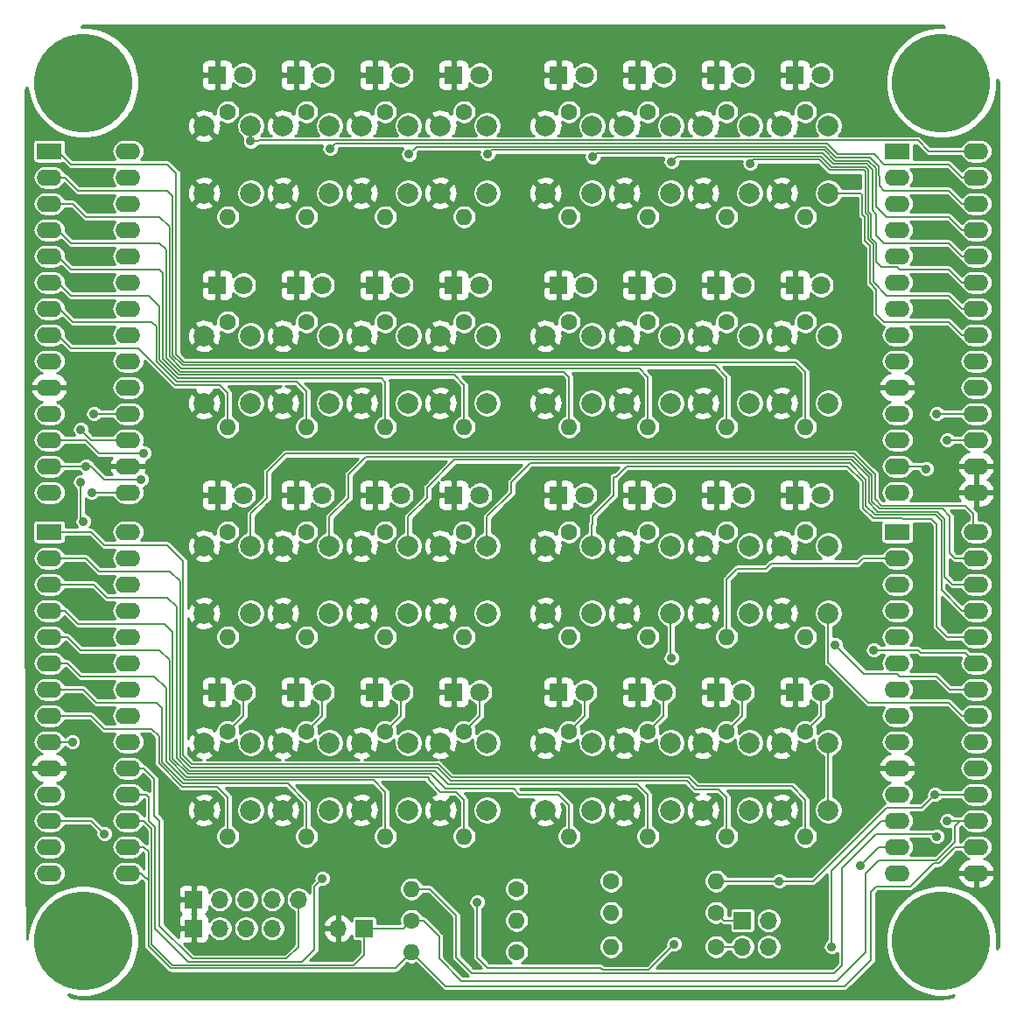
<source format=gbl>
G04 #@! TF.GenerationSoftware,KiCad,Pcbnew,(5.1.5)-3*
G04 #@! TF.CreationDate,2021-06-20T10:01:23-04:00*
G04 #@! TF.ProjectId,FrontPanel02,46726f6e-7450-4616-9e65-6c30322e6b69,X1*
G04 #@! TF.SameCoordinates,Original*
G04 #@! TF.FileFunction,Copper,L2,Bot*
G04 #@! TF.FilePolarity,Positive*
%FSLAX46Y46*%
G04 Gerber Fmt 4.6, Leading zero omitted, Abs format (unit mm)*
G04 Created by KiCad (PCBNEW (5.1.5)-3) date 2021-06-20 10:01:23*
%MOMM*%
%LPD*%
G04 APERTURE LIST*
%ADD10C,2.000000*%
%ADD11C,1.600000*%
%ADD12O,1.600000X1.600000*%
%ADD13R,2.400000X1.600000*%
%ADD14O,2.400000X1.600000*%
%ADD15C,1.800000*%
%ADD16R,1.800000X1.800000*%
%ADD17R,1.700000X1.700000*%
%ADD18O,1.700000X1.700000*%
%ADD19C,9.525000*%
%ADD20C,0.889000*%
%ADD21C,0.152400*%
%ADD22C,0.254000*%
G04 APERTURE END LIST*
D10*
X35306000Y-79860000D03*
X39806000Y-79860000D03*
X35306000Y-86360000D03*
X39806000Y-86360000D03*
D11*
X70612000Y-18796000D03*
D12*
X70612000Y-28956000D03*
X62992000Y-28956000D03*
D11*
X62992000Y-18796000D03*
D12*
X37592000Y-28956000D03*
D11*
X37592000Y-18796000D03*
X29972000Y-18796000D03*
D12*
X29972000Y-28956000D03*
D13*
X12700000Y-59436000D03*
D14*
X20320000Y-92456000D03*
X12700000Y-61976000D03*
X20320000Y-89916000D03*
X12700000Y-64516000D03*
X20320000Y-87376000D03*
X12700000Y-67056000D03*
X20320000Y-84836000D03*
X12700000Y-69596000D03*
X20320000Y-82296000D03*
X12700000Y-72136000D03*
X20320000Y-79756000D03*
X12700000Y-74676000D03*
X20320000Y-77216000D03*
X12700000Y-77216000D03*
X20320000Y-74676000D03*
X12700000Y-79756000D03*
X20320000Y-72136000D03*
X12700000Y-82296000D03*
X20320000Y-69596000D03*
X12700000Y-84836000D03*
X20320000Y-67056000D03*
X12700000Y-87376000D03*
X20320000Y-64516000D03*
X12700000Y-89916000D03*
X20320000Y-61976000D03*
X12700000Y-92456000D03*
X20320000Y-59436000D03*
X20320000Y-22606000D03*
X12700000Y-55626000D03*
X20320000Y-25146000D03*
X12700000Y-53086000D03*
X20320000Y-27686000D03*
X12700000Y-50546000D03*
X20320000Y-30226000D03*
X12700000Y-48006000D03*
X20320000Y-32766000D03*
X12700000Y-45466000D03*
X20320000Y-35306000D03*
X12700000Y-42926000D03*
X20320000Y-37846000D03*
X12700000Y-40386000D03*
X20320000Y-40386000D03*
X12700000Y-37846000D03*
X20320000Y-42926000D03*
X12700000Y-35306000D03*
X20320000Y-45466000D03*
X12700000Y-32766000D03*
X20320000Y-48006000D03*
X12700000Y-30226000D03*
X20320000Y-50546000D03*
X12700000Y-27686000D03*
X20320000Y-53086000D03*
X12700000Y-25146000D03*
X20320000Y-55626000D03*
D13*
X12700000Y-22606000D03*
D10*
X27686000Y-40490000D03*
X32186000Y-40490000D03*
X27686000Y-46990000D03*
X32186000Y-46990000D03*
D11*
X85852000Y-39116000D03*
D12*
X85852000Y-49276000D03*
D15*
X31496000Y-74930000D03*
D16*
X28956000Y-74930000D03*
X36576000Y-74930000D03*
D15*
X39116000Y-74930000D03*
X46736000Y-74930000D03*
D16*
X44196000Y-74930000D03*
X51816000Y-74930000D03*
D15*
X54356000Y-74930000D03*
X64516000Y-74930000D03*
D16*
X61976000Y-74930000D03*
X69596000Y-74930000D03*
D15*
X72136000Y-74930000D03*
X79756000Y-74930000D03*
D16*
X77216000Y-74930000D03*
X84836000Y-74930000D03*
D15*
X87376000Y-74930000D03*
X31496000Y-55880000D03*
D16*
X28956000Y-55880000D03*
X36576000Y-55880000D03*
D15*
X39116000Y-55880000D03*
X46736000Y-55880000D03*
D16*
X44196000Y-55880000D03*
X51816000Y-55880000D03*
D15*
X54356000Y-55880000D03*
X64516000Y-55880000D03*
D16*
X61976000Y-55880000D03*
X69596000Y-55880000D03*
D15*
X72136000Y-55880000D03*
X79756000Y-55880000D03*
D16*
X77216000Y-55880000D03*
X84836000Y-55880000D03*
D15*
X87376000Y-55880000D03*
X31496000Y-35560000D03*
D16*
X28956000Y-35560000D03*
D15*
X39116000Y-35560000D03*
D16*
X36576000Y-35560000D03*
D15*
X46736000Y-35560000D03*
D16*
X44196000Y-35560000D03*
X51816000Y-35560000D03*
D15*
X54356000Y-35560000D03*
X64516000Y-35560000D03*
D16*
X61976000Y-35560000D03*
X69596000Y-35560000D03*
D15*
X72136000Y-35560000D03*
X79756000Y-35560000D03*
D16*
X77216000Y-35560000D03*
X84836000Y-35560000D03*
D15*
X87376000Y-35560000D03*
D16*
X28956000Y-15240000D03*
D15*
X31496000Y-15240000D03*
D16*
X36576000Y-15240000D03*
D15*
X39116000Y-15240000D03*
X46736000Y-15240000D03*
D16*
X44196000Y-15240000D03*
X51816000Y-15240000D03*
D15*
X54356000Y-15240000D03*
X64516000Y-15240000D03*
D16*
X61976000Y-15240000D03*
D15*
X72136000Y-15240000D03*
D16*
X69596000Y-15240000D03*
X77216000Y-15240000D03*
D15*
X79756000Y-15240000D03*
D16*
X84836000Y-15240000D03*
D15*
X87376000Y-15240000D03*
D17*
X43180000Y-97790000D03*
D18*
X40640000Y-97790000D03*
D10*
X32186000Y-86360000D03*
X27686000Y-86360000D03*
X32186000Y-79860000D03*
X27686000Y-79860000D03*
X47426000Y-86360000D03*
X42926000Y-86360000D03*
X47426000Y-79860000D03*
X42926000Y-79860000D03*
X50546000Y-79860000D03*
X55046000Y-79860000D03*
X50546000Y-86360000D03*
X55046000Y-86360000D03*
X65206000Y-86360000D03*
X60706000Y-86360000D03*
X65206000Y-79860000D03*
X60706000Y-79860000D03*
X68326000Y-79860000D03*
X72826000Y-79860000D03*
X68326000Y-86360000D03*
X72826000Y-86360000D03*
X80446000Y-86360000D03*
X75946000Y-86360000D03*
X80446000Y-79860000D03*
X75946000Y-79860000D03*
X83566000Y-79860000D03*
X88066000Y-79860000D03*
X83566000Y-86360000D03*
X88066000Y-86360000D03*
X32186000Y-67310000D03*
X27686000Y-67310000D03*
X32186000Y-60810000D03*
X27686000Y-60810000D03*
X35306000Y-60810000D03*
X39806000Y-60810000D03*
X35306000Y-67310000D03*
X39806000Y-67310000D03*
X47426000Y-67310000D03*
X42926000Y-67310000D03*
X47426000Y-60810000D03*
X42926000Y-60810000D03*
X50546000Y-60810000D03*
X55046000Y-60810000D03*
X50546000Y-67310000D03*
X55046000Y-67310000D03*
X65206000Y-67310000D03*
X60706000Y-67310000D03*
X65206000Y-60810000D03*
X60706000Y-60810000D03*
X68326000Y-60810000D03*
X72826000Y-60810000D03*
X68326000Y-67310000D03*
X72826000Y-67310000D03*
X75946000Y-60810000D03*
X80446000Y-60810000D03*
X75946000Y-67310000D03*
X80446000Y-67310000D03*
X83566000Y-60810000D03*
X88066000Y-60810000D03*
X83566000Y-67310000D03*
X88066000Y-67310000D03*
X35306000Y-40490000D03*
X39806000Y-40490000D03*
X35306000Y-46990000D03*
X39806000Y-46990000D03*
X47426000Y-46990000D03*
X42926000Y-46990000D03*
X47426000Y-40490000D03*
X42926000Y-40490000D03*
X50546000Y-40490000D03*
X55046000Y-40490000D03*
X50546000Y-46990000D03*
X55046000Y-46990000D03*
X65206000Y-46990000D03*
X60706000Y-46990000D03*
X65206000Y-40490000D03*
X60706000Y-40490000D03*
X68326000Y-40490000D03*
X72826000Y-40490000D03*
X68326000Y-46990000D03*
X72826000Y-46990000D03*
X80446000Y-46990000D03*
X75946000Y-46990000D03*
X80446000Y-40490000D03*
X75946000Y-40490000D03*
X88066000Y-46990000D03*
X83566000Y-46990000D03*
X88066000Y-40490000D03*
X83566000Y-40490000D03*
X32186000Y-26670000D03*
X27686000Y-26670000D03*
X32186000Y-20170000D03*
X27686000Y-20170000D03*
X35306000Y-20170000D03*
X39806000Y-20170000D03*
X35306000Y-26670000D03*
X39806000Y-26670000D03*
X47426000Y-26670000D03*
X42926000Y-26670000D03*
X47426000Y-20170000D03*
X42926000Y-20170000D03*
X50546000Y-20170000D03*
X55046000Y-20170000D03*
X50546000Y-26670000D03*
X55046000Y-26670000D03*
X65206000Y-26670000D03*
X60706000Y-26670000D03*
X65206000Y-20170000D03*
X60706000Y-20170000D03*
X68326000Y-20170000D03*
X72826000Y-20170000D03*
X68326000Y-26670000D03*
X72826000Y-26670000D03*
X80446000Y-26670000D03*
X75946000Y-26670000D03*
X80446000Y-20170000D03*
X75946000Y-20170000D03*
X83566000Y-20170000D03*
X88066000Y-20170000D03*
X83566000Y-26670000D03*
X88066000Y-26670000D03*
D17*
X26670000Y-97790000D03*
D18*
X29210000Y-97790000D03*
X31750000Y-97790000D03*
X34290000Y-97790000D03*
D19*
X99000000Y-99000000D03*
X16000000Y-99000000D03*
X99000000Y-16000000D03*
X16000000Y-16000000D03*
D17*
X26670000Y-94996000D03*
D18*
X29210000Y-94996000D03*
X31750000Y-94996000D03*
X34290000Y-94996000D03*
X36830000Y-94996000D03*
D13*
X94742000Y-59436000D03*
D14*
X102362000Y-92456000D03*
X94742000Y-61976000D03*
X102362000Y-89916000D03*
X94742000Y-64516000D03*
X102362000Y-87376000D03*
X94742000Y-67056000D03*
X102362000Y-84836000D03*
X94742000Y-69596000D03*
X102362000Y-82296000D03*
X94742000Y-72136000D03*
X102362000Y-79756000D03*
X94742000Y-74676000D03*
X102362000Y-77216000D03*
X94742000Y-77216000D03*
X102362000Y-74676000D03*
X94742000Y-79756000D03*
X102362000Y-72136000D03*
X94742000Y-82296000D03*
X102362000Y-69596000D03*
X94742000Y-84836000D03*
X102362000Y-67056000D03*
X94742000Y-87376000D03*
X102362000Y-64516000D03*
X94742000Y-89916000D03*
X102362000Y-61976000D03*
X94742000Y-92456000D03*
X102362000Y-59436000D03*
X102362000Y-22606000D03*
X94742000Y-55626000D03*
X102362000Y-25146000D03*
X94742000Y-53086000D03*
X102362000Y-27686000D03*
X94742000Y-50546000D03*
X102362000Y-30226000D03*
X94742000Y-48006000D03*
X102362000Y-32766000D03*
X94742000Y-45466000D03*
X102362000Y-35306000D03*
X94742000Y-42926000D03*
X102362000Y-37846000D03*
X94742000Y-40386000D03*
X102362000Y-40386000D03*
X94742000Y-37846000D03*
X102362000Y-42926000D03*
X94742000Y-35306000D03*
X102362000Y-45466000D03*
X94742000Y-32766000D03*
X102362000Y-48006000D03*
X94742000Y-30226000D03*
X102362000Y-50546000D03*
X94742000Y-27686000D03*
X102362000Y-53086000D03*
X94742000Y-25146000D03*
X102362000Y-55626000D03*
D13*
X94742000Y-22606000D03*
D11*
X77216000Y-96266000D03*
D12*
X67056000Y-96266000D03*
X67056000Y-99568000D03*
D11*
X77216000Y-99568000D03*
X57912000Y-93980000D03*
D12*
X47752000Y-93980000D03*
D11*
X67056000Y-93218000D03*
D12*
X77216000Y-93218000D03*
D11*
X29972000Y-78740000D03*
D12*
X29972000Y-88900000D03*
X57912000Y-97028000D03*
D11*
X47752000Y-97028000D03*
X57912000Y-100076000D03*
D12*
X47752000Y-100076000D03*
D11*
X37592000Y-78740000D03*
D12*
X37592000Y-88900000D03*
X45212000Y-88900000D03*
D11*
X45212000Y-78740000D03*
D12*
X52832000Y-88900000D03*
D11*
X52832000Y-78740000D03*
D12*
X62992000Y-88900000D03*
D11*
X62992000Y-78740000D03*
X70612000Y-78740000D03*
D12*
X70612000Y-88900000D03*
X78232000Y-88900000D03*
D11*
X78232000Y-78740000D03*
D12*
X85852000Y-88900000D03*
D11*
X85852000Y-78740000D03*
D12*
X29972000Y-69596000D03*
D11*
X29972000Y-59436000D03*
D12*
X37592000Y-69596000D03*
D11*
X37592000Y-59436000D03*
X45212000Y-59436000D03*
D12*
X45212000Y-69596000D03*
D11*
X52832000Y-59436000D03*
D12*
X52832000Y-69596000D03*
X62992000Y-69596000D03*
D11*
X62992000Y-59436000D03*
D12*
X70612000Y-69596000D03*
D11*
X70612000Y-59436000D03*
X78232000Y-59436000D03*
D12*
X78232000Y-69596000D03*
D11*
X85852000Y-59436000D03*
D12*
X85852000Y-69596000D03*
X29972000Y-49276000D03*
D11*
X29972000Y-39116000D03*
D12*
X37592000Y-49276000D03*
D11*
X37592000Y-39116000D03*
X45212000Y-39116000D03*
D12*
X45212000Y-49276000D03*
D11*
X52832000Y-39116000D03*
D12*
X52832000Y-49276000D03*
X62992000Y-49276000D03*
D11*
X62992000Y-39116000D03*
D12*
X70612000Y-49276000D03*
D11*
X70612000Y-39116000D03*
X78232000Y-39116000D03*
D12*
X78232000Y-49276000D03*
X45212000Y-28956000D03*
D11*
X45212000Y-18796000D03*
X52832000Y-18796000D03*
D12*
X52832000Y-28956000D03*
X78232000Y-28956000D03*
D11*
X78232000Y-18796000D03*
X85852000Y-18796000D03*
D12*
X85852000Y-28956000D03*
D17*
X79756000Y-97028000D03*
D18*
X82296000Y-97028000D03*
X79756000Y-99568000D03*
X82296000Y-99568000D03*
D20*
X99568000Y-87376000D03*
X99568000Y-50546000D03*
X15748000Y-49530000D03*
X15748000Y-54610000D03*
X16002000Y-58420000D03*
X21844000Y-51816000D03*
X18034000Y-88646000D03*
X88392000Y-99568000D03*
X97536000Y-53340000D03*
X21590000Y-54356000D03*
X91186000Y-91694000D03*
X16256000Y-53086000D03*
X98298000Y-54610000D03*
X14947910Y-79756000D03*
X98552000Y-88900000D03*
X17018000Y-48006000D03*
X98386900Y-84836000D03*
X98552000Y-48006000D03*
X39116000Y-92964000D03*
X54102000Y-95250000D03*
X83312000Y-93218000D03*
X73152000Y-99314000D03*
X16802090Y-55626000D03*
X92456000Y-70866000D03*
X72898000Y-71628000D03*
X88739100Y-70358000D03*
X32186000Y-21662000D03*
X39878000Y-22352000D03*
X47498000Y-22923500D03*
X55118000Y-22860119D03*
X65278000Y-23164929D03*
X72898000Y-23622000D03*
X80513160Y-23787100D03*
D21*
X46990000Y-97790000D02*
X47752000Y-97028000D01*
X43180000Y-97790000D02*
X46990000Y-97790000D01*
X43180000Y-100330000D02*
X43180000Y-97790000D01*
X21844000Y-87376000D02*
X22606000Y-88138000D01*
X42164000Y-101346000D02*
X43180000Y-100330000D01*
X22606000Y-88138000D02*
X22606000Y-99314000D01*
X19812000Y-87376000D02*
X21844000Y-87376000D01*
X24638000Y-101346000D02*
X42164000Y-101346000D01*
X22606000Y-99314000D02*
X24638000Y-101346000D01*
X47752000Y-97028000D02*
X48883370Y-97028000D01*
X48883370Y-97028000D02*
X50407370Y-98552000D01*
X50407370Y-98552000D02*
X50407370Y-100699370D01*
X50407370Y-100699370D02*
X52578000Y-102870000D01*
X88900000Y-102870000D02*
X91694000Y-100076000D01*
X91694000Y-100076000D02*
X91694000Y-92456000D01*
X91694000Y-92456000D02*
X92964000Y-91186000D01*
X52578000Y-102870000D02*
X88900000Y-102870000D01*
X102362000Y-50546000D02*
X99568000Y-50546000D01*
X16764000Y-50546000D02*
X15748000Y-49530000D01*
X19812000Y-50546000D02*
X16764000Y-50546000D01*
X15748000Y-54610000D02*
X15748000Y-58166000D01*
X15748000Y-58166000D02*
X16002000Y-58420000D01*
X100838000Y-87376000D02*
X99568000Y-87376000D01*
X100330000Y-87884000D02*
X100838000Y-87376000D01*
X102362000Y-87376000D02*
X100838000Y-87376000D01*
X92964000Y-91186000D02*
X98552000Y-91186000D01*
X98552000Y-91186000D02*
X100330000Y-89408000D01*
X100330000Y-89408000D02*
X100330000Y-87884000D01*
X12192000Y-50546000D02*
X16256000Y-50546000D01*
X16256000Y-50546000D02*
X17526000Y-51816000D01*
X17526000Y-51816000D02*
X21844000Y-51816000D01*
X16764000Y-87376000D02*
X18034000Y-88646000D01*
X12192000Y-87376000D02*
X16764000Y-87376000D01*
X88392000Y-99568000D02*
X88392000Y-92202000D01*
X93218000Y-87376000D02*
X94742000Y-87376000D01*
X88392000Y-92202000D02*
X93218000Y-87376000D01*
X16256000Y-53086000D02*
X12192000Y-53086000D01*
X97282000Y-53086000D02*
X97536000Y-53340000D01*
X94742000Y-53086000D02*
X97282000Y-53086000D01*
X21590000Y-54356000D02*
X18034000Y-54356000D01*
X16764000Y-53086000D02*
X16256000Y-53086000D01*
X18034000Y-54356000D02*
X16764000Y-53086000D01*
X94742000Y-89916000D02*
X92964000Y-89916000D01*
X92964000Y-89916000D02*
X91186000Y-91694000D01*
X79511000Y-74685000D02*
X79756000Y-74930000D01*
X79756000Y-77216000D02*
X78232000Y-78740000D01*
X79756000Y-74930000D02*
X79756000Y-77216000D01*
X71891000Y-74685000D02*
X72136000Y-74930000D01*
X72136000Y-77216000D02*
X70612000Y-78740000D01*
X72136000Y-74930000D02*
X72136000Y-77216000D01*
X64271000Y-74685000D02*
X64516000Y-74930000D01*
X64516000Y-77216000D02*
X62992000Y-78740000D01*
X64516000Y-74930000D02*
X64516000Y-77216000D01*
X54365000Y-74921000D02*
X54356000Y-74930000D01*
X54356000Y-77216000D02*
X52832000Y-78740000D01*
X54356000Y-74930000D02*
X54356000Y-77216000D01*
X46745000Y-74921000D02*
X46736000Y-74930000D01*
X46736000Y-77216000D02*
X45212000Y-78740000D01*
X46736000Y-74930000D02*
X46736000Y-77216000D01*
X39125000Y-74921000D02*
X39116000Y-74930000D01*
X39116000Y-77216000D02*
X37592000Y-78740000D01*
X39116000Y-74930000D02*
X39116000Y-77216000D01*
X31505000Y-74921000D02*
X31496000Y-74930000D01*
X31496000Y-77216000D02*
X29972000Y-78740000D01*
X31496000Y-74930000D02*
X31496000Y-77216000D01*
X87385000Y-55871000D02*
X87376000Y-55880000D01*
X79765000Y-55871000D02*
X79756000Y-55880000D01*
X72145000Y-55871000D02*
X72136000Y-55880000D01*
X64525000Y-55871000D02*
X64516000Y-55880000D01*
X54365000Y-55871000D02*
X54356000Y-55880000D01*
X46745000Y-55871000D02*
X46736000Y-55880000D01*
X39125000Y-55871000D02*
X39116000Y-55880000D01*
X31505000Y-55871000D02*
X31496000Y-55880000D01*
X87385000Y-35551000D02*
X87376000Y-35560000D01*
X72145000Y-35551000D02*
X72136000Y-35560000D01*
X64525000Y-35551000D02*
X64516000Y-35560000D01*
X54365000Y-35551000D02*
X54356000Y-35560000D01*
X39125000Y-35551000D02*
X39116000Y-35560000D01*
X31514000Y-35542000D02*
X31496000Y-35560000D01*
X87639000Y-14977000D02*
X87376000Y-15240000D01*
X87131000Y-14995000D02*
X87376000Y-15240000D01*
X87385000Y-15231000D02*
X87376000Y-15240000D01*
X79511000Y-14995000D02*
X79756000Y-15240000D01*
X39125000Y-15231000D02*
X39116000Y-15240000D01*
X12192000Y-79756000D02*
X14947910Y-79756000D01*
X26568380Y-100736380D02*
X35661620Y-100736380D01*
X23368000Y-97536000D02*
X26568380Y-100736380D01*
X36830000Y-99568000D02*
X36830000Y-94996000D01*
X35661620Y-100736380D02*
X36830000Y-99568000D01*
X19812000Y-82296000D02*
X21844000Y-82296000D01*
X21844000Y-82296000D02*
X22860000Y-83312000D01*
X22860000Y-86868000D02*
X23368000Y-87376000D01*
X22860000Y-83312000D02*
X22860000Y-86868000D01*
X23368000Y-87376000D02*
X23368000Y-97536000D01*
X92710000Y-88646000D02*
X98298000Y-88646000D01*
X89408000Y-91948000D02*
X92710000Y-88646000D01*
X89408000Y-101346000D02*
X89408000Y-91948000D01*
X88646000Y-102108000D02*
X89408000Y-101346000D01*
X47752000Y-93980000D02*
X49530000Y-93980000D01*
X49530000Y-93980000D02*
X52070000Y-96520000D01*
X52070000Y-96520000D02*
X52070000Y-100584000D01*
X52070000Y-100584000D02*
X53594000Y-102108000D01*
X98298000Y-88646000D02*
X98552000Y-88900000D01*
X53594000Y-102108000D02*
X88646000Y-102108000D01*
X19812000Y-48006000D02*
X17018000Y-48006000D01*
X102362000Y-84836000D02*
X98386900Y-84836000D01*
X98552000Y-48006000D02*
X102362000Y-48006000D01*
X66243190Y-101803190D02*
X70662810Y-101803190D01*
X66040000Y-101600000D02*
X66243190Y-101803190D01*
X55118000Y-101600000D02*
X66040000Y-101600000D01*
X54102000Y-95250000D02*
X54102000Y-100584000D01*
X22352000Y-87452934D02*
X22910810Y-88011744D01*
X22352000Y-85090000D02*
X22352000Y-87452934D01*
X22910810Y-88011744D02*
X22910810Y-97840810D01*
X19812000Y-84836000D02*
X22098000Y-84836000D01*
X37134810Y-101041190D02*
X38354000Y-99822000D01*
X22098000Y-84836000D02*
X22352000Y-85090000D01*
X22910810Y-97840810D02*
X26111190Y-101041190D01*
X54102000Y-100584000D02*
X55118000Y-101600000D01*
X26111190Y-101041190D02*
X37134810Y-101041190D01*
X38354000Y-99822000D02*
X38354000Y-93726000D01*
X38354000Y-93726000D02*
X39116000Y-92964000D01*
X97116900Y-86106000D02*
X98386900Y-84836000D01*
X93726000Y-86106000D02*
X97116900Y-86106000D01*
X86614000Y-93218000D02*
X93726000Y-86106000D01*
X77216000Y-93218000D02*
X83312000Y-93218000D01*
X83312000Y-93218000D02*
X86614000Y-93218000D01*
X70662810Y-101803190D02*
X73152000Y-99314000D01*
X19812000Y-55626000D02*
X16802090Y-55626000D01*
X24434810Y-101650810D02*
X22301190Y-99517190D01*
X47752000Y-100076000D02*
X46177190Y-101650810D01*
X46177190Y-101650810D02*
X24434810Y-101650810D01*
X22301190Y-93167190D02*
X21844000Y-92710000D01*
X21590000Y-92456000D02*
X22301190Y-93167190D01*
X19812000Y-92456000D02*
X21590000Y-92456000D01*
X22301190Y-90373190D02*
X22301190Y-93268810D01*
X21844000Y-89916000D02*
X22301190Y-90373190D01*
X22301190Y-99517190D02*
X22301190Y-93268810D01*
X19812000Y-89916000D02*
X21844000Y-89916000D01*
X22301190Y-93268810D02*
X22301190Y-93167190D01*
X98755190Y-91490810D02*
X100330000Y-89916000D01*
X96012000Y-93726000D02*
X98247190Y-91490810D01*
X92710000Y-93726000D02*
X96012000Y-93726000D01*
X98247190Y-91490810D02*
X98755190Y-91490810D01*
X47752000Y-100076000D02*
X51054000Y-103378000D01*
X92202000Y-100838000D02*
X92202000Y-94234000D01*
X100330000Y-89916000D02*
X102362000Y-89916000D01*
X51054000Y-103378000D02*
X89662000Y-103378000D01*
X89662000Y-103378000D02*
X92202000Y-100838000D01*
X92202000Y-94234000D02*
X92710000Y-93726000D01*
X13544400Y-22606000D02*
X12192000Y-22606000D01*
X14814400Y-23876000D02*
X13544400Y-22606000D01*
X24130000Y-23876000D02*
X14814400Y-23876000D01*
X25003731Y-24749731D02*
X24130000Y-23876000D01*
X25003731Y-42306269D02*
X25003731Y-24749731D01*
X25725033Y-43027571D02*
X25003731Y-42306269D01*
X41680638Y-43027572D02*
X25725033Y-43027571D01*
X41680638Y-43027572D02*
X84937572Y-43027572D01*
X85852000Y-43942000D02*
X85852000Y-49276000D01*
X84937572Y-43027572D02*
X85852000Y-43942000D01*
X14224000Y-25146000D02*
X12192000Y-25146000D01*
X15494000Y-26416000D02*
X14224000Y-25146000D01*
X24130000Y-26416000D02*
X15494000Y-26416000D01*
X24638000Y-26924000D02*
X24130000Y-26416000D01*
X24638000Y-42371604D02*
X24638000Y-26924000D01*
X25598776Y-43332380D02*
X24638000Y-42371604D01*
X41554381Y-43332381D02*
X25598776Y-43332380D01*
X41554381Y-43332381D02*
X77114381Y-43332381D01*
X78232000Y-44450000D02*
X78232000Y-49276000D01*
X77114381Y-43332381D02*
X78232000Y-44450000D01*
X13544400Y-27686000D02*
X12192000Y-27686000D01*
X70612000Y-49276000D02*
X70612000Y-44958000D01*
X24333190Y-42497860D02*
X25472520Y-43637190D01*
X25472520Y-43637190D02*
X69799190Y-43637190D01*
X14986000Y-27686000D02*
X16256000Y-28956000D01*
X69799190Y-43637190D02*
X70612000Y-44450000D01*
X24333190Y-29921190D02*
X24333190Y-42497860D01*
X70612000Y-44450000D02*
X70612000Y-49276000D01*
X12700000Y-27686000D02*
X14986000Y-27686000D01*
X16256000Y-28956000D02*
X23368000Y-28956000D01*
X23368000Y-28956000D02*
X24333190Y-29921190D01*
X12192000Y-30226000D02*
X13544400Y-30226000D01*
X13544400Y-30226000D02*
X14814400Y-31496000D01*
X14814400Y-31496000D02*
X23368000Y-31496000D01*
X23368000Y-31496000D02*
X24028380Y-32156380D01*
X24028380Y-32156380D02*
X24028380Y-42624116D01*
X24028380Y-42624116D02*
X25346264Y-43942000D01*
X62992000Y-44450000D02*
X62484000Y-43942000D01*
X62992000Y-49276000D02*
X62992000Y-44450000D01*
X62484000Y-43942000D02*
X25346264Y-43942000D01*
X13544400Y-32766000D02*
X14814400Y-34036000D01*
X12192000Y-32766000D02*
X13544400Y-32766000D01*
X14814400Y-34036000D02*
X23368000Y-34036000D01*
X23723570Y-34391570D02*
X23723570Y-42750372D01*
X23368000Y-34036000D02*
X23723570Y-34391570D01*
X23760599Y-42787401D02*
X23723570Y-42750372D01*
X23723571Y-42750373D02*
X23723571Y-42750372D01*
X25220007Y-44246809D02*
X23723571Y-42750373D01*
X41706810Y-44246810D02*
X25220007Y-44246809D01*
X51866810Y-44246810D02*
X52832000Y-45212000D01*
X41706810Y-44246810D02*
X51866810Y-44246810D01*
X52832000Y-49276000D02*
X52832000Y-45212000D01*
X23368000Y-42825868D02*
X25144512Y-44602380D01*
X13544400Y-35306000D02*
X14814400Y-36576000D01*
X12192000Y-35306000D02*
X13544400Y-35306000D01*
X23368000Y-37592000D02*
X23368000Y-42825868D01*
X14814400Y-36576000D02*
X22352000Y-36576000D01*
X22352000Y-36576000D02*
X23368000Y-37592000D01*
X44856380Y-44602380D02*
X25144512Y-44602380D01*
X45212000Y-44958000D02*
X44856380Y-44602380D01*
X45212000Y-49276000D02*
X45212000Y-44958000D01*
X23063190Y-42952124D02*
X25018256Y-44907190D01*
X12192000Y-37846000D02*
X13716000Y-37846000D01*
X13716000Y-37846000D02*
X14986000Y-39116000D01*
X22606000Y-39116000D02*
X23063190Y-39573190D01*
X14986000Y-39116000D02*
X22606000Y-39116000D01*
X23063190Y-39573190D02*
X23063190Y-42952124D01*
X37592000Y-45872380D02*
X36626810Y-44907190D01*
X25018256Y-44907190D02*
X36626810Y-44907190D01*
X37592000Y-49276000D02*
X37592000Y-45872380D01*
X13544400Y-40386000D02*
X14814400Y-41656000D01*
X12192000Y-40386000D02*
X13544400Y-40386000D01*
X21336000Y-41656000D02*
X24892000Y-45212000D01*
X14814400Y-41656000D02*
X21336000Y-41656000D01*
X29972000Y-45974000D02*
X29210000Y-45212000D01*
X29972000Y-49276000D02*
X29972000Y-45974000D01*
X24892000Y-45212000D02*
X29210000Y-45212000D01*
X91440000Y-61976000D02*
X90932000Y-62484000D01*
X94742000Y-61976000D02*
X91440000Y-61976000D01*
X90932000Y-62484000D02*
X82550000Y-62484000D01*
X82550000Y-62484000D02*
X82042000Y-62992000D01*
X82042000Y-62992000D02*
X79248000Y-62992000D01*
X78232000Y-64008000D02*
X78232000Y-69596000D01*
X79248000Y-62992000D02*
X78232000Y-64008000D01*
X16764000Y-59436000D02*
X12192000Y-59436000D01*
X18034000Y-60706000D02*
X16764000Y-59436000D01*
X74574380Y-83210380D02*
X51637446Y-83210380D01*
X25654000Y-62230000D02*
X24130000Y-60706000D01*
X51637446Y-83210380D02*
X50367397Y-81940331D01*
X75387190Y-84023190D02*
X74574380Y-83210380D01*
X26491396Y-81940330D02*
X25654000Y-81102934D01*
X25654000Y-81102934D02*
X25654000Y-62230000D01*
X50367397Y-81940331D02*
X26491396Y-81940330D01*
X24130000Y-60706000D02*
X18034000Y-60706000D01*
X84531190Y-84023190D02*
X75387190Y-84023190D01*
X85852000Y-85344000D02*
X85852000Y-88900000D01*
X84531190Y-84023190D02*
X85852000Y-85344000D01*
X16256000Y-61976000D02*
X12192000Y-61976000D01*
X17526000Y-63246000D02*
X16256000Y-61976000D01*
X74371190Y-83515190D02*
X51511190Y-83515190D01*
X75184000Y-84328000D02*
X74371190Y-83515190D01*
X51511190Y-83515190D02*
X50241140Y-82245140D01*
X50241140Y-82245140D02*
X26365139Y-82245139D01*
X24384000Y-63246000D02*
X17526000Y-63246000D01*
X26365139Y-82245139D02*
X25349190Y-81229190D01*
X25349190Y-81229190D02*
X25349190Y-64211190D01*
X25349190Y-64211190D02*
X24384000Y-63246000D01*
X75184000Y-84328000D02*
X77470000Y-84328000D01*
X78232000Y-85090000D02*
X78232000Y-88900000D01*
X77470000Y-84328000D02*
X78232000Y-85090000D01*
X17018000Y-64516000D02*
X12192000Y-64516000D01*
X51308000Y-83820000D02*
X50037950Y-82549950D01*
X25044380Y-66700380D02*
X24130000Y-65786000D01*
X25044380Y-81355446D02*
X25044380Y-66700380D01*
X18288000Y-65786000D02*
X17018000Y-64516000D01*
X50037950Y-82549950D02*
X27432050Y-82549950D01*
X27432050Y-82549950D02*
X26238882Y-82549948D01*
X26238882Y-82549948D02*
X25044380Y-81355446D01*
X24130000Y-65786000D02*
X18288000Y-65786000D01*
X69596000Y-83820000D02*
X70612000Y-84836000D01*
X69596000Y-83820000D02*
X51308000Y-83820000D01*
X70612000Y-84836000D02*
X70612000Y-88900000D01*
X14224000Y-67056000D02*
X12192000Y-67056000D01*
X58166000Y-84836000D02*
X57607190Y-84277190D01*
X57607190Y-84277190D02*
X51003190Y-84277190D01*
X15494000Y-68326000D02*
X14224000Y-67056000D01*
X26112628Y-82854760D02*
X24638000Y-81380132D01*
X24638000Y-81380132D02*
X24638000Y-69088000D01*
X51003190Y-84277190D02*
X49580760Y-82854760D01*
X49580760Y-82854760D02*
X26112628Y-82854760D01*
X24638000Y-69088000D02*
X23876000Y-68326000D01*
X23876000Y-68326000D02*
X15494000Y-68326000D01*
X61976000Y-84836000D02*
X58166000Y-84836000D01*
X62992000Y-85852000D02*
X62992000Y-88900000D01*
X61976000Y-84836000D02*
X62992000Y-85852000D01*
X14478000Y-69596000D02*
X12192000Y-69596000D01*
X50546000Y-84582000D02*
X49428430Y-83464430D01*
X49428430Y-83464430D02*
X49428430Y-83159570D01*
X49428430Y-83159570D02*
X25986371Y-83159569D01*
X25986371Y-83159569D02*
X24333191Y-81506389D01*
X24333191Y-81506389D02*
X24333191Y-71831191D01*
X24333191Y-71831191D02*
X23368000Y-70866000D01*
X23368000Y-70866000D02*
X15748000Y-70866000D01*
X15748000Y-70866000D02*
X14478000Y-69596000D01*
X52070000Y-84582000D02*
X50546000Y-84582000D01*
X52832000Y-85344000D02*
X52832000Y-88900000D01*
X52070000Y-84582000D02*
X52832000Y-85344000D01*
X12192000Y-72136000D02*
X14478000Y-72136000D01*
X14478000Y-72136000D02*
X15748000Y-73406000D01*
X15748000Y-73406000D02*
X22860000Y-73406000D01*
X27838380Y-83464380D02*
X25860114Y-83464378D01*
X27838380Y-83464380D02*
X25806380Y-83464380D01*
X25806380Y-83464380D02*
X24028381Y-81686381D01*
X24028381Y-81686381D02*
X24028381Y-74574381D01*
X24028381Y-74574381D02*
X22860000Y-73406000D01*
X45212000Y-84582000D02*
X45212000Y-88900000D01*
X27838380Y-83464380D02*
X44094379Y-83464379D01*
X44094379Y-83464379D02*
X45212000Y-84582000D01*
X16002000Y-74676000D02*
X12700000Y-74676000D01*
X17272000Y-75946000D02*
X16002000Y-74676000D01*
X23114000Y-75946000D02*
X17272000Y-75946000D01*
X23622000Y-76454000D02*
X23114000Y-75946000D01*
X37592000Y-85598000D02*
X35763189Y-83769189D01*
X35763189Y-83769189D02*
X25680123Y-83769189D01*
X37592000Y-88900000D02*
X37592000Y-85598000D01*
X25680123Y-83769189D02*
X23622000Y-81711066D01*
X23622000Y-81711066D02*
X23622000Y-76454000D01*
X16764000Y-77216000D02*
X12192000Y-77216000D01*
X22606000Y-78486000D02*
X18034000Y-78486000D01*
X23317190Y-81837322D02*
X23317190Y-79197190D01*
X18034000Y-78486000D02*
X16764000Y-77216000D01*
X27940000Y-84074000D02*
X25553866Y-84073998D01*
X23317190Y-79197190D02*
X22606000Y-78486000D01*
X25553866Y-84073998D02*
X23317190Y-81837322D01*
X29972000Y-85090000D02*
X28956000Y-84074000D01*
X29972000Y-88900000D02*
X29972000Y-85090000D01*
X28956000Y-84074000D02*
X27940000Y-84074000D01*
X88066000Y-79860000D02*
X88066000Y-86360000D01*
X32186000Y-57730000D02*
X32186000Y-60810000D01*
X93218000Y-56896000D02*
X92608430Y-56286430D01*
X33782000Y-56134000D02*
X32186000Y-57730000D01*
X102108000Y-57658000D02*
X101346000Y-56896000D01*
X101346000Y-56896000D02*
X93218000Y-56896000D01*
X102108000Y-59436000D02*
X102108000Y-57658000D01*
X102362000Y-59436000D02*
X102108000Y-59436000D01*
X33782000Y-53594000D02*
X33782000Y-56134000D01*
X35509240Y-51866760D02*
X90578310Y-51866761D01*
X33782000Y-53594000D02*
X35509240Y-51866760D01*
X92608429Y-53896880D02*
X90578310Y-51866761D01*
X92608430Y-56286430D02*
X92608429Y-53896880D01*
X92303620Y-54023138D02*
X92303620Y-54610000D01*
X91784241Y-53503759D02*
X92303620Y-54023138D01*
X91784241Y-53503759D02*
X92250276Y-53969793D01*
X90452053Y-52171570D02*
X91784241Y-53503759D01*
X93014810Y-57200810D02*
X92303620Y-56489620D01*
X99110810Y-57200810D02*
X93014810Y-57200810D01*
X100330000Y-61976000D02*
X99822000Y-61468000D01*
X102362000Y-61976000D02*
X100330000Y-61976000D01*
X99822000Y-61468000D02*
X99822000Y-57912000D01*
X99822000Y-57912000D02*
X99110810Y-57200810D01*
X92303620Y-54023137D02*
X90452053Y-52171570D01*
X92303620Y-56489620D02*
X92303620Y-54023137D01*
X41656000Y-56134000D02*
X39806000Y-57984000D01*
X43332430Y-52171570D02*
X41656000Y-53848000D01*
X39806000Y-57984000D02*
X39806000Y-60810000D01*
X41656000Y-53848000D02*
X41656000Y-56134000D01*
X90452053Y-52171570D02*
X43332430Y-52171570D01*
X49276000Y-56134000D02*
X47426000Y-57984000D01*
X49276000Y-55118000D02*
X49276000Y-56134000D01*
X99314000Y-63754000D02*
X99314000Y-58166000D01*
X47426000Y-57984000D02*
X47426000Y-60810000D01*
X51917620Y-52476380D02*
X49276000Y-55118000D01*
X100076000Y-64516000D02*
X99314000Y-63754000D01*
X92811619Y-57505619D02*
X92811619Y-57428685D01*
X98653620Y-57505620D02*
X92811619Y-57505619D01*
X102362000Y-64516000D02*
X100076000Y-64516000D01*
X90322380Y-52476380D02*
X51917620Y-52476380D01*
X92811619Y-57428685D02*
X91998810Y-56615876D01*
X91998810Y-56615876D02*
X91998810Y-54152810D01*
X99314000Y-58166000D02*
X98653620Y-57505620D01*
X91998810Y-54152810D02*
X90322380Y-52476380D01*
X101009600Y-67056000D02*
X102362000Y-67056000D01*
X99009190Y-65055590D02*
X101009600Y-67056000D01*
X59232810Y-52781190D02*
X90119190Y-52781190D01*
X57404000Y-54610000D02*
X59232810Y-52781190D01*
X55046000Y-57984000D02*
X57404000Y-55626000D01*
X92608428Y-57810428D02*
X98450429Y-57810429D01*
X57404000Y-55626000D02*
X57404000Y-54610000D01*
X91694000Y-56896000D02*
X92608428Y-57810428D01*
X90119190Y-52781190D02*
X91694000Y-54356000D01*
X91694000Y-54356000D02*
X91694000Y-56896000D01*
X98450429Y-57810429D02*
X99009190Y-58369190D01*
X55046000Y-60810000D02*
X55046000Y-57984000D01*
X99009190Y-58369190D02*
X99009190Y-65055590D01*
X65206000Y-58746000D02*
X65206000Y-60810000D01*
X65278000Y-58674000D02*
X65206000Y-58746000D01*
X67310000Y-55880000D02*
X65278000Y-57912000D01*
X65278000Y-57912000D02*
X65278000Y-58674000D01*
X91389190Y-55676810D02*
X91389190Y-57099190D01*
X91389190Y-55852388D02*
X91389190Y-55676810D01*
X92405237Y-58115237D02*
X91440000Y-57150000D01*
X102362000Y-69596000D02*
X99568000Y-69596000D01*
X99568000Y-69596000D02*
X98552000Y-68580000D01*
X98552000Y-68580000D02*
X98552000Y-58674000D01*
X98552000Y-58674000D02*
X98044000Y-58166000D01*
X98044000Y-58166000D02*
X92405237Y-58115237D01*
X67310000Y-54102000D02*
X67564000Y-54102000D01*
X67310000Y-54102000D02*
X67310000Y-55880000D01*
X67564000Y-54102000D02*
X68580000Y-53086000D01*
X91389190Y-54559190D02*
X91389190Y-55676810D01*
X89916000Y-53086000D02*
X91389190Y-54559190D01*
X68580000Y-53086000D02*
X89916000Y-53086000D01*
X102362000Y-72136000D02*
X102616000Y-72390000D01*
X102616000Y-72390000D02*
X101346000Y-71120000D01*
X101346000Y-71120000D02*
X97028000Y-71120000D01*
X97028000Y-71120000D02*
X96774000Y-70866000D01*
X96774000Y-70866000D02*
X92456000Y-70866000D01*
X72826000Y-71556000D02*
X72898000Y-71628000D01*
X72826000Y-67310000D02*
X72826000Y-71556000D01*
X91545710Y-73164610D02*
X88739100Y-70358000D01*
X94754610Y-73164610D02*
X91545710Y-73164610D01*
X94996000Y-73406000D02*
X94754610Y-73164610D01*
X98552000Y-73406000D02*
X94996000Y-73406000D01*
X99822000Y-74676000D02*
X98552000Y-73406000D01*
X102362000Y-74676000D02*
X99822000Y-74676000D01*
X101009600Y-77216000D02*
X102362000Y-77216000D01*
X91948000Y-75946000D02*
X99739600Y-75946000D01*
X88066000Y-72064000D02*
X91948000Y-75946000D01*
X99739600Y-75946000D02*
X101009600Y-77216000D01*
X88066000Y-67310000D02*
X88066000Y-72064000D01*
X33032601Y-21577399D02*
X32948000Y-21662000D01*
X96761399Y-21577399D02*
X33032601Y-21577399D01*
X102362000Y-22606000D02*
X97790000Y-22606000D01*
X32948000Y-21662000D02*
X32186000Y-21662000D01*
X97790000Y-22606000D02*
X96761399Y-21577399D01*
X99739600Y-23876000D02*
X101009600Y-25146000D01*
X93472000Y-23876000D02*
X99739600Y-23876000D01*
X92519600Y-22923600D02*
X93472000Y-23876000D01*
X88963600Y-22923600D02*
X92519600Y-22923600D01*
X101009600Y-25146000D02*
X102362000Y-25146000D01*
X87922209Y-21882209D02*
X88963600Y-22923600D01*
X40347791Y-21882209D02*
X87922209Y-21882209D01*
X39878000Y-22352000D02*
X40347791Y-21882209D01*
X48234481Y-22187019D02*
X47498000Y-22923500D01*
X88837343Y-23228409D02*
X87795953Y-22187019D01*
X92062410Y-23228410D02*
X88837343Y-23228409D01*
X87795953Y-22187019D02*
X48234481Y-22187019D01*
X101009600Y-27686000D02*
X99739600Y-26416000D01*
X99739600Y-26416000D02*
X93472000Y-26416000D01*
X102362000Y-27686000D02*
X101009600Y-27686000D01*
X92872692Y-24038692D02*
X92961540Y-24124219D01*
X92062410Y-23228410D02*
X92872692Y-24038692D01*
X92961540Y-24124219D02*
X92996125Y-25940125D01*
X92996125Y-25940125D02*
X93472000Y-26416000D01*
X102362000Y-30226000D02*
X101009600Y-30226000D01*
X101009600Y-30226000D02*
X99739600Y-28956000D01*
X99739600Y-28956000D02*
X93726000Y-28956000D01*
X87669697Y-22491829D02*
X55486290Y-22491829D01*
X88711086Y-23533218D02*
X87669697Y-22491829D01*
X91936153Y-23533219D02*
X88711086Y-23533218D01*
X55486290Y-22491829D02*
X55118000Y-22860119D01*
X93726000Y-28956000D02*
X92710000Y-27940000D01*
X92710000Y-27940000D02*
X92710000Y-26924000D01*
X92659190Y-24256256D02*
X91936153Y-23533219D01*
X92710000Y-26924000D02*
X92659190Y-24256256D01*
X65646290Y-22796639D02*
X65278000Y-23164929D01*
X88584830Y-23838028D02*
X87543441Y-22796639D01*
X93472000Y-31496000D02*
X92710000Y-30734000D01*
X92710000Y-30734000D02*
X92710000Y-28702000D01*
X101009600Y-32766000D02*
X99739600Y-31496000D01*
X91948000Y-23977113D02*
X91948000Y-23976132D01*
X99739600Y-31496000D02*
X93472000Y-31496000D01*
X92356795Y-28348795D02*
X92356795Y-24385908D01*
X91948000Y-23976132D02*
X91809896Y-23838028D01*
X87543441Y-22796639D02*
X65646290Y-22796639D01*
X92710000Y-28702000D02*
X92356795Y-28348795D01*
X102362000Y-32766000D02*
X101009600Y-32766000D01*
X92356795Y-24385908D02*
X91948000Y-23977113D01*
X91809896Y-23838028D02*
X88584830Y-23838028D01*
X91682659Y-24142838D02*
X88404838Y-24142838D01*
X91948000Y-24408179D02*
X91682659Y-24142838D01*
X73406000Y-23114000D02*
X72898000Y-23622000D01*
X87376000Y-23114000D02*
X73406000Y-23114000D01*
X94754610Y-33794610D02*
X93230610Y-33794610D01*
X94996000Y-34036000D02*
X94754610Y-33794610D01*
X101009600Y-35306000D02*
X99739600Y-34036000D01*
X93230610Y-33794610D02*
X92710000Y-33274000D01*
X88404838Y-24142838D02*
X87376000Y-23114000D01*
X91948000Y-28448000D02*
X91948000Y-24408179D01*
X102362000Y-35306000D02*
X101009600Y-35306000D01*
X92710000Y-33274000D02*
X92710000Y-31496000D01*
X92710000Y-31496000D02*
X92202000Y-30988000D01*
X92202000Y-30988000D02*
X92202000Y-28702000D01*
X99739600Y-34036000D02*
X94996000Y-34036000D01*
X92202000Y-28702000D02*
X91948000Y-28448000D01*
X87172810Y-23418810D02*
X80881450Y-23418810D01*
X80881450Y-23418810D02*
X80513160Y-23787100D01*
X88201648Y-24447648D02*
X87172810Y-23418810D01*
X91503648Y-24447648D02*
X88201648Y-24447648D01*
X93726000Y-36576000D02*
X92405190Y-35255190D01*
X91897190Y-31114256D02*
X91897190Y-28828256D01*
X91643190Y-28574256D02*
X91643190Y-24587190D01*
X101009600Y-37846000D02*
X99739600Y-36576000D01*
X99739600Y-36576000D02*
X93726000Y-36576000D01*
X91643190Y-24587190D02*
X91503648Y-24447648D01*
X102362000Y-37846000D02*
X101009600Y-37846000D01*
X92405190Y-35255190D02*
X92405190Y-31622256D01*
X92405190Y-31622256D02*
X91897190Y-31114256D01*
X91897190Y-28828256D02*
X91643190Y-28574256D01*
X91186000Y-26670000D02*
X88066000Y-26670000D01*
X91338380Y-26822380D02*
X91186000Y-26670000D01*
X93472000Y-39116000D02*
X92710000Y-38354000D01*
X99739600Y-39116000D02*
X93472000Y-39116000D01*
X102362000Y-40386000D02*
X101009600Y-40386000D01*
X91592380Y-28954512D02*
X91338380Y-28700512D01*
X101009600Y-40386000D02*
X99739600Y-39116000D01*
X92710000Y-35991066D02*
X92100380Y-35381446D01*
X92710000Y-38354000D02*
X92710000Y-35991066D01*
X92100380Y-35381446D02*
X92100380Y-31748512D01*
X92100380Y-31748512D02*
X91592380Y-31240512D01*
X91592380Y-31240512D02*
X91592380Y-28954512D01*
X91338380Y-28700512D02*
X91338380Y-26822380D01*
X87131000Y-74685000D02*
X87376000Y-74930000D01*
X87376000Y-77216000D02*
X85852000Y-78740000D01*
X87376000Y-74930000D02*
X87376000Y-77216000D01*
X77978000Y-97028000D02*
X77216000Y-96266000D01*
X79756000Y-97028000D02*
X77978000Y-97028000D01*
X77216000Y-99568000D02*
X79756000Y-99568000D01*
D22*
G36*
X99166541Y-10446147D02*
G01*
X99322894Y-10602500D01*
X98468393Y-10602500D01*
X97425607Y-10809923D01*
X96443325Y-11216798D01*
X95559294Y-11807488D01*
X94807488Y-12559294D01*
X94216798Y-13443325D01*
X93809923Y-14425607D01*
X93602500Y-15468393D01*
X93602500Y-16531607D01*
X93809923Y-17574393D01*
X94216798Y-18556675D01*
X94807488Y-19440706D01*
X95559294Y-20192512D01*
X96443325Y-20783202D01*
X97425607Y-21190077D01*
X98468393Y-21397500D01*
X99531607Y-21397500D01*
X100574393Y-21190077D01*
X101556675Y-20783202D01*
X102440706Y-20192512D01*
X103192512Y-19440706D01*
X103783202Y-18556675D01*
X104190077Y-17574393D01*
X104397500Y-16531607D01*
X104397500Y-15677106D01*
X104561004Y-15840610D01*
X104569000Y-16010167D01*
X104569001Y-98982297D01*
X104521316Y-99562298D01*
X104355556Y-99742472D01*
X104397500Y-99531607D01*
X104397500Y-98468393D01*
X104190077Y-97425607D01*
X103783202Y-96443325D01*
X103192512Y-95559294D01*
X102440706Y-94807488D01*
X101556675Y-94216798D01*
X100574393Y-93809923D01*
X99531607Y-93602500D01*
X98468393Y-93602500D01*
X97425607Y-93809923D01*
X96443325Y-94216798D01*
X95559294Y-94807488D01*
X94807488Y-95559294D01*
X94216798Y-96443325D01*
X93809923Y-97425607D01*
X93602500Y-98468393D01*
X93602500Y-99531607D01*
X93809923Y-100574393D01*
X94216798Y-101556675D01*
X94807488Y-102440706D01*
X95559294Y-103192512D01*
X96443325Y-103783202D01*
X97425607Y-104190077D01*
X98468393Y-104397500D01*
X99531607Y-104397500D01*
X100194181Y-104265706D01*
X100020611Y-104454369D01*
X99516509Y-104544163D01*
X98989833Y-104569000D01*
X16017690Y-104569000D01*
X15090674Y-104492785D01*
X14645267Y-104380907D01*
X14519456Y-104208745D01*
X15468393Y-104397500D01*
X16531607Y-104397500D01*
X17574393Y-104190077D01*
X18556675Y-103783202D01*
X19440706Y-103192512D01*
X20192512Y-102440706D01*
X20783202Y-101556675D01*
X21190077Y-100574393D01*
X21397500Y-99531607D01*
X21397500Y-98468393D01*
X21190077Y-97425607D01*
X20783202Y-96443325D01*
X20192512Y-95559294D01*
X19440706Y-94807488D01*
X18556675Y-94216798D01*
X17574393Y-93809923D01*
X16531607Y-93602500D01*
X15468393Y-93602500D01*
X14425607Y-93809923D01*
X13443325Y-94216798D01*
X12559294Y-94807488D01*
X11807488Y-95559294D01*
X11216798Y-96443325D01*
X10809923Y-97425607D01*
X10602500Y-98468393D01*
X10602500Y-98848699D01*
X10540871Y-98764365D01*
X10521341Y-92456000D01*
X11113286Y-92456000D01*
X11136088Y-92687516D01*
X11203619Y-92910136D01*
X11313283Y-93115303D01*
X11460866Y-93295134D01*
X11640697Y-93442717D01*
X11845864Y-93552381D01*
X12068484Y-93619912D01*
X12241984Y-93637000D01*
X13158016Y-93637000D01*
X13331516Y-93619912D01*
X13554136Y-93552381D01*
X13759303Y-93442717D01*
X13939134Y-93295134D01*
X14086717Y-93115303D01*
X14196381Y-92910136D01*
X14263912Y-92687516D01*
X14286714Y-92456000D01*
X14263912Y-92224484D01*
X14196381Y-92001864D01*
X14086717Y-91796697D01*
X13939134Y-91616866D01*
X13759303Y-91469283D01*
X13554136Y-91359619D01*
X13331516Y-91292088D01*
X13158016Y-91275000D01*
X12241984Y-91275000D01*
X12068484Y-91292088D01*
X11845864Y-91359619D01*
X11640697Y-91469283D01*
X11460866Y-91616866D01*
X11313283Y-91796697D01*
X11203619Y-92001864D01*
X11136088Y-92224484D01*
X11113286Y-92456000D01*
X10521341Y-92456000D01*
X10513478Y-89916000D01*
X11113286Y-89916000D01*
X11136088Y-90147516D01*
X11203619Y-90370136D01*
X11313283Y-90575303D01*
X11460866Y-90755134D01*
X11640697Y-90902717D01*
X11845864Y-91012381D01*
X12068484Y-91079912D01*
X12241984Y-91097000D01*
X13158016Y-91097000D01*
X13331516Y-91079912D01*
X13554136Y-91012381D01*
X13759303Y-90902717D01*
X13939134Y-90755134D01*
X14086717Y-90575303D01*
X14196381Y-90370136D01*
X14263912Y-90147516D01*
X14286714Y-89916000D01*
X14263912Y-89684484D01*
X14196381Y-89461864D01*
X14086717Y-89256697D01*
X13939134Y-89076866D01*
X13759303Y-88929283D01*
X13554136Y-88819619D01*
X13331516Y-88752088D01*
X13158016Y-88735000D01*
X12241984Y-88735000D01*
X12068484Y-88752088D01*
X11845864Y-88819619D01*
X11640697Y-88929283D01*
X11460866Y-89076866D01*
X11313283Y-89256697D01*
X11203619Y-89461864D01*
X11136088Y-89684484D01*
X11113286Y-89916000D01*
X10513478Y-89916000D01*
X10505615Y-87376000D01*
X11113286Y-87376000D01*
X11136088Y-87607516D01*
X11203619Y-87830136D01*
X11313283Y-88035303D01*
X11460866Y-88215134D01*
X11640697Y-88362717D01*
X11845864Y-88472381D01*
X12068484Y-88539912D01*
X12241984Y-88557000D01*
X13158016Y-88557000D01*
X13331516Y-88539912D01*
X13554136Y-88472381D01*
X13759303Y-88362717D01*
X13939134Y-88215134D01*
X14086717Y-88035303D01*
X14194743Y-87833200D01*
X16574623Y-87833200D01*
X17224696Y-88483274D01*
X17208500Y-88564695D01*
X17208500Y-88727305D01*
X17240224Y-88886789D01*
X17302452Y-89037021D01*
X17392792Y-89172225D01*
X17507775Y-89287208D01*
X17642979Y-89377548D01*
X17793211Y-89439776D01*
X17952695Y-89471500D01*
X18115305Y-89471500D01*
X18274789Y-89439776D01*
X18425021Y-89377548D01*
X18560225Y-89287208D01*
X18675208Y-89172225D01*
X18765548Y-89037021D01*
X18827776Y-88886789D01*
X18859500Y-88727305D01*
X18859500Y-88564695D01*
X18827776Y-88405211D01*
X18765548Y-88254979D01*
X18675208Y-88119775D01*
X18560225Y-88004792D01*
X18425021Y-87914452D01*
X18274789Y-87852224D01*
X18115305Y-87820500D01*
X17952695Y-87820500D01*
X17871274Y-87836696D01*
X17103174Y-87068597D01*
X17088853Y-87051147D01*
X17019236Y-86994013D01*
X16939809Y-86951559D01*
X16853627Y-86925415D01*
X16786460Y-86918800D01*
X16786450Y-86918800D01*
X16764000Y-86916589D01*
X16741550Y-86918800D01*
X14194743Y-86918800D01*
X14086717Y-86716697D01*
X13939134Y-86536866D01*
X13759303Y-86389283D01*
X13554136Y-86279619D01*
X13331516Y-86212088D01*
X13158016Y-86195000D01*
X12241984Y-86195000D01*
X12068484Y-86212088D01*
X11845864Y-86279619D01*
X11640697Y-86389283D01*
X11460866Y-86536866D01*
X11313283Y-86716697D01*
X11203619Y-86921864D01*
X11136088Y-87144484D01*
X11113286Y-87376000D01*
X10505615Y-87376000D01*
X10490967Y-82645039D01*
X10908096Y-82645039D01*
X10925633Y-82727818D01*
X11036285Y-82987646D01*
X11195500Y-83220895D01*
X11397161Y-83418601D01*
X11633517Y-83573166D01*
X11895486Y-83678650D01*
X11988815Y-83696255D01*
X11845864Y-83739619D01*
X11640697Y-83849283D01*
X11460866Y-83996866D01*
X11313283Y-84176697D01*
X11203619Y-84381864D01*
X11136088Y-84604484D01*
X11113286Y-84836000D01*
X11136088Y-85067516D01*
X11203619Y-85290136D01*
X11313283Y-85495303D01*
X11460866Y-85675134D01*
X11640697Y-85822717D01*
X11845864Y-85932381D01*
X12068484Y-85999912D01*
X12241984Y-86017000D01*
X13158016Y-86017000D01*
X13331516Y-85999912D01*
X13554136Y-85932381D01*
X13759303Y-85822717D01*
X13939134Y-85675134D01*
X14086717Y-85495303D01*
X14196381Y-85290136D01*
X14263912Y-85067516D01*
X14286714Y-84836000D01*
X14263912Y-84604484D01*
X14196381Y-84381864D01*
X14086717Y-84176697D01*
X13939134Y-83996866D01*
X13759303Y-83849283D01*
X13554136Y-83739619D01*
X13411185Y-83696255D01*
X13504514Y-83678650D01*
X13766483Y-83573166D01*
X14002839Y-83418601D01*
X14204500Y-83220895D01*
X14363715Y-82987646D01*
X14474367Y-82727818D01*
X14491904Y-82645039D01*
X14369915Y-82423000D01*
X12827000Y-82423000D01*
X12827000Y-82443000D01*
X12573000Y-82443000D01*
X12573000Y-82423000D01*
X11030085Y-82423000D01*
X10908096Y-82645039D01*
X10490967Y-82645039D01*
X10489887Y-82296000D01*
X18733286Y-82296000D01*
X18756088Y-82527516D01*
X18823619Y-82750136D01*
X18933283Y-82955303D01*
X19080866Y-83135134D01*
X19260697Y-83282717D01*
X19465864Y-83392381D01*
X19688484Y-83459912D01*
X19861984Y-83477000D01*
X20778016Y-83477000D01*
X20951516Y-83459912D01*
X21174136Y-83392381D01*
X21379303Y-83282717D01*
X21559134Y-83135134D01*
X21706717Y-82955303D01*
X21758969Y-82857546D01*
X22402800Y-83501378D01*
X22402800Y-84494690D01*
X22353236Y-84454013D01*
X22273809Y-84411559D01*
X22187627Y-84385415D01*
X22120460Y-84378800D01*
X22120450Y-84378800D01*
X22098000Y-84376589D01*
X22075550Y-84378800D01*
X21814743Y-84378800D01*
X21706717Y-84176697D01*
X21559134Y-83996866D01*
X21379303Y-83849283D01*
X21174136Y-83739619D01*
X20951516Y-83672088D01*
X20778016Y-83655000D01*
X19861984Y-83655000D01*
X19688484Y-83672088D01*
X19465864Y-83739619D01*
X19260697Y-83849283D01*
X19080866Y-83996866D01*
X18933283Y-84176697D01*
X18823619Y-84381864D01*
X18756088Y-84604484D01*
X18733286Y-84836000D01*
X18756088Y-85067516D01*
X18823619Y-85290136D01*
X18933283Y-85495303D01*
X19080866Y-85675134D01*
X19260697Y-85822717D01*
X19465864Y-85932381D01*
X19688484Y-85999912D01*
X19861984Y-86017000D01*
X20778016Y-86017000D01*
X20951516Y-85999912D01*
X21174136Y-85932381D01*
X21379303Y-85822717D01*
X21559134Y-85675134D01*
X21706717Y-85495303D01*
X21814743Y-85293200D01*
X21894800Y-85293200D01*
X21894801Y-86921591D01*
X21866460Y-86918800D01*
X21866450Y-86918800D01*
X21844000Y-86916589D01*
X21821550Y-86918800D01*
X21814743Y-86918800D01*
X21706717Y-86716697D01*
X21559134Y-86536866D01*
X21379303Y-86389283D01*
X21174136Y-86279619D01*
X20951516Y-86212088D01*
X20778016Y-86195000D01*
X19861984Y-86195000D01*
X19688484Y-86212088D01*
X19465864Y-86279619D01*
X19260697Y-86389283D01*
X19080866Y-86536866D01*
X18933283Y-86716697D01*
X18823619Y-86921864D01*
X18756088Y-87144484D01*
X18733286Y-87376000D01*
X18756088Y-87607516D01*
X18823619Y-87830136D01*
X18933283Y-88035303D01*
X19080866Y-88215134D01*
X19260697Y-88362717D01*
X19465864Y-88472381D01*
X19688484Y-88539912D01*
X19861984Y-88557000D01*
X20778016Y-88557000D01*
X20951516Y-88539912D01*
X21174136Y-88472381D01*
X21379303Y-88362717D01*
X21559134Y-88215134D01*
X21706717Y-88035303D01*
X21758969Y-87937547D01*
X22148800Y-88327379D01*
X22148800Y-89574690D01*
X22099236Y-89534013D01*
X22019809Y-89491559D01*
X21933627Y-89465415D01*
X21866460Y-89458800D01*
X21866450Y-89458800D01*
X21844000Y-89456589D01*
X21821550Y-89458800D01*
X21814743Y-89458800D01*
X21706717Y-89256697D01*
X21559134Y-89076866D01*
X21379303Y-88929283D01*
X21174136Y-88819619D01*
X20951516Y-88752088D01*
X20778016Y-88735000D01*
X19861984Y-88735000D01*
X19688484Y-88752088D01*
X19465864Y-88819619D01*
X19260697Y-88929283D01*
X19080866Y-89076866D01*
X18933283Y-89256697D01*
X18823619Y-89461864D01*
X18756088Y-89684484D01*
X18733286Y-89916000D01*
X18756088Y-90147516D01*
X18823619Y-90370136D01*
X18933283Y-90575303D01*
X19080866Y-90755134D01*
X19260697Y-90902717D01*
X19465864Y-91012381D01*
X19688484Y-91079912D01*
X19861984Y-91097000D01*
X20778016Y-91097000D01*
X20951516Y-91079912D01*
X21174136Y-91012381D01*
X21379303Y-90902717D01*
X21559134Y-90755134D01*
X21706717Y-90575303D01*
X21758969Y-90477546D01*
X21843990Y-90562568D01*
X21843991Y-92073347D01*
X21836919Y-92069567D01*
X21816381Y-92001864D01*
X21706717Y-91796697D01*
X21559134Y-91616866D01*
X21379303Y-91469283D01*
X21174136Y-91359619D01*
X20951516Y-91292088D01*
X20778016Y-91275000D01*
X19861984Y-91275000D01*
X19688484Y-91292088D01*
X19465864Y-91359619D01*
X19260697Y-91469283D01*
X19080866Y-91616866D01*
X18933283Y-91796697D01*
X18823619Y-92001864D01*
X18756088Y-92224484D01*
X18733286Y-92456000D01*
X18756088Y-92687516D01*
X18823619Y-92910136D01*
X18933283Y-93115303D01*
X19080866Y-93295134D01*
X19260697Y-93442717D01*
X19465864Y-93552381D01*
X19688484Y-93619912D01*
X19861984Y-93637000D01*
X20778016Y-93637000D01*
X20951516Y-93619912D01*
X21174136Y-93552381D01*
X21379303Y-93442717D01*
X21559134Y-93295134D01*
X21659842Y-93172420D01*
X21843991Y-93356570D01*
X21843990Y-99494740D01*
X21841779Y-99517190D01*
X21843990Y-99539640D01*
X21843990Y-99539649D01*
X21850605Y-99606816D01*
X21876749Y-99692998D01*
X21919203Y-99772425D01*
X21976337Y-99842043D01*
X21993787Y-99856364D01*
X24095640Y-101958218D01*
X24109957Y-101975663D01*
X24127402Y-101989980D01*
X24179573Y-102032797D01*
X24212853Y-102050585D01*
X24259001Y-102075251D01*
X24345183Y-102101395D01*
X24412350Y-102108010D01*
X24412359Y-102108010D01*
X24434809Y-102110221D01*
X24457259Y-102108010D01*
X46154740Y-102108010D01*
X46177190Y-102110221D01*
X46199640Y-102108010D01*
X46199650Y-102108010D01*
X46266817Y-102101395D01*
X46352999Y-102075251D01*
X46432426Y-102032797D01*
X46502043Y-101975663D01*
X46516364Y-101958213D01*
X47305302Y-101169276D01*
X47407515Y-101211614D01*
X47635682Y-101257000D01*
X47868318Y-101257000D01*
X48096485Y-101211614D01*
X48198699Y-101169276D01*
X50714830Y-103685408D01*
X50729147Y-103702853D01*
X50798764Y-103759987D01*
X50878191Y-103802441D01*
X50964373Y-103828585D01*
X51031540Y-103835200D01*
X51031549Y-103835200D01*
X51053999Y-103837411D01*
X51076449Y-103835200D01*
X89639550Y-103835200D01*
X89662000Y-103837411D01*
X89684450Y-103835200D01*
X89684460Y-103835200D01*
X89751627Y-103828585D01*
X89837809Y-103802441D01*
X89917236Y-103759987D01*
X89986853Y-103702853D01*
X90001174Y-103685403D01*
X92509409Y-101177169D01*
X92526853Y-101162853D01*
X92553145Y-101130817D01*
X92583987Y-101093237D01*
X92617794Y-101029987D01*
X92626441Y-101013809D01*
X92652585Y-100927627D01*
X92659200Y-100860460D01*
X92659200Y-100860451D01*
X92661411Y-100838001D01*
X92659200Y-100815551D01*
X92659200Y-94423377D01*
X92899378Y-94183200D01*
X95989550Y-94183200D01*
X96012000Y-94185411D01*
X96034450Y-94183200D01*
X96034460Y-94183200D01*
X96101627Y-94176585D01*
X96187809Y-94150441D01*
X96267236Y-94107987D01*
X96336853Y-94050853D01*
X96351174Y-94033403D01*
X97579538Y-92805039D01*
X100570096Y-92805039D01*
X100587633Y-92887818D01*
X100698285Y-93147646D01*
X100857500Y-93380895D01*
X101059161Y-93578601D01*
X101295517Y-93733166D01*
X101557486Y-93838650D01*
X101835000Y-93891000D01*
X102235000Y-93891000D01*
X102235000Y-92583000D01*
X102489000Y-92583000D01*
X102489000Y-93891000D01*
X102889000Y-93891000D01*
X103166514Y-93838650D01*
X103428483Y-93733166D01*
X103664839Y-93578601D01*
X103866500Y-93380895D01*
X104025715Y-93147646D01*
X104136367Y-92887818D01*
X104153904Y-92805039D01*
X104031915Y-92583000D01*
X102489000Y-92583000D01*
X102235000Y-92583000D01*
X100692085Y-92583000D01*
X100570096Y-92805039D01*
X97579538Y-92805039D01*
X98436568Y-91948010D01*
X98732740Y-91948010D01*
X98755190Y-91950221D01*
X98777640Y-91948010D01*
X98777650Y-91948010D01*
X98844817Y-91941395D01*
X98930999Y-91915251D01*
X99010426Y-91872797D01*
X99080043Y-91815663D01*
X99094364Y-91798213D01*
X100519379Y-90373200D01*
X100867257Y-90373200D01*
X100975283Y-90575303D01*
X101122866Y-90755134D01*
X101302697Y-90902717D01*
X101507864Y-91012381D01*
X101650815Y-91055745D01*
X101557486Y-91073350D01*
X101295517Y-91178834D01*
X101059161Y-91333399D01*
X100857500Y-91531105D01*
X100698285Y-91764354D01*
X100587633Y-92024182D01*
X100570096Y-92106961D01*
X100692085Y-92329000D01*
X102235000Y-92329000D01*
X102235000Y-92309000D01*
X102489000Y-92309000D01*
X102489000Y-92329000D01*
X104031915Y-92329000D01*
X104153904Y-92106961D01*
X104136367Y-92024182D01*
X104025715Y-91764354D01*
X103866500Y-91531105D01*
X103664839Y-91333399D01*
X103428483Y-91178834D01*
X103166514Y-91073350D01*
X103073185Y-91055745D01*
X103216136Y-91012381D01*
X103421303Y-90902717D01*
X103601134Y-90755134D01*
X103748717Y-90575303D01*
X103858381Y-90370136D01*
X103925912Y-90147516D01*
X103948714Y-89916000D01*
X103925912Y-89684484D01*
X103858381Y-89461864D01*
X103748717Y-89256697D01*
X103601134Y-89076866D01*
X103421303Y-88929283D01*
X103216136Y-88819619D01*
X102993516Y-88752088D01*
X102820016Y-88735000D01*
X101903984Y-88735000D01*
X101730484Y-88752088D01*
X101507864Y-88819619D01*
X101302697Y-88929283D01*
X101122866Y-89076866D01*
X100975283Y-89256697D01*
X100867257Y-89458800D01*
X100784409Y-89458800D01*
X100787200Y-89430460D01*
X100787200Y-89430450D01*
X100789411Y-89408000D01*
X100787200Y-89385550D01*
X100787200Y-88073377D01*
X100923031Y-87937546D01*
X100975283Y-88035303D01*
X101122866Y-88215134D01*
X101302697Y-88362717D01*
X101507864Y-88472381D01*
X101730484Y-88539912D01*
X101903984Y-88557000D01*
X102820016Y-88557000D01*
X102993516Y-88539912D01*
X103216136Y-88472381D01*
X103421303Y-88362717D01*
X103601134Y-88215134D01*
X103748717Y-88035303D01*
X103858381Y-87830136D01*
X103925912Y-87607516D01*
X103948714Y-87376000D01*
X103925912Y-87144484D01*
X103858381Y-86921864D01*
X103748717Y-86716697D01*
X103601134Y-86536866D01*
X103421303Y-86389283D01*
X103216136Y-86279619D01*
X102993516Y-86212088D01*
X102820016Y-86195000D01*
X101903984Y-86195000D01*
X101730484Y-86212088D01*
X101507864Y-86279619D01*
X101302697Y-86389283D01*
X101122866Y-86536866D01*
X100975283Y-86716697D01*
X100867257Y-86918800D01*
X100860449Y-86918800D01*
X100837999Y-86916589D01*
X100815549Y-86918800D01*
X100255329Y-86918800D01*
X100209208Y-86849775D01*
X100094225Y-86734792D01*
X99959021Y-86644452D01*
X99808789Y-86582224D01*
X99649305Y-86550500D01*
X99486695Y-86550500D01*
X99327211Y-86582224D01*
X99176979Y-86644452D01*
X99041775Y-86734792D01*
X98926792Y-86849775D01*
X98836452Y-86984979D01*
X98774224Y-87135211D01*
X98742500Y-87294695D01*
X98742500Y-87457305D01*
X98774224Y-87616789D01*
X98836452Y-87767021D01*
X98926792Y-87902225D01*
X99041775Y-88017208D01*
X99176979Y-88107548D01*
X99327211Y-88169776D01*
X99486695Y-88201500D01*
X99649305Y-88201500D01*
X99808789Y-88169776D01*
X99872801Y-88143261D01*
X99872800Y-89218621D01*
X98362623Y-90728800D01*
X96002746Y-90728800D01*
X96128717Y-90575303D01*
X96238381Y-90370136D01*
X96305912Y-90147516D01*
X96328714Y-89916000D01*
X96305912Y-89684484D01*
X96238381Y-89461864D01*
X96128717Y-89256697D01*
X96002746Y-89103200D01*
X97750747Y-89103200D01*
X97758224Y-89140789D01*
X97820452Y-89291021D01*
X97910792Y-89426225D01*
X98025775Y-89541208D01*
X98160979Y-89631548D01*
X98311211Y-89693776D01*
X98470695Y-89725500D01*
X98633305Y-89725500D01*
X98792789Y-89693776D01*
X98943021Y-89631548D01*
X99078225Y-89541208D01*
X99193208Y-89426225D01*
X99283548Y-89291021D01*
X99345776Y-89140789D01*
X99377500Y-88981305D01*
X99377500Y-88818695D01*
X99345776Y-88659211D01*
X99283548Y-88508979D01*
X99193208Y-88373775D01*
X99078225Y-88258792D01*
X98943021Y-88168452D01*
X98792789Y-88106224D01*
X98633305Y-88074500D01*
X98470695Y-88074500D01*
X98311211Y-88106224D01*
X98160979Y-88168452D01*
X98130526Y-88188800D01*
X96002746Y-88188800D01*
X96128717Y-88035303D01*
X96238381Y-87830136D01*
X96305912Y-87607516D01*
X96328714Y-87376000D01*
X96305912Y-87144484D01*
X96238381Y-86921864D01*
X96128717Y-86716697D01*
X96002746Y-86563200D01*
X97094450Y-86563200D01*
X97116900Y-86565411D01*
X97139350Y-86563200D01*
X97139360Y-86563200D01*
X97206527Y-86556585D01*
X97292709Y-86530441D01*
X97372136Y-86487987D01*
X97441753Y-86430853D01*
X97456074Y-86413403D01*
X98224174Y-85645304D01*
X98305595Y-85661500D01*
X98468205Y-85661500D01*
X98627689Y-85629776D01*
X98777921Y-85567548D01*
X98913125Y-85477208D01*
X99028108Y-85362225D01*
X99074229Y-85293200D01*
X100867257Y-85293200D01*
X100975283Y-85495303D01*
X101122866Y-85675134D01*
X101302697Y-85822717D01*
X101507864Y-85932381D01*
X101730484Y-85999912D01*
X101903984Y-86017000D01*
X102820016Y-86017000D01*
X102993516Y-85999912D01*
X103216136Y-85932381D01*
X103421303Y-85822717D01*
X103601134Y-85675134D01*
X103748717Y-85495303D01*
X103858381Y-85290136D01*
X103925912Y-85067516D01*
X103948714Y-84836000D01*
X103925912Y-84604484D01*
X103858381Y-84381864D01*
X103748717Y-84176697D01*
X103601134Y-83996866D01*
X103421303Y-83849283D01*
X103216136Y-83739619D01*
X102993516Y-83672088D01*
X102820016Y-83655000D01*
X101903984Y-83655000D01*
X101730484Y-83672088D01*
X101507864Y-83739619D01*
X101302697Y-83849283D01*
X101122866Y-83996866D01*
X100975283Y-84176697D01*
X100867257Y-84378800D01*
X99074229Y-84378800D01*
X99028108Y-84309775D01*
X98913125Y-84194792D01*
X98777921Y-84104452D01*
X98627689Y-84042224D01*
X98468205Y-84010500D01*
X98305595Y-84010500D01*
X98146111Y-84042224D01*
X97995879Y-84104452D01*
X97860675Y-84194792D01*
X97745692Y-84309775D01*
X97655352Y-84444979D01*
X97593124Y-84595211D01*
X97561400Y-84754695D01*
X97561400Y-84917305D01*
X97577596Y-84998726D01*
X96927523Y-85648800D01*
X96002746Y-85648800D01*
X96128717Y-85495303D01*
X96238381Y-85290136D01*
X96305912Y-85067516D01*
X96328714Y-84836000D01*
X96305912Y-84604484D01*
X96238381Y-84381864D01*
X96128717Y-84176697D01*
X95981134Y-83996866D01*
X95801303Y-83849283D01*
X95596136Y-83739619D01*
X95453185Y-83696255D01*
X95546514Y-83678650D01*
X95808483Y-83573166D01*
X96044839Y-83418601D01*
X96246500Y-83220895D01*
X96405715Y-82987646D01*
X96516367Y-82727818D01*
X96533904Y-82645039D01*
X96411915Y-82423000D01*
X94869000Y-82423000D01*
X94869000Y-82443000D01*
X94615000Y-82443000D01*
X94615000Y-82423000D01*
X93072085Y-82423000D01*
X92950096Y-82645039D01*
X92967633Y-82727818D01*
X93078285Y-82987646D01*
X93237500Y-83220895D01*
X93439161Y-83418601D01*
X93675517Y-83573166D01*
X93937486Y-83678650D01*
X94030815Y-83696255D01*
X93887864Y-83739619D01*
X93682697Y-83849283D01*
X93502866Y-83996866D01*
X93355283Y-84176697D01*
X93245619Y-84381864D01*
X93178088Y-84604484D01*
X93155286Y-84836000D01*
X93178088Y-85067516D01*
X93245619Y-85290136D01*
X93355283Y-85495303D01*
X93502866Y-85675134D01*
X93526273Y-85694343D01*
X93470764Y-85724013D01*
X93401147Y-85781147D01*
X93386830Y-85798592D01*
X86424623Y-92760800D01*
X83999329Y-92760800D01*
X83953208Y-92691775D01*
X83838225Y-92576792D01*
X83703021Y-92486452D01*
X83552789Y-92424224D01*
X83393305Y-92392500D01*
X83230695Y-92392500D01*
X83071211Y-92424224D01*
X82920979Y-92486452D01*
X82785775Y-92576792D01*
X82670792Y-92691775D01*
X82624671Y-92760800D01*
X78304926Y-92760800D01*
X78262588Y-92658587D01*
X78133342Y-92465157D01*
X77968843Y-92300658D01*
X77775413Y-92171412D01*
X77560485Y-92082386D01*
X77332318Y-92037000D01*
X77099682Y-92037000D01*
X76871515Y-92082386D01*
X76656587Y-92171412D01*
X76463157Y-92300658D01*
X76298658Y-92465157D01*
X76169412Y-92658587D01*
X76080386Y-92873515D01*
X76035000Y-93101682D01*
X76035000Y-93334318D01*
X76080386Y-93562485D01*
X76169412Y-93777413D01*
X76298658Y-93970843D01*
X76463157Y-94135342D01*
X76656587Y-94264588D01*
X76871515Y-94353614D01*
X77099682Y-94399000D01*
X77332318Y-94399000D01*
X77560485Y-94353614D01*
X77775413Y-94264588D01*
X77968843Y-94135342D01*
X78133342Y-93970843D01*
X78262588Y-93777413D01*
X78304926Y-93675200D01*
X82624671Y-93675200D01*
X82670792Y-93744225D01*
X82785775Y-93859208D01*
X82920979Y-93949548D01*
X83071211Y-94011776D01*
X83230695Y-94043500D01*
X83393305Y-94043500D01*
X83552789Y-94011776D01*
X83703021Y-93949548D01*
X83838225Y-93859208D01*
X83953208Y-93744225D01*
X83999329Y-93675200D01*
X86591550Y-93675200D01*
X86614000Y-93677411D01*
X86636450Y-93675200D01*
X86636460Y-93675200D01*
X86703627Y-93668585D01*
X86789809Y-93642441D01*
X86869236Y-93599987D01*
X86938853Y-93542853D01*
X86953174Y-93525403D01*
X87934801Y-92543776D01*
X87934800Y-98880671D01*
X87865775Y-98926792D01*
X87750792Y-99041775D01*
X87660452Y-99176979D01*
X87598224Y-99327211D01*
X87566500Y-99486695D01*
X87566500Y-99649305D01*
X87598224Y-99808789D01*
X87660452Y-99959021D01*
X87750792Y-100094225D01*
X87865775Y-100209208D01*
X88000979Y-100299548D01*
X88151211Y-100361776D01*
X88310695Y-100393500D01*
X88473305Y-100393500D01*
X88632789Y-100361776D01*
X88783021Y-100299548D01*
X88918225Y-100209208D01*
X88950800Y-100176633D01*
X88950800Y-101156621D01*
X88456623Y-101650800D01*
X71461777Y-101650800D01*
X72989274Y-100123304D01*
X73070695Y-100139500D01*
X73233305Y-100139500D01*
X73392789Y-100107776D01*
X73543021Y-100045548D01*
X73678225Y-99955208D01*
X73793208Y-99840225D01*
X73883548Y-99705021D01*
X73945776Y-99554789D01*
X73966285Y-99451682D01*
X76035000Y-99451682D01*
X76035000Y-99684318D01*
X76080386Y-99912485D01*
X76169412Y-100127413D01*
X76298658Y-100320843D01*
X76463157Y-100485342D01*
X76656587Y-100614588D01*
X76871515Y-100703614D01*
X77099682Y-100749000D01*
X77332318Y-100749000D01*
X77560485Y-100703614D01*
X77775413Y-100614588D01*
X77968843Y-100485342D01*
X78133342Y-100320843D01*
X78262588Y-100127413D01*
X78304926Y-100025200D01*
X78612954Y-100025200D01*
X78665102Y-100151097D01*
X78799820Y-100352717D01*
X78971283Y-100524180D01*
X79172903Y-100658898D01*
X79396931Y-100751693D01*
X79634757Y-100799000D01*
X79877243Y-100799000D01*
X80115069Y-100751693D01*
X80339097Y-100658898D01*
X80540717Y-100524180D01*
X80712180Y-100352717D01*
X80846898Y-100151097D01*
X80939693Y-99927069D01*
X80987000Y-99689243D01*
X80987000Y-99446757D01*
X81065000Y-99446757D01*
X81065000Y-99689243D01*
X81112307Y-99927069D01*
X81205102Y-100151097D01*
X81339820Y-100352717D01*
X81511283Y-100524180D01*
X81712903Y-100658898D01*
X81936931Y-100751693D01*
X82174757Y-100799000D01*
X82417243Y-100799000D01*
X82655069Y-100751693D01*
X82879097Y-100658898D01*
X83080717Y-100524180D01*
X83252180Y-100352717D01*
X83386898Y-100151097D01*
X83479693Y-99927069D01*
X83527000Y-99689243D01*
X83527000Y-99446757D01*
X83479693Y-99208931D01*
X83386898Y-98984903D01*
X83252180Y-98783283D01*
X83080717Y-98611820D01*
X82879097Y-98477102D01*
X82655069Y-98384307D01*
X82417243Y-98337000D01*
X82174757Y-98337000D01*
X81936931Y-98384307D01*
X81712903Y-98477102D01*
X81511283Y-98611820D01*
X81339820Y-98783283D01*
X81205102Y-98984903D01*
X81112307Y-99208931D01*
X81065000Y-99446757D01*
X80987000Y-99446757D01*
X80939693Y-99208931D01*
X80846898Y-98984903D01*
X80712180Y-98783283D01*
X80540717Y-98611820D01*
X80339097Y-98477102D01*
X80115069Y-98384307D01*
X79877243Y-98337000D01*
X79634757Y-98337000D01*
X79396931Y-98384307D01*
X79172903Y-98477102D01*
X78971283Y-98611820D01*
X78799820Y-98783283D01*
X78665102Y-98984903D01*
X78612954Y-99110800D01*
X78304926Y-99110800D01*
X78262588Y-99008587D01*
X78133342Y-98815157D01*
X77968843Y-98650658D01*
X77775413Y-98521412D01*
X77560485Y-98432386D01*
X77332318Y-98387000D01*
X77099682Y-98387000D01*
X76871515Y-98432386D01*
X76656587Y-98521412D01*
X76463157Y-98650658D01*
X76298658Y-98815157D01*
X76169412Y-99008587D01*
X76080386Y-99223515D01*
X76035000Y-99451682D01*
X73966285Y-99451682D01*
X73977500Y-99395305D01*
X73977500Y-99232695D01*
X73945776Y-99073211D01*
X73883548Y-98922979D01*
X73793208Y-98787775D01*
X73678225Y-98672792D01*
X73543021Y-98582452D01*
X73392789Y-98520224D01*
X73233305Y-98488500D01*
X73070695Y-98488500D01*
X72911211Y-98520224D01*
X72760979Y-98582452D01*
X72625775Y-98672792D01*
X72510792Y-98787775D01*
X72420452Y-98922979D01*
X72358224Y-99073211D01*
X72326500Y-99232695D01*
X72326500Y-99395305D01*
X72342696Y-99476726D01*
X70473433Y-101345990D01*
X66432567Y-101345990D01*
X66379174Y-101292597D01*
X66364853Y-101275147D01*
X66295236Y-101218013D01*
X66215809Y-101175559D01*
X66129627Y-101149415D01*
X66062460Y-101142800D01*
X66062450Y-101142800D01*
X66040000Y-101140589D01*
X66017550Y-101142800D01*
X58422617Y-101142800D01*
X58471413Y-101122588D01*
X58664843Y-100993342D01*
X58829342Y-100828843D01*
X58958588Y-100635413D01*
X59047614Y-100420485D01*
X59093000Y-100192318D01*
X59093000Y-99959682D01*
X59047614Y-99731515D01*
X58958588Y-99516587D01*
X58915220Y-99451682D01*
X65875000Y-99451682D01*
X65875000Y-99684318D01*
X65920386Y-99912485D01*
X66009412Y-100127413D01*
X66138658Y-100320843D01*
X66303157Y-100485342D01*
X66496587Y-100614588D01*
X66711515Y-100703614D01*
X66939682Y-100749000D01*
X67172318Y-100749000D01*
X67400485Y-100703614D01*
X67615413Y-100614588D01*
X67808843Y-100485342D01*
X67973342Y-100320843D01*
X68102588Y-100127413D01*
X68191614Y-99912485D01*
X68237000Y-99684318D01*
X68237000Y-99451682D01*
X68191614Y-99223515D01*
X68102588Y-99008587D01*
X67973342Y-98815157D01*
X67808843Y-98650658D01*
X67615413Y-98521412D01*
X67400485Y-98432386D01*
X67172318Y-98387000D01*
X66939682Y-98387000D01*
X66711515Y-98432386D01*
X66496587Y-98521412D01*
X66303157Y-98650658D01*
X66138658Y-98815157D01*
X66009412Y-99008587D01*
X65920386Y-99223515D01*
X65875000Y-99451682D01*
X58915220Y-99451682D01*
X58829342Y-99323157D01*
X58664843Y-99158658D01*
X58471413Y-99029412D01*
X58256485Y-98940386D01*
X58028318Y-98895000D01*
X57795682Y-98895000D01*
X57567515Y-98940386D01*
X57352587Y-99029412D01*
X57159157Y-99158658D01*
X56994658Y-99323157D01*
X56865412Y-99516587D01*
X56776386Y-99731515D01*
X56731000Y-99959682D01*
X56731000Y-100192318D01*
X56776386Y-100420485D01*
X56865412Y-100635413D01*
X56994658Y-100828843D01*
X57159157Y-100993342D01*
X57352587Y-101122588D01*
X57401383Y-101142800D01*
X55307378Y-101142800D01*
X54559200Y-100394623D01*
X54559200Y-96911682D01*
X56731000Y-96911682D01*
X56731000Y-97144318D01*
X56776386Y-97372485D01*
X56865412Y-97587413D01*
X56994658Y-97780843D01*
X57159157Y-97945342D01*
X57352587Y-98074588D01*
X57567515Y-98163614D01*
X57795682Y-98209000D01*
X58028318Y-98209000D01*
X58256485Y-98163614D01*
X58471413Y-98074588D01*
X58664843Y-97945342D01*
X58829342Y-97780843D01*
X58958588Y-97587413D01*
X59047614Y-97372485D01*
X59093000Y-97144318D01*
X59093000Y-96911682D01*
X59047614Y-96683515D01*
X58958588Y-96468587D01*
X58829342Y-96275157D01*
X58703867Y-96149682D01*
X65875000Y-96149682D01*
X65875000Y-96382318D01*
X65920386Y-96610485D01*
X66009412Y-96825413D01*
X66138658Y-97018843D01*
X66303157Y-97183342D01*
X66496587Y-97312588D01*
X66711515Y-97401614D01*
X66939682Y-97447000D01*
X67172318Y-97447000D01*
X67400485Y-97401614D01*
X67615413Y-97312588D01*
X67808843Y-97183342D01*
X67973342Y-97018843D01*
X68102588Y-96825413D01*
X68191614Y-96610485D01*
X68237000Y-96382318D01*
X68237000Y-96149682D01*
X76035000Y-96149682D01*
X76035000Y-96382318D01*
X76080386Y-96610485D01*
X76169412Y-96825413D01*
X76298658Y-97018843D01*
X76463157Y-97183342D01*
X76656587Y-97312588D01*
X76871515Y-97401614D01*
X77099682Y-97447000D01*
X77332318Y-97447000D01*
X77560485Y-97401614D01*
X77661552Y-97359751D01*
X77670586Y-97367165D01*
X77670592Y-97367171D01*
X77722764Y-97409987D01*
X77802190Y-97452441D01*
X77822249Y-97458526D01*
X77888373Y-97478585D01*
X77955540Y-97485200D01*
X77955550Y-97485200D01*
X77978000Y-97487411D01*
X78000450Y-97485200D01*
X78523157Y-97485200D01*
X78523157Y-97878000D01*
X78530513Y-97952689D01*
X78552299Y-98024508D01*
X78587678Y-98090696D01*
X78635289Y-98148711D01*
X78693304Y-98196322D01*
X78759492Y-98231701D01*
X78831311Y-98253487D01*
X78906000Y-98260843D01*
X80606000Y-98260843D01*
X80680689Y-98253487D01*
X80752508Y-98231701D01*
X80818696Y-98196322D01*
X80876711Y-98148711D01*
X80924322Y-98090696D01*
X80959701Y-98024508D01*
X80981487Y-97952689D01*
X80988843Y-97878000D01*
X80988843Y-96906757D01*
X81065000Y-96906757D01*
X81065000Y-97149243D01*
X81112307Y-97387069D01*
X81205102Y-97611097D01*
X81339820Y-97812717D01*
X81511283Y-97984180D01*
X81712903Y-98118898D01*
X81936931Y-98211693D01*
X82174757Y-98259000D01*
X82417243Y-98259000D01*
X82655069Y-98211693D01*
X82879097Y-98118898D01*
X83080717Y-97984180D01*
X83252180Y-97812717D01*
X83386898Y-97611097D01*
X83479693Y-97387069D01*
X83527000Y-97149243D01*
X83527000Y-96906757D01*
X83479693Y-96668931D01*
X83386898Y-96444903D01*
X83252180Y-96243283D01*
X83080717Y-96071820D01*
X82879097Y-95937102D01*
X82655069Y-95844307D01*
X82417243Y-95797000D01*
X82174757Y-95797000D01*
X81936931Y-95844307D01*
X81712903Y-95937102D01*
X81511283Y-96071820D01*
X81339820Y-96243283D01*
X81205102Y-96444903D01*
X81112307Y-96668931D01*
X81065000Y-96906757D01*
X80988843Y-96906757D01*
X80988843Y-96178000D01*
X80981487Y-96103311D01*
X80959701Y-96031492D01*
X80924322Y-95965304D01*
X80876711Y-95907289D01*
X80818696Y-95859678D01*
X80752508Y-95824299D01*
X80680689Y-95802513D01*
X80606000Y-95795157D01*
X78906000Y-95795157D01*
X78831311Y-95802513D01*
X78759492Y-95824299D01*
X78693304Y-95859678D01*
X78635289Y-95907289D01*
X78587678Y-95965304D01*
X78552299Y-96031492D01*
X78530513Y-96103311D01*
X78523157Y-96178000D01*
X78523157Y-96570800D01*
X78359508Y-96570800D01*
X78397000Y-96382318D01*
X78397000Y-96149682D01*
X78351614Y-95921515D01*
X78262588Y-95706587D01*
X78133342Y-95513157D01*
X77968843Y-95348658D01*
X77775413Y-95219412D01*
X77560485Y-95130386D01*
X77332318Y-95085000D01*
X77099682Y-95085000D01*
X76871515Y-95130386D01*
X76656587Y-95219412D01*
X76463157Y-95348658D01*
X76298658Y-95513157D01*
X76169412Y-95706587D01*
X76080386Y-95921515D01*
X76035000Y-96149682D01*
X68237000Y-96149682D01*
X68191614Y-95921515D01*
X68102588Y-95706587D01*
X67973342Y-95513157D01*
X67808843Y-95348658D01*
X67615413Y-95219412D01*
X67400485Y-95130386D01*
X67172318Y-95085000D01*
X66939682Y-95085000D01*
X66711515Y-95130386D01*
X66496587Y-95219412D01*
X66303157Y-95348658D01*
X66138658Y-95513157D01*
X66009412Y-95706587D01*
X65920386Y-95921515D01*
X65875000Y-96149682D01*
X58703867Y-96149682D01*
X58664843Y-96110658D01*
X58471413Y-95981412D01*
X58256485Y-95892386D01*
X58028318Y-95847000D01*
X57795682Y-95847000D01*
X57567515Y-95892386D01*
X57352587Y-95981412D01*
X57159157Y-96110658D01*
X56994658Y-96275157D01*
X56865412Y-96468587D01*
X56776386Y-96683515D01*
X56731000Y-96911682D01*
X54559200Y-96911682D01*
X54559200Y-95937329D01*
X54628225Y-95891208D01*
X54743208Y-95776225D01*
X54833548Y-95641021D01*
X54895776Y-95490789D01*
X54927500Y-95331305D01*
X54927500Y-95168695D01*
X54895776Y-95009211D01*
X54833548Y-94858979D01*
X54743208Y-94723775D01*
X54628225Y-94608792D01*
X54493021Y-94518452D01*
X54342789Y-94456224D01*
X54183305Y-94424500D01*
X54020695Y-94424500D01*
X53861211Y-94456224D01*
X53710979Y-94518452D01*
X53575775Y-94608792D01*
X53460792Y-94723775D01*
X53370452Y-94858979D01*
X53308224Y-95009211D01*
X53276500Y-95168695D01*
X53276500Y-95331305D01*
X53308224Y-95490789D01*
X53370452Y-95641021D01*
X53460792Y-95776225D01*
X53575775Y-95891208D01*
X53644800Y-95937329D01*
X53644801Y-100561540D01*
X53642589Y-100584000D01*
X53644801Y-100606460D01*
X53651416Y-100673627D01*
X53666039Y-100721830D01*
X53677560Y-100759809D01*
X53720013Y-100839235D01*
X53760691Y-100888800D01*
X53777148Y-100908853D01*
X53794593Y-100923170D01*
X54522222Y-101650800D01*
X53783378Y-101650800D01*
X52527200Y-100394623D01*
X52527200Y-96542449D01*
X52529411Y-96519999D01*
X52527200Y-96497549D01*
X52527200Y-96497540D01*
X52520585Y-96430373D01*
X52494441Y-96344191D01*
X52451988Y-96264765D01*
X52451987Y-96264763D01*
X52409170Y-96212592D01*
X52394853Y-96195147D01*
X52377409Y-96180831D01*
X50060260Y-93863682D01*
X56731000Y-93863682D01*
X56731000Y-94096318D01*
X56776386Y-94324485D01*
X56865412Y-94539413D01*
X56994658Y-94732843D01*
X57159157Y-94897342D01*
X57352587Y-95026588D01*
X57567515Y-95115614D01*
X57795682Y-95161000D01*
X58028318Y-95161000D01*
X58256485Y-95115614D01*
X58471413Y-95026588D01*
X58664843Y-94897342D01*
X58829342Y-94732843D01*
X58958588Y-94539413D01*
X59047614Y-94324485D01*
X59093000Y-94096318D01*
X59093000Y-93863682D01*
X59047614Y-93635515D01*
X58958588Y-93420587D01*
X58829342Y-93227157D01*
X58703867Y-93101682D01*
X65875000Y-93101682D01*
X65875000Y-93334318D01*
X65920386Y-93562485D01*
X66009412Y-93777413D01*
X66138658Y-93970843D01*
X66303157Y-94135342D01*
X66496587Y-94264588D01*
X66711515Y-94353614D01*
X66939682Y-94399000D01*
X67172318Y-94399000D01*
X67400485Y-94353614D01*
X67615413Y-94264588D01*
X67808843Y-94135342D01*
X67973342Y-93970843D01*
X68102588Y-93777413D01*
X68191614Y-93562485D01*
X68237000Y-93334318D01*
X68237000Y-93101682D01*
X68191614Y-92873515D01*
X68102588Y-92658587D01*
X67973342Y-92465157D01*
X67808843Y-92300658D01*
X67615413Y-92171412D01*
X67400485Y-92082386D01*
X67172318Y-92037000D01*
X66939682Y-92037000D01*
X66711515Y-92082386D01*
X66496587Y-92171412D01*
X66303157Y-92300658D01*
X66138658Y-92465157D01*
X66009412Y-92658587D01*
X65920386Y-92873515D01*
X65875000Y-93101682D01*
X58703867Y-93101682D01*
X58664843Y-93062658D01*
X58471413Y-92933412D01*
X58256485Y-92844386D01*
X58028318Y-92799000D01*
X57795682Y-92799000D01*
X57567515Y-92844386D01*
X57352587Y-92933412D01*
X57159157Y-93062658D01*
X56994658Y-93227157D01*
X56865412Y-93420587D01*
X56776386Y-93635515D01*
X56731000Y-93863682D01*
X50060260Y-93863682D01*
X49869174Y-93672597D01*
X49854853Y-93655147D01*
X49785236Y-93598013D01*
X49705809Y-93555559D01*
X49619627Y-93529415D01*
X49552460Y-93522800D01*
X49552450Y-93522800D01*
X49530000Y-93520589D01*
X49507550Y-93522800D01*
X48840926Y-93522800D01*
X48798588Y-93420587D01*
X48669342Y-93227157D01*
X48504843Y-93062658D01*
X48311413Y-92933412D01*
X48096485Y-92844386D01*
X47868318Y-92799000D01*
X47635682Y-92799000D01*
X47407515Y-92844386D01*
X47192587Y-92933412D01*
X46999157Y-93062658D01*
X46834658Y-93227157D01*
X46705412Y-93420587D01*
X46616386Y-93635515D01*
X46571000Y-93863682D01*
X46571000Y-94096318D01*
X46616386Y-94324485D01*
X46705412Y-94539413D01*
X46834658Y-94732843D01*
X46999157Y-94897342D01*
X47192587Y-95026588D01*
X47407515Y-95115614D01*
X47635682Y-95161000D01*
X47868318Y-95161000D01*
X48096485Y-95115614D01*
X48311413Y-95026588D01*
X48504843Y-94897342D01*
X48669342Y-94732843D01*
X48798588Y-94539413D01*
X48840926Y-94437200D01*
X49340623Y-94437200D01*
X51612800Y-96709378D01*
X51612801Y-100561540D01*
X51610589Y-100584000D01*
X51612801Y-100606460D01*
X51619416Y-100673627D01*
X51634039Y-100721830D01*
X51645560Y-100759809D01*
X51688013Y-100839235D01*
X51728691Y-100888800D01*
X51745148Y-100908853D01*
X51762593Y-100923170D01*
X53252222Y-102412800D01*
X52767378Y-102412800D01*
X50864570Y-100509993D01*
X50864570Y-98574449D01*
X50866781Y-98551999D01*
X50864570Y-98529549D01*
X50864570Y-98529540D01*
X50857955Y-98462373D01*
X50831811Y-98376191D01*
X50810863Y-98337000D01*
X50789357Y-98296763D01*
X50746540Y-98244592D01*
X50732223Y-98227147D01*
X50714779Y-98212831D01*
X49222544Y-96720597D01*
X49208223Y-96703147D01*
X49138606Y-96646013D01*
X49059179Y-96603559D01*
X48972997Y-96577415D01*
X48905830Y-96570800D01*
X48905820Y-96570800D01*
X48883370Y-96568589D01*
X48860920Y-96570800D01*
X48840926Y-96570800D01*
X48798588Y-96468587D01*
X48669342Y-96275157D01*
X48504843Y-96110658D01*
X48311413Y-95981412D01*
X48096485Y-95892386D01*
X47868318Y-95847000D01*
X47635682Y-95847000D01*
X47407515Y-95892386D01*
X47192587Y-95981412D01*
X46999157Y-96110658D01*
X46834658Y-96275157D01*
X46705412Y-96468587D01*
X46616386Y-96683515D01*
X46571000Y-96911682D01*
X46571000Y-97144318D01*
X46608492Y-97332800D01*
X44412843Y-97332800D01*
X44412843Y-96940000D01*
X44405487Y-96865311D01*
X44383701Y-96793492D01*
X44348322Y-96727304D01*
X44300711Y-96669289D01*
X44242696Y-96621678D01*
X44176508Y-96586299D01*
X44104689Y-96564513D01*
X44030000Y-96557157D01*
X42330000Y-96557157D01*
X42255311Y-96564513D01*
X42183492Y-96586299D01*
X42117304Y-96621678D01*
X42059289Y-96669289D01*
X42011678Y-96727304D01*
X41976299Y-96793492D01*
X41954513Y-96865311D01*
X41947157Y-96940000D01*
X41947157Y-97096633D01*
X41835178Y-96908645D01*
X41640269Y-96692412D01*
X41406920Y-96518359D01*
X41144099Y-96393175D01*
X40996890Y-96348524D01*
X40767000Y-96469845D01*
X40767000Y-97663000D01*
X40787000Y-97663000D01*
X40787000Y-97917000D01*
X40767000Y-97917000D01*
X40767000Y-99110155D01*
X40996890Y-99231476D01*
X41144099Y-99186825D01*
X41406920Y-99061641D01*
X41640269Y-98887588D01*
X41835178Y-98671355D01*
X41947157Y-98483367D01*
X41947157Y-98640000D01*
X41954513Y-98714689D01*
X41976299Y-98786508D01*
X42011678Y-98852696D01*
X42059289Y-98910711D01*
X42117304Y-98958322D01*
X42183492Y-98993701D01*
X42255311Y-99015487D01*
X42330000Y-99022843D01*
X42722801Y-99022843D01*
X42722800Y-100140622D01*
X41974623Y-100888800D01*
X37933777Y-100888800D01*
X38661409Y-100161169D01*
X38678853Y-100146853D01*
X38705274Y-100114660D01*
X38735987Y-100077236D01*
X38762618Y-100027412D01*
X38778441Y-99997809D01*
X38804585Y-99911627D01*
X38811200Y-99844460D01*
X38811200Y-99844451D01*
X38813411Y-99822001D01*
X38811200Y-99799551D01*
X38811200Y-98146891D01*
X39198519Y-98146891D01*
X39295843Y-98421252D01*
X39444822Y-98671355D01*
X39639731Y-98887588D01*
X39873080Y-99061641D01*
X40135901Y-99186825D01*
X40283110Y-99231476D01*
X40513000Y-99110155D01*
X40513000Y-97917000D01*
X39319186Y-97917000D01*
X39198519Y-98146891D01*
X38811200Y-98146891D01*
X38811200Y-97433109D01*
X39198519Y-97433109D01*
X39319186Y-97663000D01*
X40513000Y-97663000D01*
X40513000Y-96469845D01*
X40283110Y-96348524D01*
X40135901Y-96393175D01*
X39873080Y-96518359D01*
X39639731Y-96692412D01*
X39444822Y-96908645D01*
X39295843Y-97158748D01*
X39198519Y-97433109D01*
X38811200Y-97433109D01*
X38811200Y-93915377D01*
X38953274Y-93773304D01*
X39034695Y-93789500D01*
X39197305Y-93789500D01*
X39356789Y-93757776D01*
X39507021Y-93695548D01*
X39642225Y-93605208D01*
X39757208Y-93490225D01*
X39847548Y-93355021D01*
X39909776Y-93204789D01*
X39941500Y-93045305D01*
X39941500Y-92882695D01*
X39909776Y-92723211D01*
X39847548Y-92572979D01*
X39757208Y-92437775D01*
X39642225Y-92322792D01*
X39507021Y-92232452D01*
X39356789Y-92170224D01*
X39197305Y-92138500D01*
X39034695Y-92138500D01*
X38875211Y-92170224D01*
X38724979Y-92232452D01*
X38589775Y-92322792D01*
X38474792Y-92437775D01*
X38384452Y-92572979D01*
X38322224Y-92723211D01*
X38290500Y-92882695D01*
X38290500Y-93045305D01*
X38306696Y-93126726D01*
X38046593Y-93386830D01*
X38029148Y-93401147D01*
X38014831Y-93418592D01*
X38014830Y-93418593D01*
X37972013Y-93470765D01*
X37940665Y-93529415D01*
X37929560Y-93550191D01*
X37903416Y-93636373D01*
X37901567Y-93655147D01*
X37894589Y-93726000D01*
X37896801Y-93748460D01*
X37896801Y-94376839D01*
X37786180Y-94211283D01*
X37614717Y-94039820D01*
X37413097Y-93905102D01*
X37189069Y-93812307D01*
X36951243Y-93765000D01*
X36708757Y-93765000D01*
X36470931Y-93812307D01*
X36246903Y-93905102D01*
X36045283Y-94039820D01*
X35873820Y-94211283D01*
X35739102Y-94412903D01*
X35646307Y-94636931D01*
X35599000Y-94874757D01*
X35599000Y-95117243D01*
X35646307Y-95355069D01*
X35739102Y-95579097D01*
X35873820Y-95780717D01*
X36045283Y-95952180D01*
X36246903Y-96086898D01*
X36372801Y-96139046D01*
X36372800Y-99378622D01*
X35472243Y-100279180D01*
X26757758Y-100279180D01*
X25749729Y-99271151D01*
X25820000Y-99278072D01*
X26384250Y-99275000D01*
X26543000Y-99116250D01*
X26543000Y-97917000D01*
X25343750Y-97917000D01*
X25185000Y-98075750D01*
X25181928Y-98640000D01*
X25188849Y-98710271D01*
X23825200Y-97346623D01*
X23825200Y-95846000D01*
X25181928Y-95846000D01*
X25194188Y-95970482D01*
X25230498Y-96090180D01*
X25289463Y-96200494D01*
X25368815Y-96297185D01*
X25465506Y-96376537D01*
X25496306Y-96393000D01*
X25465506Y-96409463D01*
X25368815Y-96488815D01*
X25289463Y-96585506D01*
X25230498Y-96695820D01*
X25194188Y-96815518D01*
X25181928Y-96940000D01*
X25185000Y-97504250D01*
X25343750Y-97663000D01*
X26543000Y-97663000D01*
X26543000Y-96463750D01*
X26472250Y-96393000D01*
X26543000Y-96322250D01*
X26543000Y-95123000D01*
X25343750Y-95123000D01*
X25185000Y-95281750D01*
X25181928Y-95846000D01*
X23825200Y-95846000D01*
X23825200Y-94146000D01*
X25181928Y-94146000D01*
X25185000Y-94710250D01*
X25343750Y-94869000D01*
X26543000Y-94869000D01*
X26543000Y-93669750D01*
X26797000Y-93669750D01*
X26797000Y-94869000D01*
X26817000Y-94869000D01*
X26817000Y-95123000D01*
X26797000Y-95123000D01*
X26797000Y-96322250D01*
X26867750Y-96393000D01*
X26797000Y-96463750D01*
X26797000Y-97663000D01*
X26817000Y-97663000D01*
X26817000Y-97917000D01*
X26797000Y-97917000D01*
X26797000Y-99116250D01*
X26955750Y-99275000D01*
X27520000Y-99278072D01*
X27644482Y-99265812D01*
X27764180Y-99229502D01*
X27874494Y-99170537D01*
X27971185Y-99091185D01*
X28050537Y-98994494D01*
X28109502Y-98884180D01*
X28145812Y-98764482D01*
X28158072Y-98640000D01*
X28156927Y-98429706D01*
X28253820Y-98574717D01*
X28425283Y-98746180D01*
X28626903Y-98880898D01*
X28850931Y-98973693D01*
X29088757Y-99021000D01*
X29331243Y-99021000D01*
X29569069Y-98973693D01*
X29793097Y-98880898D01*
X29994717Y-98746180D01*
X30166180Y-98574717D01*
X30300898Y-98373097D01*
X30393693Y-98149069D01*
X30441000Y-97911243D01*
X30441000Y-97668757D01*
X30519000Y-97668757D01*
X30519000Y-97911243D01*
X30566307Y-98149069D01*
X30659102Y-98373097D01*
X30793820Y-98574717D01*
X30965283Y-98746180D01*
X31166903Y-98880898D01*
X31390931Y-98973693D01*
X31628757Y-99021000D01*
X31871243Y-99021000D01*
X32109069Y-98973693D01*
X32333097Y-98880898D01*
X32534717Y-98746180D01*
X32706180Y-98574717D01*
X32840898Y-98373097D01*
X32933693Y-98149069D01*
X32981000Y-97911243D01*
X32981000Y-97668757D01*
X33059000Y-97668757D01*
X33059000Y-97911243D01*
X33106307Y-98149069D01*
X33199102Y-98373097D01*
X33333820Y-98574717D01*
X33505283Y-98746180D01*
X33706903Y-98880898D01*
X33930931Y-98973693D01*
X34168757Y-99021000D01*
X34411243Y-99021000D01*
X34649069Y-98973693D01*
X34873097Y-98880898D01*
X35074717Y-98746180D01*
X35246180Y-98574717D01*
X35380898Y-98373097D01*
X35473693Y-98149069D01*
X35521000Y-97911243D01*
X35521000Y-97668757D01*
X35473693Y-97430931D01*
X35380898Y-97206903D01*
X35246180Y-97005283D01*
X35074717Y-96833820D01*
X34873097Y-96699102D01*
X34649069Y-96606307D01*
X34411243Y-96559000D01*
X34168757Y-96559000D01*
X33930931Y-96606307D01*
X33706903Y-96699102D01*
X33505283Y-96833820D01*
X33333820Y-97005283D01*
X33199102Y-97206903D01*
X33106307Y-97430931D01*
X33059000Y-97668757D01*
X32981000Y-97668757D01*
X32933693Y-97430931D01*
X32840898Y-97206903D01*
X32706180Y-97005283D01*
X32534717Y-96833820D01*
X32333097Y-96699102D01*
X32109069Y-96606307D01*
X31871243Y-96559000D01*
X31628757Y-96559000D01*
X31390931Y-96606307D01*
X31166903Y-96699102D01*
X30965283Y-96833820D01*
X30793820Y-97005283D01*
X30659102Y-97206903D01*
X30566307Y-97430931D01*
X30519000Y-97668757D01*
X30441000Y-97668757D01*
X30393693Y-97430931D01*
X30300898Y-97206903D01*
X30166180Y-97005283D01*
X29994717Y-96833820D01*
X29793097Y-96699102D01*
X29569069Y-96606307D01*
X29331243Y-96559000D01*
X29088757Y-96559000D01*
X28850931Y-96606307D01*
X28626903Y-96699102D01*
X28425283Y-96833820D01*
X28253820Y-97005283D01*
X28156927Y-97150294D01*
X28158072Y-96940000D01*
X28145812Y-96815518D01*
X28109502Y-96695820D01*
X28050537Y-96585506D01*
X27971185Y-96488815D01*
X27874494Y-96409463D01*
X27843694Y-96393000D01*
X27874494Y-96376537D01*
X27971185Y-96297185D01*
X28050537Y-96200494D01*
X28109502Y-96090180D01*
X28145812Y-95970482D01*
X28158072Y-95846000D01*
X28156927Y-95635706D01*
X28253820Y-95780717D01*
X28425283Y-95952180D01*
X28626903Y-96086898D01*
X28850931Y-96179693D01*
X29088757Y-96227000D01*
X29331243Y-96227000D01*
X29569069Y-96179693D01*
X29793097Y-96086898D01*
X29994717Y-95952180D01*
X30166180Y-95780717D01*
X30300898Y-95579097D01*
X30393693Y-95355069D01*
X30441000Y-95117243D01*
X30441000Y-94874757D01*
X30519000Y-94874757D01*
X30519000Y-95117243D01*
X30566307Y-95355069D01*
X30659102Y-95579097D01*
X30793820Y-95780717D01*
X30965283Y-95952180D01*
X31166903Y-96086898D01*
X31390931Y-96179693D01*
X31628757Y-96227000D01*
X31871243Y-96227000D01*
X32109069Y-96179693D01*
X32333097Y-96086898D01*
X32534717Y-95952180D01*
X32706180Y-95780717D01*
X32840898Y-95579097D01*
X32933693Y-95355069D01*
X32981000Y-95117243D01*
X32981000Y-94874757D01*
X33059000Y-94874757D01*
X33059000Y-95117243D01*
X33106307Y-95355069D01*
X33199102Y-95579097D01*
X33333820Y-95780717D01*
X33505283Y-95952180D01*
X33706903Y-96086898D01*
X33930931Y-96179693D01*
X34168757Y-96227000D01*
X34411243Y-96227000D01*
X34649069Y-96179693D01*
X34873097Y-96086898D01*
X35074717Y-95952180D01*
X35246180Y-95780717D01*
X35380898Y-95579097D01*
X35473693Y-95355069D01*
X35521000Y-95117243D01*
X35521000Y-94874757D01*
X35473693Y-94636931D01*
X35380898Y-94412903D01*
X35246180Y-94211283D01*
X35074717Y-94039820D01*
X34873097Y-93905102D01*
X34649069Y-93812307D01*
X34411243Y-93765000D01*
X34168757Y-93765000D01*
X33930931Y-93812307D01*
X33706903Y-93905102D01*
X33505283Y-94039820D01*
X33333820Y-94211283D01*
X33199102Y-94412903D01*
X33106307Y-94636931D01*
X33059000Y-94874757D01*
X32981000Y-94874757D01*
X32933693Y-94636931D01*
X32840898Y-94412903D01*
X32706180Y-94211283D01*
X32534717Y-94039820D01*
X32333097Y-93905102D01*
X32109069Y-93812307D01*
X31871243Y-93765000D01*
X31628757Y-93765000D01*
X31390931Y-93812307D01*
X31166903Y-93905102D01*
X30965283Y-94039820D01*
X30793820Y-94211283D01*
X30659102Y-94412903D01*
X30566307Y-94636931D01*
X30519000Y-94874757D01*
X30441000Y-94874757D01*
X30393693Y-94636931D01*
X30300898Y-94412903D01*
X30166180Y-94211283D01*
X29994717Y-94039820D01*
X29793097Y-93905102D01*
X29569069Y-93812307D01*
X29331243Y-93765000D01*
X29088757Y-93765000D01*
X28850931Y-93812307D01*
X28626903Y-93905102D01*
X28425283Y-94039820D01*
X28253820Y-94211283D01*
X28156927Y-94356294D01*
X28158072Y-94146000D01*
X28145812Y-94021518D01*
X28109502Y-93901820D01*
X28050537Y-93791506D01*
X27971185Y-93694815D01*
X27874494Y-93615463D01*
X27764180Y-93556498D01*
X27644482Y-93520188D01*
X27520000Y-93507928D01*
X26955750Y-93511000D01*
X26797000Y-93669750D01*
X26543000Y-93669750D01*
X26384250Y-93511000D01*
X25820000Y-93507928D01*
X25695518Y-93520188D01*
X25575820Y-93556498D01*
X25465506Y-93615463D01*
X25368815Y-93694815D01*
X25289463Y-93791506D01*
X25230498Y-93901820D01*
X25194188Y-94021518D01*
X25181928Y-94146000D01*
X23825200Y-94146000D01*
X23825200Y-87495413D01*
X26730192Y-87495413D01*
X26825956Y-87759814D01*
X27115571Y-87900704D01*
X27427108Y-87982384D01*
X27748595Y-88001718D01*
X28067675Y-87957961D01*
X28372088Y-87852795D01*
X28546044Y-87759814D01*
X28641808Y-87495413D01*
X27686000Y-86539605D01*
X26730192Y-87495413D01*
X23825200Y-87495413D01*
X23825200Y-87398449D01*
X23827411Y-87375999D01*
X23825200Y-87353549D01*
X23825200Y-87353540D01*
X23818585Y-87286373D01*
X23792441Y-87200191D01*
X23772678Y-87163217D01*
X23749987Y-87120763D01*
X23707170Y-87068592D01*
X23692853Y-87051147D01*
X23675408Y-87036830D01*
X23317200Y-86678623D01*
X23317200Y-86422595D01*
X26044282Y-86422595D01*
X26088039Y-86741675D01*
X26193205Y-87046088D01*
X26286186Y-87220044D01*
X26550587Y-87315808D01*
X27506395Y-86360000D01*
X27865605Y-86360000D01*
X28821413Y-87315808D01*
X29085814Y-87220044D01*
X29226704Y-86930429D01*
X29308384Y-86618892D01*
X29327718Y-86297405D01*
X29283961Y-85978325D01*
X29178795Y-85673912D01*
X29085814Y-85499956D01*
X28821413Y-85404192D01*
X27865605Y-86360000D01*
X27506395Y-86360000D01*
X26550587Y-85404192D01*
X26286186Y-85499956D01*
X26145296Y-85789571D01*
X26063616Y-86101108D01*
X26044282Y-86422595D01*
X23317200Y-86422595D01*
X23317200Y-85224587D01*
X26730192Y-85224587D01*
X27686000Y-86180395D01*
X28641808Y-85224587D01*
X28546044Y-84960186D01*
X28256429Y-84819296D01*
X27944892Y-84737616D01*
X27623405Y-84718282D01*
X27304325Y-84762039D01*
X26999912Y-84867205D01*
X26825956Y-84960186D01*
X26730192Y-85224587D01*
X23317200Y-85224587D01*
X23317200Y-83334450D01*
X23319411Y-83312000D01*
X23317200Y-83289550D01*
X23317200Y-83289540D01*
X23310585Y-83222373D01*
X23284441Y-83136191D01*
X23241987Y-83056764D01*
X23184853Y-82987147D01*
X23167409Y-82972831D01*
X22183174Y-81988597D01*
X22168853Y-81971147D01*
X22099236Y-81914013D01*
X22019809Y-81871559D01*
X21933627Y-81845415D01*
X21866460Y-81838800D01*
X21866450Y-81838800D01*
X21844000Y-81836589D01*
X21821550Y-81838800D01*
X21814743Y-81838800D01*
X21706717Y-81636697D01*
X21559134Y-81456866D01*
X21379303Y-81309283D01*
X21174136Y-81199619D01*
X20951516Y-81132088D01*
X20778016Y-81115000D01*
X19861984Y-81115000D01*
X19688484Y-81132088D01*
X19465864Y-81199619D01*
X19260697Y-81309283D01*
X19080866Y-81456866D01*
X18933283Y-81636697D01*
X18823619Y-81841864D01*
X18756088Y-82064484D01*
X18733286Y-82296000D01*
X10489887Y-82296000D01*
X10488806Y-81946961D01*
X10908096Y-81946961D01*
X11030085Y-82169000D01*
X12573000Y-82169000D01*
X12573000Y-82149000D01*
X12827000Y-82149000D01*
X12827000Y-82169000D01*
X14369915Y-82169000D01*
X14491904Y-81946961D01*
X14474367Y-81864182D01*
X14363715Y-81604354D01*
X14204500Y-81371105D01*
X14002839Y-81173399D01*
X13766483Y-81018834D01*
X13504514Y-80913350D01*
X13411185Y-80895745D01*
X13554136Y-80852381D01*
X13759303Y-80742717D01*
X13939134Y-80595134D01*
X14086717Y-80415303D01*
X14194743Y-80213200D01*
X14260581Y-80213200D01*
X14306702Y-80282225D01*
X14421685Y-80397208D01*
X14556889Y-80487548D01*
X14707121Y-80549776D01*
X14866605Y-80581500D01*
X15029215Y-80581500D01*
X15188699Y-80549776D01*
X15338931Y-80487548D01*
X15474135Y-80397208D01*
X15589118Y-80282225D01*
X15679458Y-80147021D01*
X15741686Y-79996789D01*
X15773410Y-79837305D01*
X15773410Y-79674695D01*
X15741686Y-79515211D01*
X15679458Y-79364979D01*
X15589118Y-79229775D01*
X15474135Y-79114792D01*
X15338931Y-79024452D01*
X15188699Y-78962224D01*
X15029215Y-78930500D01*
X14866605Y-78930500D01*
X14707121Y-78962224D01*
X14556889Y-79024452D01*
X14421685Y-79114792D01*
X14306702Y-79229775D01*
X14260581Y-79298800D01*
X14194743Y-79298800D01*
X14086717Y-79096697D01*
X13939134Y-78916866D01*
X13759303Y-78769283D01*
X13554136Y-78659619D01*
X13331516Y-78592088D01*
X13158016Y-78575000D01*
X12241984Y-78575000D01*
X12068484Y-78592088D01*
X11845864Y-78659619D01*
X11640697Y-78769283D01*
X11460866Y-78916866D01*
X11313283Y-79096697D01*
X11203619Y-79301864D01*
X11136088Y-79524484D01*
X11113286Y-79756000D01*
X11136088Y-79987516D01*
X11203619Y-80210136D01*
X11313283Y-80415303D01*
X11460866Y-80595134D01*
X11640697Y-80742717D01*
X11845864Y-80852381D01*
X11988815Y-80895745D01*
X11895486Y-80913350D01*
X11633517Y-81018834D01*
X11397161Y-81173399D01*
X11195500Y-81371105D01*
X11036285Y-81604354D01*
X10925633Y-81864182D01*
X10908096Y-81946961D01*
X10488806Y-81946961D01*
X10431000Y-63275939D01*
X10431000Y-55626000D01*
X11113286Y-55626000D01*
X11136088Y-55857516D01*
X11203619Y-56080136D01*
X11313283Y-56285303D01*
X11460866Y-56465134D01*
X11640697Y-56612717D01*
X11845864Y-56722381D01*
X12068484Y-56789912D01*
X12241984Y-56807000D01*
X13158016Y-56807000D01*
X13331516Y-56789912D01*
X13554136Y-56722381D01*
X13759303Y-56612717D01*
X13939134Y-56465134D01*
X14086717Y-56285303D01*
X14196381Y-56080136D01*
X14263912Y-55857516D01*
X14286714Y-55626000D01*
X14263912Y-55394484D01*
X14196381Y-55171864D01*
X14086717Y-54966697D01*
X13939134Y-54786866D01*
X13759303Y-54639283D01*
X13554136Y-54529619D01*
X13331516Y-54462088D01*
X13158016Y-54445000D01*
X12241984Y-54445000D01*
X12068484Y-54462088D01*
X11845864Y-54529619D01*
X11640697Y-54639283D01*
X11460866Y-54786866D01*
X11313283Y-54966697D01*
X11203619Y-55171864D01*
X11136088Y-55394484D01*
X11113286Y-55626000D01*
X10431000Y-55626000D01*
X10431000Y-53086000D01*
X11113286Y-53086000D01*
X11136088Y-53317516D01*
X11203619Y-53540136D01*
X11313283Y-53745303D01*
X11460866Y-53925134D01*
X11640697Y-54072717D01*
X11845864Y-54182381D01*
X12068484Y-54249912D01*
X12241984Y-54267000D01*
X13158016Y-54267000D01*
X13331516Y-54249912D01*
X13554136Y-54182381D01*
X13759303Y-54072717D01*
X13939134Y-53925134D01*
X14086717Y-53745303D01*
X14194743Y-53543200D01*
X15568671Y-53543200D01*
X15614792Y-53612225D01*
X15729775Y-53727208D01*
X15815519Y-53784500D01*
X15666695Y-53784500D01*
X15507211Y-53816224D01*
X15356979Y-53878452D01*
X15221775Y-53968792D01*
X15106792Y-54083775D01*
X15016452Y-54218979D01*
X14954224Y-54369211D01*
X14922500Y-54528695D01*
X14922500Y-54691305D01*
X14954224Y-54850789D01*
X15016452Y-55001021D01*
X15106792Y-55136225D01*
X15221775Y-55251208D01*
X15290800Y-55297329D01*
X15290801Y-57998525D01*
X15270452Y-58028979D01*
X15208224Y-58179211D01*
X15176500Y-58338695D01*
X15176500Y-58501305D01*
X15208224Y-58660789D01*
X15270452Y-58811021D01*
X15360792Y-58946225D01*
X15393367Y-58978800D01*
X14282843Y-58978800D01*
X14282843Y-58636000D01*
X14275487Y-58561311D01*
X14253701Y-58489492D01*
X14218322Y-58423304D01*
X14170711Y-58365289D01*
X14112696Y-58317678D01*
X14046508Y-58282299D01*
X13974689Y-58260513D01*
X13900000Y-58253157D01*
X11500000Y-58253157D01*
X11425311Y-58260513D01*
X11353492Y-58282299D01*
X11287304Y-58317678D01*
X11229289Y-58365289D01*
X11181678Y-58423304D01*
X11146299Y-58489492D01*
X11124513Y-58561311D01*
X11117157Y-58636000D01*
X11117157Y-60236000D01*
X11124513Y-60310689D01*
X11146299Y-60382508D01*
X11181678Y-60448696D01*
X11229289Y-60506711D01*
X11287304Y-60554322D01*
X11353492Y-60589701D01*
X11425311Y-60611487D01*
X11500000Y-60618843D01*
X13900000Y-60618843D01*
X13974689Y-60611487D01*
X14046508Y-60589701D01*
X14112696Y-60554322D01*
X14170711Y-60506711D01*
X14218322Y-60448696D01*
X14253701Y-60382508D01*
X14275487Y-60310689D01*
X14282843Y-60236000D01*
X14282843Y-59893200D01*
X16574623Y-59893200D01*
X17694829Y-61013407D01*
X17709147Y-61030853D01*
X17726592Y-61045170D01*
X17778763Y-61087987D01*
X17821217Y-61110678D01*
X17858191Y-61130441D01*
X17944373Y-61156585D01*
X18011540Y-61163200D01*
X18011549Y-61163200D01*
X18033999Y-61165411D01*
X18056449Y-61163200D01*
X19059254Y-61163200D01*
X18933283Y-61316697D01*
X18823619Y-61521864D01*
X18756088Y-61744484D01*
X18733286Y-61976000D01*
X18756088Y-62207516D01*
X18823619Y-62430136D01*
X18933283Y-62635303D01*
X19059254Y-62788800D01*
X17715378Y-62788800D01*
X16595174Y-61668597D01*
X16580853Y-61651147D01*
X16511236Y-61594013D01*
X16431809Y-61551559D01*
X16345627Y-61525415D01*
X16278460Y-61518800D01*
X16278450Y-61518800D01*
X16256000Y-61516589D01*
X16233550Y-61518800D01*
X14194743Y-61518800D01*
X14086717Y-61316697D01*
X13939134Y-61136866D01*
X13759303Y-60989283D01*
X13554136Y-60879619D01*
X13331516Y-60812088D01*
X13158016Y-60795000D01*
X12241984Y-60795000D01*
X12068484Y-60812088D01*
X11845864Y-60879619D01*
X11640697Y-60989283D01*
X11460866Y-61136866D01*
X11313283Y-61316697D01*
X11203619Y-61521864D01*
X11136088Y-61744484D01*
X11113286Y-61976000D01*
X11136088Y-62207516D01*
X11203619Y-62430136D01*
X11313283Y-62635303D01*
X11460866Y-62815134D01*
X11640697Y-62962717D01*
X11845864Y-63072381D01*
X12068484Y-63139912D01*
X12241984Y-63157000D01*
X13158016Y-63157000D01*
X13331516Y-63139912D01*
X13554136Y-63072381D01*
X13759303Y-62962717D01*
X13939134Y-62815134D01*
X14086717Y-62635303D01*
X14194743Y-62433200D01*
X16066623Y-62433200D01*
X17186829Y-63553407D01*
X17201147Y-63570853D01*
X17218592Y-63585170D01*
X17270763Y-63627987D01*
X17313217Y-63650678D01*
X17350191Y-63670441D01*
X17436373Y-63696585D01*
X17503540Y-63703200D01*
X17503549Y-63703200D01*
X17525999Y-63705411D01*
X17548449Y-63703200D01*
X19059254Y-63703200D01*
X18933283Y-63856697D01*
X18823619Y-64061864D01*
X18756088Y-64284484D01*
X18733286Y-64516000D01*
X18756088Y-64747516D01*
X18823619Y-64970136D01*
X18933283Y-65175303D01*
X19059254Y-65328800D01*
X18477378Y-65328800D01*
X17357174Y-64208597D01*
X17342853Y-64191147D01*
X17273236Y-64134013D01*
X17193809Y-64091559D01*
X17107627Y-64065415D01*
X17040460Y-64058800D01*
X17040450Y-64058800D01*
X17018000Y-64056589D01*
X16995550Y-64058800D01*
X14194743Y-64058800D01*
X14086717Y-63856697D01*
X13939134Y-63676866D01*
X13759303Y-63529283D01*
X13554136Y-63419619D01*
X13331516Y-63352088D01*
X13158016Y-63335000D01*
X12241984Y-63335000D01*
X12068484Y-63352088D01*
X11845864Y-63419619D01*
X11640697Y-63529283D01*
X11460866Y-63676866D01*
X11313283Y-63856697D01*
X11203619Y-64061864D01*
X11136088Y-64284484D01*
X11113286Y-64516000D01*
X11136088Y-64747516D01*
X11203619Y-64970136D01*
X11313283Y-65175303D01*
X11460866Y-65355134D01*
X11640697Y-65502717D01*
X11845864Y-65612381D01*
X12068484Y-65679912D01*
X12241984Y-65697000D01*
X13158016Y-65697000D01*
X13331516Y-65679912D01*
X13554136Y-65612381D01*
X13759303Y-65502717D01*
X13939134Y-65355134D01*
X14086717Y-65175303D01*
X14194743Y-64973200D01*
X16828623Y-64973200D01*
X17948829Y-66093407D01*
X17963147Y-66110853D01*
X17980592Y-66125170D01*
X18032763Y-66167987D01*
X18075217Y-66190678D01*
X18112191Y-66210441D01*
X18198373Y-66236585D01*
X18265540Y-66243200D01*
X18265549Y-66243200D01*
X18287999Y-66245411D01*
X18310449Y-66243200D01*
X19059254Y-66243200D01*
X18933283Y-66396697D01*
X18823619Y-66601864D01*
X18756088Y-66824484D01*
X18733286Y-67056000D01*
X18756088Y-67287516D01*
X18823619Y-67510136D01*
X18933283Y-67715303D01*
X19059254Y-67868800D01*
X15683378Y-67868800D01*
X14563174Y-66748597D01*
X14548853Y-66731147D01*
X14479236Y-66674013D01*
X14399809Y-66631559D01*
X14313627Y-66605415D01*
X14246460Y-66598800D01*
X14246450Y-66598800D01*
X14224000Y-66596589D01*
X14201550Y-66598800D01*
X14194743Y-66598800D01*
X14086717Y-66396697D01*
X13939134Y-66216866D01*
X13759303Y-66069283D01*
X13554136Y-65959619D01*
X13331516Y-65892088D01*
X13158016Y-65875000D01*
X12241984Y-65875000D01*
X12068484Y-65892088D01*
X11845864Y-65959619D01*
X11640697Y-66069283D01*
X11460866Y-66216866D01*
X11313283Y-66396697D01*
X11203619Y-66601864D01*
X11136088Y-66824484D01*
X11113286Y-67056000D01*
X11136088Y-67287516D01*
X11203619Y-67510136D01*
X11313283Y-67715303D01*
X11460866Y-67895134D01*
X11640697Y-68042717D01*
X11845864Y-68152381D01*
X12068484Y-68219912D01*
X12241984Y-68237000D01*
X13158016Y-68237000D01*
X13331516Y-68219912D01*
X13554136Y-68152381D01*
X13759303Y-68042717D01*
X13939134Y-67895134D01*
X14086717Y-67715303D01*
X14138969Y-67617546D01*
X15154829Y-68633407D01*
X15169147Y-68650853D01*
X15186592Y-68665170D01*
X15238763Y-68707987D01*
X15281217Y-68730678D01*
X15318191Y-68750441D01*
X15404373Y-68776585D01*
X15471540Y-68783200D01*
X15471549Y-68783200D01*
X15493999Y-68785411D01*
X15516449Y-68783200D01*
X19059254Y-68783200D01*
X18933283Y-68936697D01*
X18823619Y-69141864D01*
X18756088Y-69364484D01*
X18733286Y-69596000D01*
X18756088Y-69827516D01*
X18823619Y-70050136D01*
X18933283Y-70255303D01*
X19059254Y-70408800D01*
X15937378Y-70408800D01*
X14817174Y-69288597D01*
X14802853Y-69271147D01*
X14733236Y-69214013D01*
X14653809Y-69171559D01*
X14567627Y-69145415D01*
X14500460Y-69138800D01*
X14500450Y-69138800D01*
X14478000Y-69136589D01*
X14455550Y-69138800D01*
X14194743Y-69138800D01*
X14086717Y-68936697D01*
X13939134Y-68756866D01*
X13759303Y-68609283D01*
X13554136Y-68499619D01*
X13331516Y-68432088D01*
X13158016Y-68415000D01*
X12241984Y-68415000D01*
X12068484Y-68432088D01*
X11845864Y-68499619D01*
X11640697Y-68609283D01*
X11460866Y-68756866D01*
X11313283Y-68936697D01*
X11203619Y-69141864D01*
X11136088Y-69364484D01*
X11113286Y-69596000D01*
X11136088Y-69827516D01*
X11203619Y-70050136D01*
X11313283Y-70255303D01*
X11460866Y-70435134D01*
X11640697Y-70582717D01*
X11845864Y-70692381D01*
X12068484Y-70759912D01*
X12241984Y-70777000D01*
X13158016Y-70777000D01*
X13331516Y-70759912D01*
X13554136Y-70692381D01*
X13759303Y-70582717D01*
X13939134Y-70435134D01*
X14086717Y-70255303D01*
X14194743Y-70053200D01*
X14288623Y-70053200D01*
X15408829Y-71173407D01*
X15423147Y-71190853D01*
X15440592Y-71205170D01*
X15492763Y-71247987D01*
X15535217Y-71270678D01*
X15572191Y-71290441D01*
X15658373Y-71316585D01*
X15725540Y-71323200D01*
X15725549Y-71323200D01*
X15747999Y-71325411D01*
X15770449Y-71323200D01*
X19059254Y-71323200D01*
X18933283Y-71476697D01*
X18823619Y-71681864D01*
X18756088Y-71904484D01*
X18733286Y-72136000D01*
X18756088Y-72367516D01*
X18823619Y-72590136D01*
X18933283Y-72795303D01*
X19059254Y-72948800D01*
X15937378Y-72948800D01*
X14817174Y-71828597D01*
X14802853Y-71811147D01*
X14733236Y-71754013D01*
X14653809Y-71711559D01*
X14567627Y-71685415D01*
X14500460Y-71678800D01*
X14500450Y-71678800D01*
X14478000Y-71676589D01*
X14455550Y-71678800D01*
X14194743Y-71678800D01*
X14086717Y-71476697D01*
X13939134Y-71296866D01*
X13759303Y-71149283D01*
X13554136Y-71039619D01*
X13331516Y-70972088D01*
X13158016Y-70955000D01*
X12241984Y-70955000D01*
X12068484Y-70972088D01*
X11845864Y-71039619D01*
X11640697Y-71149283D01*
X11460866Y-71296866D01*
X11313283Y-71476697D01*
X11203619Y-71681864D01*
X11136088Y-71904484D01*
X11113286Y-72136000D01*
X11136088Y-72367516D01*
X11203619Y-72590136D01*
X11313283Y-72795303D01*
X11460866Y-72975134D01*
X11640697Y-73122717D01*
X11845864Y-73232381D01*
X12068484Y-73299912D01*
X12241984Y-73317000D01*
X13158016Y-73317000D01*
X13331516Y-73299912D01*
X13554136Y-73232381D01*
X13759303Y-73122717D01*
X13939134Y-72975134D01*
X14086717Y-72795303D01*
X14194743Y-72593200D01*
X14288623Y-72593200D01*
X15408829Y-73713407D01*
X15423147Y-73730853D01*
X15440592Y-73745170D01*
X15492763Y-73787987D01*
X15505497Y-73794793D01*
X15572191Y-73830441D01*
X15658373Y-73856585D01*
X15725540Y-73863200D01*
X15725549Y-73863200D01*
X15747999Y-73865411D01*
X15770449Y-73863200D01*
X19059254Y-73863200D01*
X18933283Y-74016697D01*
X18823619Y-74221864D01*
X18756088Y-74444484D01*
X18733286Y-74676000D01*
X18756088Y-74907516D01*
X18823619Y-75130136D01*
X18933283Y-75335303D01*
X19059254Y-75488800D01*
X17461378Y-75488800D01*
X16341174Y-74368597D01*
X16326853Y-74351147D01*
X16257236Y-74294013D01*
X16177809Y-74251559D01*
X16091627Y-74225415D01*
X16024460Y-74218800D01*
X16024450Y-74218800D01*
X16002000Y-74216589D01*
X15979550Y-74218800D01*
X14194743Y-74218800D01*
X14086717Y-74016697D01*
X13939134Y-73836866D01*
X13759303Y-73689283D01*
X13554136Y-73579619D01*
X13331516Y-73512088D01*
X13158016Y-73495000D01*
X12241984Y-73495000D01*
X12068484Y-73512088D01*
X11845864Y-73579619D01*
X11640697Y-73689283D01*
X11460866Y-73836866D01*
X11313283Y-74016697D01*
X11203619Y-74221864D01*
X11136088Y-74444484D01*
X11113286Y-74676000D01*
X11136088Y-74907516D01*
X11203619Y-75130136D01*
X11313283Y-75335303D01*
X11460866Y-75515134D01*
X11640697Y-75662717D01*
X11845864Y-75772381D01*
X12068484Y-75839912D01*
X12241984Y-75857000D01*
X13158016Y-75857000D01*
X13331516Y-75839912D01*
X13554136Y-75772381D01*
X13759303Y-75662717D01*
X13939134Y-75515134D01*
X14086717Y-75335303D01*
X14194743Y-75133200D01*
X15812623Y-75133200D01*
X16932829Y-76253407D01*
X16947147Y-76270853D01*
X16964592Y-76285170D01*
X17016763Y-76327987D01*
X17059217Y-76350678D01*
X17096191Y-76370441D01*
X17182373Y-76396585D01*
X17249540Y-76403200D01*
X17249549Y-76403200D01*
X17271999Y-76405411D01*
X17294449Y-76403200D01*
X19059254Y-76403200D01*
X18933283Y-76556697D01*
X18823619Y-76761864D01*
X18756088Y-76984484D01*
X18733286Y-77216000D01*
X18756088Y-77447516D01*
X18823619Y-77670136D01*
X18933283Y-77875303D01*
X19059254Y-78028800D01*
X18223378Y-78028800D01*
X17103174Y-76908597D01*
X17088853Y-76891147D01*
X17019236Y-76834013D01*
X16939809Y-76791559D01*
X16853627Y-76765415D01*
X16786460Y-76758800D01*
X16786450Y-76758800D01*
X16764000Y-76756589D01*
X16741550Y-76758800D01*
X14194743Y-76758800D01*
X14086717Y-76556697D01*
X13939134Y-76376866D01*
X13759303Y-76229283D01*
X13554136Y-76119619D01*
X13331516Y-76052088D01*
X13158016Y-76035000D01*
X12241984Y-76035000D01*
X12068484Y-76052088D01*
X11845864Y-76119619D01*
X11640697Y-76229283D01*
X11460866Y-76376866D01*
X11313283Y-76556697D01*
X11203619Y-76761864D01*
X11136088Y-76984484D01*
X11113286Y-77216000D01*
X11136088Y-77447516D01*
X11203619Y-77670136D01*
X11313283Y-77875303D01*
X11460866Y-78055134D01*
X11640697Y-78202717D01*
X11845864Y-78312381D01*
X12068484Y-78379912D01*
X12241984Y-78397000D01*
X13158016Y-78397000D01*
X13331516Y-78379912D01*
X13554136Y-78312381D01*
X13759303Y-78202717D01*
X13939134Y-78055134D01*
X14086717Y-77875303D01*
X14194743Y-77673200D01*
X16574623Y-77673200D01*
X17694829Y-78793407D01*
X17709147Y-78810853D01*
X17726592Y-78825170D01*
X17778763Y-78867987D01*
X17786902Y-78872337D01*
X17858191Y-78910441D01*
X17944373Y-78936585D01*
X18011540Y-78943200D01*
X18011549Y-78943200D01*
X18033999Y-78945411D01*
X18056449Y-78943200D01*
X19059254Y-78943200D01*
X18933283Y-79096697D01*
X18823619Y-79301864D01*
X18756088Y-79524484D01*
X18733286Y-79756000D01*
X18756088Y-79987516D01*
X18823619Y-80210136D01*
X18933283Y-80415303D01*
X19080866Y-80595134D01*
X19260697Y-80742717D01*
X19465864Y-80852381D01*
X19688484Y-80919912D01*
X19861984Y-80937000D01*
X20778016Y-80937000D01*
X20951516Y-80919912D01*
X21174136Y-80852381D01*
X21379303Y-80742717D01*
X21559134Y-80595134D01*
X21706717Y-80415303D01*
X21816381Y-80210136D01*
X21883912Y-79987516D01*
X21906714Y-79756000D01*
X21883912Y-79524484D01*
X21816381Y-79301864D01*
X21706717Y-79096697D01*
X21580746Y-78943200D01*
X22416623Y-78943200D01*
X22859991Y-79386570D01*
X22859990Y-81814872D01*
X22857779Y-81837322D01*
X22859990Y-81859772D01*
X22859990Y-81859781D01*
X22866605Y-81926948D01*
X22892749Y-82013130D01*
X22935203Y-82092557D01*
X22992337Y-82162175D01*
X23009787Y-82176496D01*
X25214705Y-84381416D01*
X25229013Y-84398850D01*
X25246447Y-84413158D01*
X25246458Y-84413169D01*
X25298630Y-84455985D01*
X25378056Y-84498439D01*
X25464239Y-84524583D01*
X25553866Y-84533409D01*
X25576328Y-84531197D01*
X27917539Y-84531200D01*
X28766623Y-84531200D01*
X29514801Y-85279379D01*
X29514800Y-87811074D01*
X29412587Y-87853412D01*
X29219157Y-87982658D01*
X29054658Y-88147157D01*
X28925412Y-88340587D01*
X28836386Y-88555515D01*
X28791000Y-88783682D01*
X28791000Y-89016318D01*
X28836386Y-89244485D01*
X28925412Y-89459413D01*
X29054658Y-89652843D01*
X29219157Y-89817342D01*
X29412587Y-89946588D01*
X29627515Y-90035614D01*
X29855682Y-90081000D01*
X30088318Y-90081000D01*
X30316485Y-90035614D01*
X30531413Y-89946588D01*
X30724843Y-89817342D01*
X30889342Y-89652843D01*
X31018588Y-89459413D01*
X31107614Y-89244485D01*
X31153000Y-89016318D01*
X31153000Y-88783682D01*
X31107614Y-88555515D01*
X31018588Y-88340587D01*
X30889342Y-88147157D01*
X30724843Y-87982658D01*
X30531413Y-87853412D01*
X30429200Y-87811074D01*
X30429200Y-86223983D01*
X30805000Y-86223983D01*
X30805000Y-86496017D01*
X30858071Y-86762823D01*
X30962174Y-87014149D01*
X31113307Y-87240336D01*
X31305664Y-87432693D01*
X31531851Y-87583826D01*
X31783177Y-87687929D01*
X32049983Y-87741000D01*
X32322017Y-87741000D01*
X32588823Y-87687929D01*
X32840149Y-87583826D01*
X32972468Y-87495413D01*
X34350192Y-87495413D01*
X34445956Y-87759814D01*
X34735571Y-87900704D01*
X35047108Y-87982384D01*
X35368595Y-88001718D01*
X35687675Y-87957961D01*
X35992088Y-87852795D01*
X36166044Y-87759814D01*
X36261808Y-87495413D01*
X35306000Y-86539605D01*
X34350192Y-87495413D01*
X32972468Y-87495413D01*
X33066336Y-87432693D01*
X33258693Y-87240336D01*
X33409826Y-87014149D01*
X33513929Y-86762823D01*
X33567000Y-86496017D01*
X33567000Y-86422595D01*
X33664282Y-86422595D01*
X33708039Y-86741675D01*
X33813205Y-87046088D01*
X33906186Y-87220044D01*
X34170587Y-87315808D01*
X35126395Y-86360000D01*
X35485605Y-86360000D01*
X36441413Y-87315808D01*
X36705814Y-87220044D01*
X36846704Y-86930429D01*
X36928384Y-86618892D01*
X36947718Y-86297405D01*
X36903961Y-85978325D01*
X36798795Y-85673912D01*
X36705814Y-85499956D01*
X36441413Y-85404192D01*
X35485605Y-86360000D01*
X35126395Y-86360000D01*
X34170587Y-85404192D01*
X33906186Y-85499956D01*
X33765296Y-85789571D01*
X33683616Y-86101108D01*
X33664282Y-86422595D01*
X33567000Y-86422595D01*
X33567000Y-86223983D01*
X33513929Y-85957177D01*
X33409826Y-85705851D01*
X33258693Y-85479664D01*
X33066336Y-85287307D01*
X32972469Y-85224587D01*
X34350192Y-85224587D01*
X35306000Y-86180395D01*
X36261808Y-85224587D01*
X36166044Y-84960186D01*
X35876429Y-84819296D01*
X35564892Y-84737616D01*
X35243405Y-84718282D01*
X34924325Y-84762039D01*
X34619912Y-84867205D01*
X34445956Y-84960186D01*
X34350192Y-85224587D01*
X32972469Y-85224587D01*
X32840149Y-85136174D01*
X32588823Y-85032071D01*
X32322017Y-84979000D01*
X32049983Y-84979000D01*
X31783177Y-85032071D01*
X31531851Y-85136174D01*
X31305664Y-85287307D01*
X31113307Y-85479664D01*
X30962174Y-85705851D01*
X30858071Y-85957177D01*
X30805000Y-86223983D01*
X30429200Y-86223983D01*
X30429200Y-85112450D01*
X30431411Y-85090000D01*
X30429200Y-85067550D01*
X30429200Y-85067540D01*
X30422585Y-85000373D01*
X30396441Y-84914191D01*
X30353987Y-84834764D01*
X30341293Y-84819296D01*
X30311170Y-84782592D01*
X30296853Y-84765147D01*
X30279408Y-84750830D01*
X29754966Y-84226389D01*
X35573812Y-84226389D01*
X37134801Y-85787379D01*
X37134800Y-87811074D01*
X37032587Y-87853412D01*
X36839157Y-87982658D01*
X36674658Y-88147157D01*
X36545412Y-88340587D01*
X36456386Y-88555515D01*
X36411000Y-88783682D01*
X36411000Y-89016318D01*
X36456386Y-89244485D01*
X36545412Y-89459413D01*
X36674658Y-89652843D01*
X36839157Y-89817342D01*
X37032587Y-89946588D01*
X37247515Y-90035614D01*
X37475682Y-90081000D01*
X37708318Y-90081000D01*
X37936485Y-90035614D01*
X38151413Y-89946588D01*
X38344843Y-89817342D01*
X38509342Y-89652843D01*
X38638588Y-89459413D01*
X38727614Y-89244485D01*
X38773000Y-89016318D01*
X38773000Y-88783682D01*
X38727614Y-88555515D01*
X38638588Y-88340587D01*
X38509342Y-88147157D01*
X38344843Y-87982658D01*
X38151413Y-87853412D01*
X38049200Y-87811074D01*
X38049200Y-86223983D01*
X38425000Y-86223983D01*
X38425000Y-86496017D01*
X38478071Y-86762823D01*
X38582174Y-87014149D01*
X38733307Y-87240336D01*
X38925664Y-87432693D01*
X39151851Y-87583826D01*
X39403177Y-87687929D01*
X39669983Y-87741000D01*
X39942017Y-87741000D01*
X40208823Y-87687929D01*
X40460149Y-87583826D01*
X40592468Y-87495413D01*
X41970192Y-87495413D01*
X42065956Y-87759814D01*
X42355571Y-87900704D01*
X42667108Y-87982384D01*
X42988595Y-88001718D01*
X43307675Y-87957961D01*
X43612088Y-87852795D01*
X43786044Y-87759814D01*
X43881808Y-87495413D01*
X42926000Y-86539605D01*
X41970192Y-87495413D01*
X40592468Y-87495413D01*
X40686336Y-87432693D01*
X40878693Y-87240336D01*
X41029826Y-87014149D01*
X41133929Y-86762823D01*
X41187000Y-86496017D01*
X41187000Y-86422595D01*
X41284282Y-86422595D01*
X41328039Y-86741675D01*
X41433205Y-87046088D01*
X41526186Y-87220044D01*
X41790587Y-87315808D01*
X42746395Y-86360000D01*
X43105605Y-86360000D01*
X44061413Y-87315808D01*
X44325814Y-87220044D01*
X44466704Y-86930429D01*
X44548384Y-86618892D01*
X44567718Y-86297405D01*
X44523961Y-85978325D01*
X44418795Y-85673912D01*
X44325814Y-85499956D01*
X44061413Y-85404192D01*
X43105605Y-86360000D01*
X42746395Y-86360000D01*
X41790587Y-85404192D01*
X41526186Y-85499956D01*
X41385296Y-85789571D01*
X41303616Y-86101108D01*
X41284282Y-86422595D01*
X41187000Y-86422595D01*
X41187000Y-86223983D01*
X41133929Y-85957177D01*
X41029826Y-85705851D01*
X40878693Y-85479664D01*
X40686336Y-85287307D01*
X40592469Y-85224587D01*
X41970192Y-85224587D01*
X42926000Y-86180395D01*
X43881808Y-85224587D01*
X43786044Y-84960186D01*
X43496429Y-84819296D01*
X43184892Y-84737616D01*
X42863405Y-84718282D01*
X42544325Y-84762039D01*
X42239912Y-84867205D01*
X42065956Y-84960186D01*
X41970192Y-85224587D01*
X40592469Y-85224587D01*
X40460149Y-85136174D01*
X40208823Y-85032071D01*
X39942017Y-84979000D01*
X39669983Y-84979000D01*
X39403177Y-85032071D01*
X39151851Y-85136174D01*
X38925664Y-85287307D01*
X38733307Y-85479664D01*
X38582174Y-85705851D01*
X38478071Y-85957177D01*
X38425000Y-86223983D01*
X38049200Y-86223983D01*
X38049200Y-85620449D01*
X38051411Y-85597999D01*
X38049200Y-85575549D01*
X38049200Y-85575540D01*
X38042585Y-85508373D01*
X38016441Y-85422191D01*
X37984389Y-85362225D01*
X37973987Y-85342763D01*
X37931170Y-85290592D01*
X37916853Y-85273147D01*
X37899408Y-85258830D01*
X36562156Y-83921579D01*
X43905001Y-83921578D01*
X44754800Y-84771378D01*
X44754801Y-87811074D01*
X44652587Y-87853412D01*
X44459157Y-87982658D01*
X44294658Y-88147157D01*
X44165412Y-88340587D01*
X44076386Y-88555515D01*
X44031000Y-88783682D01*
X44031000Y-89016318D01*
X44076386Y-89244485D01*
X44165412Y-89459413D01*
X44294658Y-89652843D01*
X44459157Y-89817342D01*
X44652587Y-89946588D01*
X44867515Y-90035614D01*
X45095682Y-90081000D01*
X45328318Y-90081000D01*
X45556485Y-90035614D01*
X45771413Y-89946588D01*
X45964843Y-89817342D01*
X46129342Y-89652843D01*
X46258588Y-89459413D01*
X46347614Y-89244485D01*
X46393000Y-89016318D01*
X46393000Y-88783682D01*
X46347614Y-88555515D01*
X46258588Y-88340587D01*
X46129342Y-88147157D01*
X45964843Y-87982658D01*
X45771413Y-87853412D01*
X45669200Y-87811074D01*
X45669200Y-86223983D01*
X46045000Y-86223983D01*
X46045000Y-86496017D01*
X46098071Y-86762823D01*
X46202174Y-87014149D01*
X46353307Y-87240336D01*
X46545664Y-87432693D01*
X46771851Y-87583826D01*
X47023177Y-87687929D01*
X47289983Y-87741000D01*
X47562017Y-87741000D01*
X47828823Y-87687929D01*
X48080149Y-87583826D01*
X48212468Y-87495413D01*
X49590192Y-87495413D01*
X49685956Y-87759814D01*
X49975571Y-87900704D01*
X50287108Y-87982384D01*
X50608595Y-88001718D01*
X50927675Y-87957961D01*
X51232088Y-87852795D01*
X51406044Y-87759814D01*
X51501808Y-87495413D01*
X50546000Y-86539605D01*
X49590192Y-87495413D01*
X48212468Y-87495413D01*
X48306336Y-87432693D01*
X48498693Y-87240336D01*
X48649826Y-87014149D01*
X48753929Y-86762823D01*
X48807000Y-86496017D01*
X48807000Y-86422595D01*
X48904282Y-86422595D01*
X48948039Y-86741675D01*
X49053205Y-87046088D01*
X49146186Y-87220044D01*
X49410587Y-87315808D01*
X50366395Y-86360000D01*
X50725605Y-86360000D01*
X51681413Y-87315808D01*
X51945814Y-87220044D01*
X52086704Y-86930429D01*
X52168384Y-86618892D01*
X52187718Y-86297405D01*
X52143961Y-85978325D01*
X52038795Y-85673912D01*
X51945814Y-85499956D01*
X51681413Y-85404192D01*
X50725605Y-86360000D01*
X50366395Y-86360000D01*
X49410587Y-85404192D01*
X49146186Y-85499956D01*
X49005296Y-85789571D01*
X48923616Y-86101108D01*
X48904282Y-86422595D01*
X48807000Y-86422595D01*
X48807000Y-86223983D01*
X48753929Y-85957177D01*
X48649826Y-85705851D01*
X48498693Y-85479664D01*
X48306336Y-85287307D01*
X48080149Y-85136174D01*
X47828823Y-85032071D01*
X47562017Y-84979000D01*
X47289983Y-84979000D01*
X47023177Y-85032071D01*
X46771851Y-85136174D01*
X46545664Y-85287307D01*
X46353307Y-85479664D01*
X46202174Y-85705851D01*
X46098071Y-85957177D01*
X46045000Y-86223983D01*
X45669200Y-86223983D01*
X45669200Y-84604450D01*
X45671411Y-84582000D01*
X45669200Y-84559550D01*
X45669200Y-84559540D01*
X45662585Y-84492373D01*
X45638070Y-84411560D01*
X45636441Y-84406190D01*
X45593987Y-84326764D01*
X45551170Y-84274592D01*
X45536853Y-84257147D01*
X45519408Y-84242830D01*
X44893347Y-83616770D01*
X48996870Y-83616770D01*
X49003989Y-83640238D01*
X49046443Y-83719665D01*
X49103577Y-83789283D01*
X49121027Y-83803604D01*
X50101251Y-84783829D01*
X49859912Y-84867205D01*
X49685956Y-84960186D01*
X49590192Y-85224587D01*
X50546000Y-86180395D01*
X51501808Y-85224587D01*
X51434662Y-85039200D01*
X51880623Y-85039200D01*
X52374800Y-85533379D01*
X52374801Y-87811074D01*
X52272587Y-87853412D01*
X52079157Y-87982658D01*
X51914658Y-88147157D01*
X51785412Y-88340587D01*
X51696386Y-88555515D01*
X51651000Y-88783682D01*
X51651000Y-89016318D01*
X51696386Y-89244485D01*
X51785412Y-89459413D01*
X51914658Y-89652843D01*
X52079157Y-89817342D01*
X52272587Y-89946588D01*
X52487515Y-90035614D01*
X52715682Y-90081000D01*
X52948318Y-90081000D01*
X53176485Y-90035614D01*
X53391413Y-89946588D01*
X53584843Y-89817342D01*
X53749342Y-89652843D01*
X53878588Y-89459413D01*
X53967614Y-89244485D01*
X54013000Y-89016318D01*
X54013000Y-88783682D01*
X53967614Y-88555515D01*
X53878588Y-88340587D01*
X53749342Y-88147157D01*
X53584843Y-87982658D01*
X53391413Y-87853412D01*
X53289200Y-87811074D01*
X53289200Y-86223983D01*
X53665000Y-86223983D01*
X53665000Y-86496017D01*
X53718071Y-86762823D01*
X53822174Y-87014149D01*
X53973307Y-87240336D01*
X54165664Y-87432693D01*
X54391851Y-87583826D01*
X54643177Y-87687929D01*
X54909983Y-87741000D01*
X55182017Y-87741000D01*
X55448823Y-87687929D01*
X55700149Y-87583826D01*
X55832468Y-87495413D01*
X59750192Y-87495413D01*
X59845956Y-87759814D01*
X60135571Y-87900704D01*
X60447108Y-87982384D01*
X60768595Y-88001718D01*
X61087675Y-87957961D01*
X61392088Y-87852795D01*
X61566044Y-87759814D01*
X61661808Y-87495413D01*
X60706000Y-86539605D01*
X59750192Y-87495413D01*
X55832468Y-87495413D01*
X55926336Y-87432693D01*
X56118693Y-87240336D01*
X56269826Y-87014149D01*
X56373929Y-86762823D01*
X56427000Y-86496017D01*
X56427000Y-86223983D01*
X56373929Y-85957177D01*
X56269826Y-85705851D01*
X56118693Y-85479664D01*
X55926336Y-85287307D01*
X55700149Y-85136174D01*
X55448823Y-85032071D01*
X55182017Y-84979000D01*
X54909983Y-84979000D01*
X54643177Y-85032071D01*
X54391851Y-85136174D01*
X54165664Y-85287307D01*
X53973307Y-85479664D01*
X53822174Y-85705851D01*
X53718071Y-85957177D01*
X53665000Y-86223983D01*
X53289200Y-86223983D01*
X53289200Y-85366450D01*
X53291411Y-85344000D01*
X53289200Y-85321550D01*
X53289200Y-85321540D01*
X53282585Y-85254373D01*
X53259910Y-85179626D01*
X53256441Y-85168190D01*
X53213987Y-85088764D01*
X53171171Y-85036592D01*
X53171165Y-85036586D01*
X53156853Y-85019147D01*
X53139415Y-85004836D01*
X52868968Y-84734390D01*
X57417812Y-84734390D01*
X57826834Y-85143413D01*
X57841147Y-85160853D01*
X57858586Y-85175165D01*
X57858592Y-85175171D01*
X57910764Y-85217987D01*
X57990190Y-85260441D01*
X58007886Y-85265809D01*
X58076373Y-85286585D01*
X58143540Y-85293200D01*
X58143550Y-85293200D01*
X58166000Y-85295411D01*
X58188450Y-85293200D01*
X59459592Y-85293200D01*
X59570585Y-85404193D01*
X59306186Y-85499956D01*
X59165296Y-85789571D01*
X59083616Y-86101108D01*
X59064282Y-86422595D01*
X59108039Y-86741675D01*
X59213205Y-87046088D01*
X59306186Y-87220044D01*
X59570587Y-87315808D01*
X60526395Y-86360000D01*
X60512253Y-86345858D01*
X60691858Y-86166253D01*
X60706000Y-86180395D01*
X60720143Y-86166253D01*
X60899748Y-86345858D01*
X60885605Y-86360000D01*
X61841413Y-87315808D01*
X62105814Y-87220044D01*
X62246704Y-86930429D01*
X62328384Y-86618892D01*
X62347718Y-86297405D01*
X62303961Y-85978325D01*
X62215400Y-85721978D01*
X62534800Y-86041378D01*
X62534801Y-87811074D01*
X62432587Y-87853412D01*
X62239157Y-87982658D01*
X62074658Y-88147157D01*
X61945412Y-88340587D01*
X61856386Y-88555515D01*
X61811000Y-88783682D01*
X61811000Y-89016318D01*
X61856386Y-89244485D01*
X61945412Y-89459413D01*
X62074658Y-89652843D01*
X62239157Y-89817342D01*
X62432587Y-89946588D01*
X62647515Y-90035614D01*
X62875682Y-90081000D01*
X63108318Y-90081000D01*
X63336485Y-90035614D01*
X63551413Y-89946588D01*
X63744843Y-89817342D01*
X63909342Y-89652843D01*
X64038588Y-89459413D01*
X64127614Y-89244485D01*
X64173000Y-89016318D01*
X64173000Y-88783682D01*
X64127614Y-88555515D01*
X64038588Y-88340587D01*
X63909342Y-88147157D01*
X63744843Y-87982658D01*
X63551413Y-87853412D01*
X63449200Y-87811074D01*
X63449200Y-86223983D01*
X63825000Y-86223983D01*
X63825000Y-86496017D01*
X63878071Y-86762823D01*
X63982174Y-87014149D01*
X64133307Y-87240336D01*
X64325664Y-87432693D01*
X64551851Y-87583826D01*
X64803177Y-87687929D01*
X65069983Y-87741000D01*
X65342017Y-87741000D01*
X65608823Y-87687929D01*
X65860149Y-87583826D01*
X65992468Y-87495413D01*
X67370192Y-87495413D01*
X67465956Y-87759814D01*
X67755571Y-87900704D01*
X68067108Y-87982384D01*
X68388595Y-88001718D01*
X68707675Y-87957961D01*
X69012088Y-87852795D01*
X69186044Y-87759814D01*
X69281808Y-87495413D01*
X68326000Y-86539605D01*
X67370192Y-87495413D01*
X65992468Y-87495413D01*
X66086336Y-87432693D01*
X66278693Y-87240336D01*
X66429826Y-87014149D01*
X66533929Y-86762823D01*
X66587000Y-86496017D01*
X66587000Y-86422595D01*
X66684282Y-86422595D01*
X66728039Y-86741675D01*
X66833205Y-87046088D01*
X66926186Y-87220044D01*
X67190587Y-87315808D01*
X68146395Y-86360000D01*
X68505605Y-86360000D01*
X69461413Y-87315808D01*
X69725814Y-87220044D01*
X69866704Y-86930429D01*
X69948384Y-86618892D01*
X69967718Y-86297405D01*
X69923961Y-85978325D01*
X69818795Y-85673912D01*
X69725814Y-85499956D01*
X69461413Y-85404192D01*
X68505605Y-86360000D01*
X68146395Y-86360000D01*
X67190587Y-85404192D01*
X66926186Y-85499956D01*
X66785296Y-85789571D01*
X66703616Y-86101108D01*
X66684282Y-86422595D01*
X66587000Y-86422595D01*
X66587000Y-86223983D01*
X66533929Y-85957177D01*
X66429826Y-85705851D01*
X66278693Y-85479664D01*
X66086336Y-85287307D01*
X65992469Y-85224587D01*
X67370192Y-85224587D01*
X68326000Y-86180395D01*
X69281808Y-85224587D01*
X69186044Y-84960186D01*
X68896429Y-84819296D01*
X68584892Y-84737616D01*
X68263405Y-84718282D01*
X67944325Y-84762039D01*
X67639912Y-84867205D01*
X67465956Y-84960186D01*
X67370192Y-85224587D01*
X65992469Y-85224587D01*
X65860149Y-85136174D01*
X65608823Y-85032071D01*
X65342017Y-84979000D01*
X65069983Y-84979000D01*
X64803177Y-85032071D01*
X64551851Y-85136174D01*
X64325664Y-85287307D01*
X64133307Y-85479664D01*
X63982174Y-85705851D01*
X63878071Y-85957177D01*
X63825000Y-86223983D01*
X63449200Y-86223983D01*
X63449200Y-85874450D01*
X63451411Y-85852000D01*
X63449200Y-85829550D01*
X63449200Y-85829540D01*
X63442585Y-85762373D01*
X63416441Y-85676191D01*
X63373987Y-85596764D01*
X63316853Y-85527147D01*
X63299409Y-85512831D01*
X62315174Y-84528597D01*
X62300853Y-84511147D01*
X62231236Y-84454013D01*
X62151809Y-84411559D01*
X62065627Y-84385415D01*
X61998460Y-84378800D01*
X61998450Y-84378800D01*
X61976000Y-84376589D01*
X61953550Y-84378800D01*
X58355378Y-84378800D01*
X58253778Y-84277200D01*
X69406623Y-84277200D01*
X70154800Y-85025378D01*
X70154801Y-87811074D01*
X70052587Y-87853412D01*
X69859157Y-87982658D01*
X69694658Y-88147157D01*
X69565412Y-88340587D01*
X69476386Y-88555515D01*
X69431000Y-88783682D01*
X69431000Y-89016318D01*
X69476386Y-89244485D01*
X69565412Y-89459413D01*
X69694658Y-89652843D01*
X69859157Y-89817342D01*
X70052587Y-89946588D01*
X70267515Y-90035614D01*
X70495682Y-90081000D01*
X70728318Y-90081000D01*
X70956485Y-90035614D01*
X71171413Y-89946588D01*
X71364843Y-89817342D01*
X71529342Y-89652843D01*
X71658588Y-89459413D01*
X71747614Y-89244485D01*
X71793000Y-89016318D01*
X71793000Y-88783682D01*
X71747614Y-88555515D01*
X71658588Y-88340587D01*
X71529342Y-88147157D01*
X71364843Y-87982658D01*
X71171413Y-87853412D01*
X71069200Y-87811074D01*
X71069200Y-86223983D01*
X71445000Y-86223983D01*
X71445000Y-86496017D01*
X71498071Y-86762823D01*
X71602174Y-87014149D01*
X71753307Y-87240336D01*
X71945664Y-87432693D01*
X72171851Y-87583826D01*
X72423177Y-87687929D01*
X72689983Y-87741000D01*
X72962017Y-87741000D01*
X73228823Y-87687929D01*
X73480149Y-87583826D01*
X73612468Y-87495413D01*
X74990192Y-87495413D01*
X75085956Y-87759814D01*
X75375571Y-87900704D01*
X75687108Y-87982384D01*
X76008595Y-88001718D01*
X76327675Y-87957961D01*
X76632088Y-87852795D01*
X76806044Y-87759814D01*
X76901808Y-87495413D01*
X75946000Y-86539605D01*
X74990192Y-87495413D01*
X73612468Y-87495413D01*
X73706336Y-87432693D01*
X73898693Y-87240336D01*
X74049826Y-87014149D01*
X74153929Y-86762823D01*
X74207000Y-86496017D01*
X74207000Y-86422595D01*
X74304282Y-86422595D01*
X74348039Y-86741675D01*
X74453205Y-87046088D01*
X74546186Y-87220044D01*
X74810587Y-87315808D01*
X75766395Y-86360000D01*
X76125605Y-86360000D01*
X77081413Y-87315808D01*
X77345814Y-87220044D01*
X77486704Y-86930429D01*
X77568384Y-86618892D01*
X77587718Y-86297405D01*
X77543961Y-85978325D01*
X77438795Y-85673912D01*
X77345814Y-85499956D01*
X77081413Y-85404192D01*
X76125605Y-86360000D01*
X75766395Y-86360000D01*
X74810587Y-85404192D01*
X74546186Y-85499956D01*
X74405296Y-85789571D01*
X74323616Y-86101108D01*
X74304282Y-86422595D01*
X74207000Y-86422595D01*
X74207000Y-86223983D01*
X74153929Y-85957177D01*
X74049826Y-85705851D01*
X73898693Y-85479664D01*
X73706336Y-85287307D01*
X73480149Y-85136174D01*
X73228823Y-85032071D01*
X72962017Y-84979000D01*
X72689983Y-84979000D01*
X72423177Y-85032071D01*
X72171851Y-85136174D01*
X71945664Y-85287307D01*
X71753307Y-85479664D01*
X71602174Y-85705851D01*
X71498071Y-85957177D01*
X71445000Y-86223983D01*
X71069200Y-86223983D01*
X71069200Y-84858450D01*
X71071411Y-84836000D01*
X71069200Y-84813550D01*
X71069200Y-84813540D01*
X71062585Y-84746373D01*
X71036441Y-84660191D01*
X70993987Y-84580764D01*
X70951170Y-84528592D01*
X70936853Y-84511147D01*
X70919408Y-84496830D01*
X70394967Y-83972390D01*
X74181813Y-83972390D01*
X74844829Y-84635407D01*
X74859147Y-84652853D01*
X74928764Y-84709987D01*
X75008191Y-84752441D01*
X75094373Y-84778585D01*
X75161540Y-84785200D01*
X75161550Y-84785200D01*
X75184000Y-84787411D01*
X75206450Y-84785200D01*
X75497283Y-84785200D01*
X75259912Y-84867205D01*
X75085956Y-84960186D01*
X74990192Y-85224587D01*
X75946000Y-86180395D01*
X76901808Y-85224587D01*
X76806044Y-84960186D01*
X76516429Y-84819296D01*
X76386383Y-84785200D01*
X77280623Y-84785200D01*
X77774800Y-85279379D01*
X77774801Y-87811074D01*
X77672587Y-87853412D01*
X77479157Y-87982658D01*
X77314658Y-88147157D01*
X77185412Y-88340587D01*
X77096386Y-88555515D01*
X77051000Y-88783682D01*
X77051000Y-89016318D01*
X77096386Y-89244485D01*
X77185412Y-89459413D01*
X77314658Y-89652843D01*
X77479157Y-89817342D01*
X77672587Y-89946588D01*
X77887515Y-90035614D01*
X78115682Y-90081000D01*
X78348318Y-90081000D01*
X78576485Y-90035614D01*
X78791413Y-89946588D01*
X78984843Y-89817342D01*
X79149342Y-89652843D01*
X79278588Y-89459413D01*
X79367614Y-89244485D01*
X79413000Y-89016318D01*
X79413000Y-88783682D01*
X79367614Y-88555515D01*
X79278588Y-88340587D01*
X79149342Y-88147157D01*
X78984843Y-87982658D01*
X78791413Y-87853412D01*
X78689200Y-87811074D01*
X78689200Y-86223983D01*
X79065000Y-86223983D01*
X79065000Y-86496017D01*
X79118071Y-86762823D01*
X79222174Y-87014149D01*
X79373307Y-87240336D01*
X79565664Y-87432693D01*
X79791851Y-87583826D01*
X80043177Y-87687929D01*
X80309983Y-87741000D01*
X80582017Y-87741000D01*
X80848823Y-87687929D01*
X81100149Y-87583826D01*
X81232468Y-87495413D01*
X82610192Y-87495413D01*
X82705956Y-87759814D01*
X82995571Y-87900704D01*
X83307108Y-87982384D01*
X83628595Y-88001718D01*
X83947675Y-87957961D01*
X84252088Y-87852795D01*
X84426044Y-87759814D01*
X84521808Y-87495413D01*
X83566000Y-86539605D01*
X82610192Y-87495413D01*
X81232468Y-87495413D01*
X81326336Y-87432693D01*
X81518693Y-87240336D01*
X81669826Y-87014149D01*
X81773929Y-86762823D01*
X81827000Y-86496017D01*
X81827000Y-86422595D01*
X81924282Y-86422595D01*
X81968039Y-86741675D01*
X82073205Y-87046088D01*
X82166186Y-87220044D01*
X82430587Y-87315808D01*
X83386395Y-86360000D01*
X83745605Y-86360000D01*
X84701413Y-87315808D01*
X84965814Y-87220044D01*
X85106704Y-86930429D01*
X85188384Y-86618892D01*
X85207718Y-86297405D01*
X85163961Y-85978325D01*
X85058795Y-85673912D01*
X84965814Y-85499956D01*
X84701413Y-85404192D01*
X83745605Y-86360000D01*
X83386395Y-86360000D01*
X82430587Y-85404192D01*
X82166186Y-85499956D01*
X82025296Y-85789571D01*
X81943616Y-86101108D01*
X81924282Y-86422595D01*
X81827000Y-86422595D01*
X81827000Y-86223983D01*
X81773929Y-85957177D01*
X81669826Y-85705851D01*
X81518693Y-85479664D01*
X81326336Y-85287307D01*
X81232469Y-85224587D01*
X82610192Y-85224587D01*
X83566000Y-86180395D01*
X84521808Y-85224587D01*
X84426044Y-84960186D01*
X84136429Y-84819296D01*
X83824892Y-84737616D01*
X83503405Y-84718282D01*
X83184325Y-84762039D01*
X82879912Y-84867205D01*
X82705956Y-84960186D01*
X82610192Y-85224587D01*
X81232469Y-85224587D01*
X81100149Y-85136174D01*
X80848823Y-85032071D01*
X80582017Y-84979000D01*
X80309983Y-84979000D01*
X80043177Y-85032071D01*
X79791851Y-85136174D01*
X79565664Y-85287307D01*
X79373307Y-85479664D01*
X79222174Y-85705851D01*
X79118071Y-85957177D01*
X79065000Y-86223983D01*
X78689200Y-86223983D01*
X78689200Y-85112450D01*
X78691411Y-85090000D01*
X78689200Y-85067550D01*
X78689200Y-85067540D01*
X78682585Y-85000373D01*
X78659910Y-84925626D01*
X78656441Y-84914190D01*
X78613987Y-84834764D01*
X78571171Y-84782592D01*
X78571165Y-84782586D01*
X78556853Y-84765147D01*
X78539415Y-84750836D01*
X78268968Y-84480390D01*
X84341813Y-84480390D01*
X85394800Y-85533378D01*
X85394801Y-87811074D01*
X85292587Y-87853412D01*
X85099157Y-87982658D01*
X84934658Y-88147157D01*
X84805412Y-88340587D01*
X84716386Y-88555515D01*
X84671000Y-88783682D01*
X84671000Y-89016318D01*
X84716386Y-89244485D01*
X84805412Y-89459413D01*
X84934658Y-89652843D01*
X85099157Y-89817342D01*
X85292587Y-89946588D01*
X85507515Y-90035614D01*
X85735682Y-90081000D01*
X85968318Y-90081000D01*
X86196485Y-90035614D01*
X86411413Y-89946588D01*
X86604843Y-89817342D01*
X86769342Y-89652843D01*
X86898588Y-89459413D01*
X86987614Y-89244485D01*
X87033000Y-89016318D01*
X87033000Y-88783682D01*
X86987614Y-88555515D01*
X86898588Y-88340587D01*
X86769342Y-88147157D01*
X86604843Y-87982658D01*
X86411413Y-87853412D01*
X86309200Y-87811074D01*
X86309200Y-85366449D01*
X86311411Y-85343999D01*
X86309200Y-85321549D01*
X86309200Y-85321540D01*
X86302585Y-85254373D01*
X86276441Y-85168191D01*
X86235309Y-85091237D01*
X86233987Y-85088763D01*
X86191170Y-85036592D01*
X86176853Y-85019147D01*
X86159409Y-85004831D01*
X84870364Y-83715787D01*
X84856043Y-83698337D01*
X84786426Y-83641203D01*
X84706999Y-83598749D01*
X84620817Y-83572605D01*
X84553650Y-83565990D01*
X84553640Y-83565990D01*
X84531190Y-83563779D01*
X84508740Y-83565990D01*
X75576568Y-83565990D01*
X74913554Y-82902977D01*
X74899233Y-82885527D01*
X74829616Y-82828393D01*
X74750189Y-82785939D01*
X74664007Y-82759795D01*
X74596840Y-82753180D01*
X74596830Y-82753180D01*
X74574380Y-82750969D01*
X74551930Y-82753180D01*
X51826825Y-82753180D01*
X50706565Y-81632922D01*
X50692250Y-81615479D01*
X50668534Y-81596015D01*
X50622632Y-81558344D01*
X50543206Y-81515891D01*
X50543199Y-81515889D01*
X50468765Y-81493309D01*
X50608595Y-81501718D01*
X50927675Y-81457961D01*
X51232088Y-81352795D01*
X51406044Y-81259814D01*
X51501808Y-80995413D01*
X50546000Y-80039605D01*
X49590192Y-80995413D01*
X49685956Y-81259814D01*
X49975571Y-81400704D01*
X50287108Y-81482384D01*
X50299546Y-81483132D01*
X43124130Y-81483131D01*
X43307675Y-81457961D01*
X43612088Y-81352795D01*
X43786044Y-81259814D01*
X43881808Y-80995413D01*
X42926000Y-80039605D01*
X41970192Y-80995413D01*
X42065956Y-81259814D01*
X42355571Y-81400704D01*
X42667108Y-81482384D01*
X42679535Y-81483131D01*
X35504135Y-81483131D01*
X35687675Y-81457961D01*
X35992088Y-81352795D01*
X36166044Y-81259814D01*
X36261808Y-80995413D01*
X35306000Y-80039605D01*
X34350192Y-80995413D01*
X34445956Y-81259814D01*
X34735571Y-81400704D01*
X35047108Y-81482384D01*
X35059524Y-81483131D01*
X27884140Y-81483130D01*
X28067675Y-81457961D01*
X28372088Y-81352795D01*
X28546044Y-81259814D01*
X28641808Y-80995413D01*
X27686000Y-80039605D01*
X26730192Y-80995413D01*
X26825956Y-81259814D01*
X27115571Y-81400704D01*
X27427108Y-81482384D01*
X27439514Y-81483130D01*
X26680774Y-81483130D01*
X26111200Y-80913557D01*
X26111200Y-80308717D01*
X26193205Y-80546088D01*
X26286186Y-80720044D01*
X26550587Y-80815808D01*
X27506395Y-79860000D01*
X26550587Y-78904192D01*
X26286186Y-78999956D01*
X26145296Y-79289571D01*
X26111200Y-79419617D01*
X26111200Y-78724587D01*
X26730192Y-78724587D01*
X27686000Y-79680395D01*
X27700143Y-79666253D01*
X27879748Y-79845858D01*
X27865605Y-79860000D01*
X28821413Y-80815808D01*
X29085814Y-80720044D01*
X29226704Y-80430429D01*
X29308384Y-80118892D01*
X29327718Y-79797405D01*
X29317524Y-79723069D01*
X29412587Y-79786588D01*
X29627515Y-79875614D01*
X29855682Y-79921000D01*
X30088318Y-79921000D01*
X30316485Y-79875614D01*
X30531413Y-79786588D01*
X30724843Y-79657342D01*
X30841450Y-79540735D01*
X30805000Y-79723983D01*
X30805000Y-79996017D01*
X30858071Y-80262823D01*
X30962174Y-80514149D01*
X31113307Y-80740336D01*
X31305664Y-80932693D01*
X31531851Y-81083826D01*
X31783177Y-81187929D01*
X32049983Y-81241000D01*
X32322017Y-81241000D01*
X32588823Y-81187929D01*
X32840149Y-81083826D01*
X33066336Y-80932693D01*
X33258693Y-80740336D01*
X33409826Y-80514149D01*
X33513929Y-80262823D01*
X33567000Y-79996017D01*
X33567000Y-79922595D01*
X33664282Y-79922595D01*
X33708039Y-80241675D01*
X33813205Y-80546088D01*
X33906186Y-80720044D01*
X34170587Y-80815808D01*
X35126395Y-79860000D01*
X34170587Y-78904192D01*
X33906186Y-78999956D01*
X33765296Y-79289571D01*
X33683616Y-79601108D01*
X33664282Y-79922595D01*
X33567000Y-79922595D01*
X33567000Y-79723983D01*
X33513929Y-79457177D01*
X33409826Y-79205851D01*
X33258693Y-78979664D01*
X33066336Y-78787307D01*
X32972469Y-78724587D01*
X34350192Y-78724587D01*
X35306000Y-79680395D01*
X35320143Y-79666253D01*
X35499748Y-79845858D01*
X35485605Y-79860000D01*
X36441413Y-80815808D01*
X36705814Y-80720044D01*
X36846704Y-80430429D01*
X36928384Y-80118892D01*
X36947718Y-79797405D01*
X36937524Y-79723069D01*
X37032587Y-79786588D01*
X37247515Y-79875614D01*
X37475682Y-79921000D01*
X37708318Y-79921000D01*
X37936485Y-79875614D01*
X38151413Y-79786588D01*
X38344843Y-79657342D01*
X38461450Y-79540735D01*
X38425000Y-79723983D01*
X38425000Y-79996017D01*
X38478071Y-80262823D01*
X38582174Y-80514149D01*
X38733307Y-80740336D01*
X38925664Y-80932693D01*
X39151851Y-81083826D01*
X39403177Y-81187929D01*
X39669983Y-81241000D01*
X39942017Y-81241000D01*
X40208823Y-81187929D01*
X40460149Y-81083826D01*
X40686336Y-80932693D01*
X40878693Y-80740336D01*
X41029826Y-80514149D01*
X41133929Y-80262823D01*
X41187000Y-79996017D01*
X41187000Y-79922595D01*
X41284282Y-79922595D01*
X41328039Y-80241675D01*
X41433205Y-80546088D01*
X41526186Y-80720044D01*
X41790587Y-80815808D01*
X42746395Y-79860000D01*
X41790587Y-78904192D01*
X41526186Y-78999956D01*
X41385296Y-79289571D01*
X41303616Y-79601108D01*
X41284282Y-79922595D01*
X41187000Y-79922595D01*
X41187000Y-79723983D01*
X41133929Y-79457177D01*
X41029826Y-79205851D01*
X40878693Y-78979664D01*
X40686336Y-78787307D01*
X40592469Y-78724587D01*
X41970192Y-78724587D01*
X42926000Y-79680395D01*
X42940143Y-79666253D01*
X43119748Y-79845858D01*
X43105605Y-79860000D01*
X44061413Y-80815808D01*
X44325814Y-80720044D01*
X44466704Y-80430429D01*
X44548384Y-80118892D01*
X44567718Y-79797405D01*
X44557524Y-79723069D01*
X44652587Y-79786588D01*
X44867515Y-79875614D01*
X45095682Y-79921000D01*
X45328318Y-79921000D01*
X45556485Y-79875614D01*
X45771413Y-79786588D01*
X45964843Y-79657342D01*
X46081450Y-79540735D01*
X46045000Y-79723983D01*
X46045000Y-79996017D01*
X46098071Y-80262823D01*
X46202174Y-80514149D01*
X46353307Y-80740336D01*
X46545664Y-80932693D01*
X46771851Y-81083826D01*
X47023177Y-81187929D01*
X47289983Y-81241000D01*
X47562017Y-81241000D01*
X47828823Y-81187929D01*
X48080149Y-81083826D01*
X48306336Y-80932693D01*
X48498693Y-80740336D01*
X48649826Y-80514149D01*
X48753929Y-80262823D01*
X48807000Y-79996017D01*
X48807000Y-79922595D01*
X48904282Y-79922595D01*
X48948039Y-80241675D01*
X49053205Y-80546088D01*
X49146186Y-80720044D01*
X49410587Y-80815808D01*
X50366395Y-79860000D01*
X49410587Y-78904192D01*
X49146186Y-78999956D01*
X49005296Y-79289571D01*
X48923616Y-79601108D01*
X48904282Y-79922595D01*
X48807000Y-79922595D01*
X48807000Y-79723983D01*
X48753929Y-79457177D01*
X48649826Y-79205851D01*
X48498693Y-78979664D01*
X48306336Y-78787307D01*
X48212469Y-78724587D01*
X49590192Y-78724587D01*
X50546000Y-79680395D01*
X50560143Y-79666253D01*
X50739748Y-79845858D01*
X50725605Y-79860000D01*
X51681413Y-80815808D01*
X51945814Y-80720044D01*
X52086704Y-80430429D01*
X52168384Y-80118892D01*
X52187718Y-79797405D01*
X52177524Y-79723069D01*
X52272587Y-79786588D01*
X52487515Y-79875614D01*
X52715682Y-79921000D01*
X52948318Y-79921000D01*
X53176485Y-79875614D01*
X53391413Y-79786588D01*
X53584843Y-79657342D01*
X53701450Y-79540735D01*
X53665000Y-79723983D01*
X53665000Y-79996017D01*
X53718071Y-80262823D01*
X53822174Y-80514149D01*
X53973307Y-80740336D01*
X54165664Y-80932693D01*
X54391851Y-81083826D01*
X54643177Y-81187929D01*
X54909983Y-81241000D01*
X55182017Y-81241000D01*
X55448823Y-81187929D01*
X55700149Y-81083826D01*
X55832468Y-80995413D01*
X59750192Y-80995413D01*
X59845956Y-81259814D01*
X60135571Y-81400704D01*
X60447108Y-81482384D01*
X60768595Y-81501718D01*
X61087675Y-81457961D01*
X61392088Y-81352795D01*
X61566044Y-81259814D01*
X61661808Y-80995413D01*
X60706000Y-80039605D01*
X59750192Y-80995413D01*
X55832468Y-80995413D01*
X55926336Y-80932693D01*
X56118693Y-80740336D01*
X56269826Y-80514149D01*
X56373929Y-80262823D01*
X56427000Y-79996017D01*
X56427000Y-79922595D01*
X59064282Y-79922595D01*
X59108039Y-80241675D01*
X59213205Y-80546088D01*
X59306186Y-80720044D01*
X59570587Y-80815808D01*
X60526395Y-79860000D01*
X59570587Y-78904192D01*
X59306186Y-78999956D01*
X59165296Y-79289571D01*
X59083616Y-79601108D01*
X59064282Y-79922595D01*
X56427000Y-79922595D01*
X56427000Y-79723983D01*
X56373929Y-79457177D01*
X56269826Y-79205851D01*
X56118693Y-78979664D01*
X55926336Y-78787307D01*
X55832469Y-78724587D01*
X59750192Y-78724587D01*
X60706000Y-79680395D01*
X60720143Y-79666253D01*
X60899748Y-79845858D01*
X60885605Y-79860000D01*
X61841413Y-80815808D01*
X62105814Y-80720044D01*
X62246704Y-80430429D01*
X62328384Y-80118892D01*
X62347718Y-79797405D01*
X62337524Y-79723069D01*
X62432587Y-79786588D01*
X62647515Y-79875614D01*
X62875682Y-79921000D01*
X63108318Y-79921000D01*
X63336485Y-79875614D01*
X63551413Y-79786588D01*
X63744843Y-79657342D01*
X63861450Y-79540735D01*
X63825000Y-79723983D01*
X63825000Y-79996017D01*
X63878071Y-80262823D01*
X63982174Y-80514149D01*
X64133307Y-80740336D01*
X64325664Y-80932693D01*
X64551851Y-81083826D01*
X64803177Y-81187929D01*
X65069983Y-81241000D01*
X65342017Y-81241000D01*
X65608823Y-81187929D01*
X65860149Y-81083826D01*
X65992468Y-80995413D01*
X67370192Y-80995413D01*
X67465956Y-81259814D01*
X67755571Y-81400704D01*
X68067108Y-81482384D01*
X68388595Y-81501718D01*
X68707675Y-81457961D01*
X69012088Y-81352795D01*
X69186044Y-81259814D01*
X69281808Y-80995413D01*
X68326000Y-80039605D01*
X67370192Y-80995413D01*
X65992468Y-80995413D01*
X66086336Y-80932693D01*
X66278693Y-80740336D01*
X66429826Y-80514149D01*
X66533929Y-80262823D01*
X66587000Y-79996017D01*
X66587000Y-79922595D01*
X66684282Y-79922595D01*
X66728039Y-80241675D01*
X66833205Y-80546088D01*
X66926186Y-80720044D01*
X67190587Y-80815808D01*
X68146395Y-79860000D01*
X67190587Y-78904192D01*
X66926186Y-78999956D01*
X66785296Y-79289571D01*
X66703616Y-79601108D01*
X66684282Y-79922595D01*
X66587000Y-79922595D01*
X66587000Y-79723983D01*
X66533929Y-79457177D01*
X66429826Y-79205851D01*
X66278693Y-78979664D01*
X66086336Y-78787307D01*
X65992469Y-78724587D01*
X67370192Y-78724587D01*
X68326000Y-79680395D01*
X68340143Y-79666253D01*
X68519748Y-79845858D01*
X68505605Y-79860000D01*
X69461413Y-80815808D01*
X69725814Y-80720044D01*
X69866704Y-80430429D01*
X69948384Y-80118892D01*
X69967718Y-79797405D01*
X69957524Y-79723069D01*
X70052587Y-79786588D01*
X70267515Y-79875614D01*
X70495682Y-79921000D01*
X70728318Y-79921000D01*
X70956485Y-79875614D01*
X71171413Y-79786588D01*
X71364843Y-79657342D01*
X71481450Y-79540735D01*
X71445000Y-79723983D01*
X71445000Y-79996017D01*
X71498071Y-80262823D01*
X71602174Y-80514149D01*
X71753307Y-80740336D01*
X71945664Y-80932693D01*
X72171851Y-81083826D01*
X72423177Y-81187929D01*
X72689983Y-81241000D01*
X72962017Y-81241000D01*
X73228823Y-81187929D01*
X73480149Y-81083826D01*
X73612468Y-80995413D01*
X74990192Y-80995413D01*
X75085956Y-81259814D01*
X75375571Y-81400704D01*
X75687108Y-81482384D01*
X76008595Y-81501718D01*
X76327675Y-81457961D01*
X76632088Y-81352795D01*
X76806044Y-81259814D01*
X76901808Y-80995413D01*
X75946000Y-80039605D01*
X74990192Y-80995413D01*
X73612468Y-80995413D01*
X73706336Y-80932693D01*
X73898693Y-80740336D01*
X74049826Y-80514149D01*
X74153929Y-80262823D01*
X74207000Y-79996017D01*
X74207000Y-79922595D01*
X74304282Y-79922595D01*
X74348039Y-80241675D01*
X74453205Y-80546088D01*
X74546186Y-80720044D01*
X74810587Y-80815808D01*
X75766395Y-79860000D01*
X74810587Y-78904192D01*
X74546186Y-78999956D01*
X74405296Y-79289571D01*
X74323616Y-79601108D01*
X74304282Y-79922595D01*
X74207000Y-79922595D01*
X74207000Y-79723983D01*
X74153929Y-79457177D01*
X74049826Y-79205851D01*
X73898693Y-78979664D01*
X73706336Y-78787307D01*
X73612469Y-78724587D01*
X74990192Y-78724587D01*
X75946000Y-79680395D01*
X75960143Y-79666253D01*
X76139748Y-79845858D01*
X76125605Y-79860000D01*
X77081413Y-80815808D01*
X77345814Y-80720044D01*
X77486704Y-80430429D01*
X77568384Y-80118892D01*
X77587718Y-79797405D01*
X77577524Y-79723069D01*
X77672587Y-79786588D01*
X77887515Y-79875614D01*
X78115682Y-79921000D01*
X78348318Y-79921000D01*
X78576485Y-79875614D01*
X78791413Y-79786588D01*
X78984843Y-79657342D01*
X79101450Y-79540735D01*
X79065000Y-79723983D01*
X79065000Y-79996017D01*
X79118071Y-80262823D01*
X79222174Y-80514149D01*
X79373307Y-80740336D01*
X79565664Y-80932693D01*
X79791851Y-81083826D01*
X80043177Y-81187929D01*
X80309983Y-81241000D01*
X80582017Y-81241000D01*
X80848823Y-81187929D01*
X81100149Y-81083826D01*
X81232468Y-80995413D01*
X82610192Y-80995413D01*
X82705956Y-81259814D01*
X82995571Y-81400704D01*
X83307108Y-81482384D01*
X83628595Y-81501718D01*
X83947675Y-81457961D01*
X84252088Y-81352795D01*
X84426044Y-81259814D01*
X84521808Y-80995413D01*
X83566000Y-80039605D01*
X82610192Y-80995413D01*
X81232468Y-80995413D01*
X81326336Y-80932693D01*
X81518693Y-80740336D01*
X81669826Y-80514149D01*
X81773929Y-80262823D01*
X81827000Y-79996017D01*
X81827000Y-79922595D01*
X81924282Y-79922595D01*
X81968039Y-80241675D01*
X82073205Y-80546088D01*
X82166186Y-80720044D01*
X82430587Y-80815808D01*
X83386395Y-79860000D01*
X82430587Y-78904192D01*
X82166186Y-78999956D01*
X82025296Y-79289571D01*
X81943616Y-79601108D01*
X81924282Y-79922595D01*
X81827000Y-79922595D01*
X81827000Y-79723983D01*
X81773929Y-79457177D01*
X81669826Y-79205851D01*
X81518693Y-78979664D01*
X81326336Y-78787307D01*
X81232469Y-78724587D01*
X82610192Y-78724587D01*
X83566000Y-79680395D01*
X83580143Y-79666253D01*
X83759748Y-79845858D01*
X83745605Y-79860000D01*
X84701413Y-80815808D01*
X84965814Y-80720044D01*
X85106704Y-80430429D01*
X85188384Y-80118892D01*
X85207718Y-79797405D01*
X85197524Y-79723069D01*
X85292587Y-79786588D01*
X85507515Y-79875614D01*
X85735682Y-79921000D01*
X85968318Y-79921000D01*
X86196485Y-79875614D01*
X86411413Y-79786588D01*
X86604843Y-79657342D01*
X86721450Y-79540735D01*
X86685000Y-79723983D01*
X86685000Y-79996017D01*
X86738071Y-80262823D01*
X86842174Y-80514149D01*
X86993307Y-80740336D01*
X87185664Y-80932693D01*
X87411851Y-81083826D01*
X87608800Y-81165405D01*
X87608801Y-85054594D01*
X87411851Y-85136174D01*
X87185664Y-85287307D01*
X86993307Y-85479664D01*
X86842174Y-85705851D01*
X86738071Y-85957177D01*
X86685000Y-86223983D01*
X86685000Y-86496017D01*
X86738071Y-86762823D01*
X86842174Y-87014149D01*
X86993307Y-87240336D01*
X87185664Y-87432693D01*
X87411851Y-87583826D01*
X87663177Y-87687929D01*
X87929983Y-87741000D01*
X88202017Y-87741000D01*
X88468823Y-87687929D01*
X88720149Y-87583826D01*
X88946336Y-87432693D01*
X89138693Y-87240336D01*
X89289826Y-87014149D01*
X89393929Y-86762823D01*
X89447000Y-86496017D01*
X89447000Y-86223983D01*
X89393929Y-85957177D01*
X89289826Y-85705851D01*
X89138693Y-85479664D01*
X88946336Y-85287307D01*
X88720149Y-85136174D01*
X88523200Y-85054595D01*
X88523200Y-82296000D01*
X100775286Y-82296000D01*
X100798088Y-82527516D01*
X100865619Y-82750136D01*
X100975283Y-82955303D01*
X101122866Y-83135134D01*
X101302697Y-83282717D01*
X101507864Y-83392381D01*
X101730484Y-83459912D01*
X101903984Y-83477000D01*
X102820016Y-83477000D01*
X102993516Y-83459912D01*
X103216136Y-83392381D01*
X103421303Y-83282717D01*
X103601134Y-83135134D01*
X103748717Y-82955303D01*
X103858381Y-82750136D01*
X103925912Y-82527516D01*
X103948714Y-82296000D01*
X103925912Y-82064484D01*
X103858381Y-81841864D01*
X103748717Y-81636697D01*
X103601134Y-81456866D01*
X103421303Y-81309283D01*
X103216136Y-81199619D01*
X102993516Y-81132088D01*
X102820016Y-81115000D01*
X101903984Y-81115000D01*
X101730484Y-81132088D01*
X101507864Y-81199619D01*
X101302697Y-81309283D01*
X101122866Y-81456866D01*
X100975283Y-81636697D01*
X100865619Y-81841864D01*
X100798088Y-82064484D01*
X100775286Y-82296000D01*
X88523200Y-82296000D01*
X88523200Y-81946961D01*
X92950096Y-81946961D01*
X93072085Y-82169000D01*
X94615000Y-82169000D01*
X94615000Y-82149000D01*
X94869000Y-82149000D01*
X94869000Y-82169000D01*
X96411915Y-82169000D01*
X96533904Y-81946961D01*
X96516367Y-81864182D01*
X96405715Y-81604354D01*
X96246500Y-81371105D01*
X96044839Y-81173399D01*
X95808483Y-81018834D01*
X95546514Y-80913350D01*
X95453185Y-80895745D01*
X95596136Y-80852381D01*
X95801303Y-80742717D01*
X95981134Y-80595134D01*
X96128717Y-80415303D01*
X96238381Y-80210136D01*
X96305912Y-79987516D01*
X96328714Y-79756000D01*
X100775286Y-79756000D01*
X100798088Y-79987516D01*
X100865619Y-80210136D01*
X100975283Y-80415303D01*
X101122866Y-80595134D01*
X101302697Y-80742717D01*
X101507864Y-80852381D01*
X101730484Y-80919912D01*
X101903984Y-80937000D01*
X102820016Y-80937000D01*
X102993516Y-80919912D01*
X103216136Y-80852381D01*
X103421303Y-80742717D01*
X103601134Y-80595134D01*
X103748717Y-80415303D01*
X103858381Y-80210136D01*
X103925912Y-79987516D01*
X103948714Y-79756000D01*
X103925912Y-79524484D01*
X103858381Y-79301864D01*
X103748717Y-79096697D01*
X103601134Y-78916866D01*
X103421303Y-78769283D01*
X103216136Y-78659619D01*
X102993516Y-78592088D01*
X102820016Y-78575000D01*
X101903984Y-78575000D01*
X101730484Y-78592088D01*
X101507864Y-78659619D01*
X101302697Y-78769283D01*
X101122866Y-78916866D01*
X100975283Y-79096697D01*
X100865619Y-79301864D01*
X100798088Y-79524484D01*
X100775286Y-79756000D01*
X96328714Y-79756000D01*
X96305912Y-79524484D01*
X96238381Y-79301864D01*
X96128717Y-79096697D01*
X95981134Y-78916866D01*
X95801303Y-78769283D01*
X95596136Y-78659619D01*
X95373516Y-78592088D01*
X95200016Y-78575000D01*
X94283984Y-78575000D01*
X94110484Y-78592088D01*
X93887864Y-78659619D01*
X93682697Y-78769283D01*
X93502866Y-78916866D01*
X93355283Y-79096697D01*
X93245619Y-79301864D01*
X93178088Y-79524484D01*
X93155286Y-79756000D01*
X93178088Y-79987516D01*
X93245619Y-80210136D01*
X93355283Y-80415303D01*
X93502866Y-80595134D01*
X93682697Y-80742717D01*
X93887864Y-80852381D01*
X94030815Y-80895745D01*
X93937486Y-80913350D01*
X93675517Y-81018834D01*
X93439161Y-81173399D01*
X93237500Y-81371105D01*
X93078285Y-81604354D01*
X92967633Y-81864182D01*
X92950096Y-81946961D01*
X88523200Y-81946961D01*
X88523200Y-81165405D01*
X88720149Y-81083826D01*
X88946336Y-80932693D01*
X89138693Y-80740336D01*
X89289826Y-80514149D01*
X89393929Y-80262823D01*
X89447000Y-79996017D01*
X89447000Y-79723983D01*
X89393929Y-79457177D01*
X89289826Y-79205851D01*
X89138693Y-78979664D01*
X88946336Y-78787307D01*
X88720149Y-78636174D01*
X88468823Y-78532071D01*
X88202017Y-78479000D01*
X87929983Y-78479000D01*
X87663177Y-78532071D01*
X87411851Y-78636174D01*
X87185664Y-78787307D01*
X87012228Y-78960743D01*
X87033000Y-78856318D01*
X87033000Y-78623682D01*
X86987614Y-78395515D01*
X86945276Y-78293302D01*
X87683408Y-77555170D01*
X87700853Y-77540853D01*
X87715171Y-77523407D01*
X87757987Y-77471237D01*
X87800440Y-77391810D01*
X87800441Y-77391809D01*
X87826585Y-77305627D01*
X87833200Y-77238460D01*
X87833200Y-77238451D01*
X87835411Y-77216001D01*
X87833200Y-77193551D01*
X87833200Y-76127166D01*
X87982781Y-76065207D01*
X88192590Y-75925018D01*
X88371018Y-75746590D01*
X88511207Y-75536781D01*
X88607772Y-75303654D01*
X88657000Y-75056167D01*
X88657000Y-74803833D01*
X88607772Y-74556346D01*
X88511207Y-74323219D01*
X88371018Y-74113410D01*
X88192590Y-73934982D01*
X87982781Y-73794793D01*
X87749654Y-73698228D01*
X87502167Y-73649000D01*
X87249833Y-73649000D01*
X87002346Y-73698228D01*
X86769219Y-73794793D01*
X86559410Y-73934982D01*
X86380982Y-74113410D01*
X86373600Y-74124459D01*
X86374072Y-74030000D01*
X86361812Y-73905518D01*
X86325502Y-73785820D01*
X86266537Y-73675506D01*
X86187185Y-73578815D01*
X86090494Y-73499463D01*
X85980180Y-73440498D01*
X85860482Y-73404188D01*
X85736000Y-73391928D01*
X85121750Y-73395000D01*
X84963000Y-73553750D01*
X84963000Y-74803000D01*
X84983000Y-74803000D01*
X84983000Y-75057000D01*
X84963000Y-75057000D01*
X84963000Y-76306250D01*
X85121750Y-76465000D01*
X85736000Y-76468072D01*
X85860482Y-76455812D01*
X85980180Y-76419502D01*
X86090494Y-76360537D01*
X86187185Y-76281185D01*
X86266537Y-76184494D01*
X86325502Y-76074180D01*
X86361812Y-75954482D01*
X86374072Y-75830000D01*
X86373600Y-75735541D01*
X86380982Y-75746590D01*
X86559410Y-75925018D01*
X86769219Y-76065207D01*
X86918801Y-76127166D01*
X86918801Y-77026621D01*
X86298698Y-77646724D01*
X86196485Y-77604386D01*
X85968318Y-77559000D01*
X85735682Y-77559000D01*
X85507515Y-77604386D01*
X85292587Y-77693412D01*
X85099157Y-77822658D01*
X84934658Y-77987157D01*
X84805412Y-78180587D01*
X84716386Y-78395515D01*
X84671000Y-78623682D01*
X84671000Y-78642442D01*
X84637475Y-78608917D01*
X84521807Y-78724585D01*
X84426044Y-78460186D01*
X84136429Y-78319296D01*
X83824892Y-78237616D01*
X83503405Y-78218282D01*
X83184325Y-78262039D01*
X82879912Y-78367205D01*
X82705956Y-78460186D01*
X82610192Y-78724587D01*
X81232469Y-78724587D01*
X81100149Y-78636174D01*
X80848823Y-78532071D01*
X80582017Y-78479000D01*
X80309983Y-78479000D01*
X80043177Y-78532071D01*
X79791851Y-78636174D01*
X79565664Y-78787307D01*
X79392228Y-78960743D01*
X79413000Y-78856318D01*
X79413000Y-78623682D01*
X79367614Y-78395515D01*
X79325276Y-78293302D01*
X80063408Y-77555170D01*
X80080853Y-77540853D01*
X80095171Y-77523407D01*
X80137987Y-77471237D01*
X80180440Y-77391810D01*
X80180441Y-77391809D01*
X80206585Y-77305627D01*
X80213200Y-77238460D01*
X80213200Y-77238451D01*
X80215411Y-77216001D01*
X80213200Y-77193551D01*
X80213200Y-76127166D01*
X80362781Y-76065207D01*
X80572590Y-75925018D01*
X80667608Y-75830000D01*
X83297928Y-75830000D01*
X83310188Y-75954482D01*
X83346498Y-76074180D01*
X83405463Y-76184494D01*
X83484815Y-76281185D01*
X83581506Y-76360537D01*
X83691820Y-76419502D01*
X83811518Y-76455812D01*
X83936000Y-76468072D01*
X84550250Y-76465000D01*
X84709000Y-76306250D01*
X84709000Y-75057000D01*
X83459750Y-75057000D01*
X83301000Y-75215750D01*
X83297928Y-75830000D01*
X80667608Y-75830000D01*
X80751018Y-75746590D01*
X80891207Y-75536781D01*
X80987772Y-75303654D01*
X81037000Y-75056167D01*
X81037000Y-74803833D01*
X80987772Y-74556346D01*
X80891207Y-74323219D01*
X80751018Y-74113410D01*
X80667608Y-74030000D01*
X83297928Y-74030000D01*
X83301000Y-74644250D01*
X83459750Y-74803000D01*
X84709000Y-74803000D01*
X84709000Y-73553750D01*
X84550250Y-73395000D01*
X83936000Y-73391928D01*
X83811518Y-73404188D01*
X83691820Y-73440498D01*
X83581506Y-73499463D01*
X83484815Y-73578815D01*
X83405463Y-73675506D01*
X83346498Y-73785820D01*
X83310188Y-73905518D01*
X83297928Y-74030000D01*
X80667608Y-74030000D01*
X80572590Y-73934982D01*
X80362781Y-73794793D01*
X80129654Y-73698228D01*
X79882167Y-73649000D01*
X79629833Y-73649000D01*
X79382346Y-73698228D01*
X79149219Y-73794793D01*
X78939410Y-73934982D01*
X78760982Y-74113410D01*
X78753600Y-74124459D01*
X78754072Y-74030000D01*
X78741812Y-73905518D01*
X78705502Y-73785820D01*
X78646537Y-73675506D01*
X78567185Y-73578815D01*
X78470494Y-73499463D01*
X78360180Y-73440498D01*
X78240482Y-73404188D01*
X78116000Y-73391928D01*
X77501750Y-73395000D01*
X77343000Y-73553750D01*
X77343000Y-74803000D01*
X77363000Y-74803000D01*
X77363000Y-75057000D01*
X77343000Y-75057000D01*
X77343000Y-76306250D01*
X77501750Y-76465000D01*
X78116000Y-76468072D01*
X78240482Y-76455812D01*
X78360180Y-76419502D01*
X78470494Y-76360537D01*
X78567185Y-76281185D01*
X78646537Y-76184494D01*
X78705502Y-76074180D01*
X78741812Y-75954482D01*
X78754072Y-75830000D01*
X78753600Y-75735541D01*
X78760982Y-75746590D01*
X78939410Y-75925018D01*
X79149219Y-76065207D01*
X79298801Y-76127166D01*
X79298801Y-77026621D01*
X78678698Y-77646724D01*
X78576485Y-77604386D01*
X78348318Y-77559000D01*
X78115682Y-77559000D01*
X77887515Y-77604386D01*
X77672587Y-77693412D01*
X77479157Y-77822658D01*
X77314658Y-77987157D01*
X77185412Y-78180587D01*
X77096386Y-78395515D01*
X77051000Y-78623682D01*
X77051000Y-78642442D01*
X77017475Y-78608917D01*
X76901807Y-78724585D01*
X76806044Y-78460186D01*
X76516429Y-78319296D01*
X76204892Y-78237616D01*
X75883405Y-78218282D01*
X75564325Y-78262039D01*
X75259912Y-78367205D01*
X75085956Y-78460186D01*
X74990192Y-78724587D01*
X73612469Y-78724587D01*
X73480149Y-78636174D01*
X73228823Y-78532071D01*
X72962017Y-78479000D01*
X72689983Y-78479000D01*
X72423177Y-78532071D01*
X72171851Y-78636174D01*
X71945664Y-78787307D01*
X71772228Y-78960743D01*
X71793000Y-78856318D01*
X71793000Y-78623682D01*
X71747614Y-78395515D01*
X71705276Y-78293302D01*
X72443408Y-77555170D01*
X72460853Y-77540853D01*
X72475171Y-77523407D01*
X72517987Y-77471237D01*
X72560440Y-77391810D01*
X72560441Y-77391809D01*
X72586585Y-77305627D01*
X72593200Y-77238460D01*
X72593200Y-77238451D01*
X72595411Y-77216001D01*
X72593200Y-77193551D01*
X72593200Y-76127166D01*
X72742781Y-76065207D01*
X72952590Y-75925018D01*
X73047608Y-75830000D01*
X75677928Y-75830000D01*
X75690188Y-75954482D01*
X75726498Y-76074180D01*
X75785463Y-76184494D01*
X75864815Y-76281185D01*
X75961506Y-76360537D01*
X76071820Y-76419502D01*
X76191518Y-76455812D01*
X76316000Y-76468072D01*
X76930250Y-76465000D01*
X77089000Y-76306250D01*
X77089000Y-75057000D01*
X75839750Y-75057000D01*
X75681000Y-75215750D01*
X75677928Y-75830000D01*
X73047608Y-75830000D01*
X73131018Y-75746590D01*
X73271207Y-75536781D01*
X73367772Y-75303654D01*
X73417000Y-75056167D01*
X73417000Y-74803833D01*
X73367772Y-74556346D01*
X73271207Y-74323219D01*
X73131018Y-74113410D01*
X73047608Y-74030000D01*
X75677928Y-74030000D01*
X75681000Y-74644250D01*
X75839750Y-74803000D01*
X77089000Y-74803000D01*
X77089000Y-73553750D01*
X76930250Y-73395000D01*
X76316000Y-73391928D01*
X76191518Y-73404188D01*
X76071820Y-73440498D01*
X75961506Y-73499463D01*
X75864815Y-73578815D01*
X75785463Y-73675506D01*
X75726498Y-73785820D01*
X75690188Y-73905518D01*
X75677928Y-74030000D01*
X73047608Y-74030000D01*
X72952590Y-73934982D01*
X72742781Y-73794793D01*
X72509654Y-73698228D01*
X72262167Y-73649000D01*
X72009833Y-73649000D01*
X71762346Y-73698228D01*
X71529219Y-73794793D01*
X71319410Y-73934982D01*
X71140982Y-74113410D01*
X71133600Y-74124459D01*
X71134072Y-74030000D01*
X71121812Y-73905518D01*
X71085502Y-73785820D01*
X71026537Y-73675506D01*
X70947185Y-73578815D01*
X70850494Y-73499463D01*
X70740180Y-73440498D01*
X70620482Y-73404188D01*
X70496000Y-73391928D01*
X69881750Y-73395000D01*
X69723000Y-73553750D01*
X69723000Y-74803000D01*
X69743000Y-74803000D01*
X69743000Y-75057000D01*
X69723000Y-75057000D01*
X69723000Y-76306250D01*
X69881750Y-76465000D01*
X70496000Y-76468072D01*
X70620482Y-76455812D01*
X70740180Y-76419502D01*
X70850494Y-76360537D01*
X70947185Y-76281185D01*
X71026537Y-76184494D01*
X71085502Y-76074180D01*
X71121812Y-75954482D01*
X71134072Y-75830000D01*
X71133600Y-75735541D01*
X71140982Y-75746590D01*
X71319410Y-75925018D01*
X71529219Y-76065207D01*
X71678801Y-76127166D01*
X71678801Y-77026621D01*
X71058698Y-77646724D01*
X70956485Y-77604386D01*
X70728318Y-77559000D01*
X70495682Y-77559000D01*
X70267515Y-77604386D01*
X70052587Y-77693412D01*
X69859157Y-77822658D01*
X69694658Y-77987157D01*
X69565412Y-78180587D01*
X69476386Y-78395515D01*
X69431000Y-78623682D01*
X69431000Y-78642442D01*
X69397475Y-78608917D01*
X69281807Y-78724585D01*
X69186044Y-78460186D01*
X68896429Y-78319296D01*
X68584892Y-78237616D01*
X68263405Y-78218282D01*
X67944325Y-78262039D01*
X67639912Y-78367205D01*
X67465956Y-78460186D01*
X67370192Y-78724587D01*
X65992469Y-78724587D01*
X65860149Y-78636174D01*
X65608823Y-78532071D01*
X65342017Y-78479000D01*
X65069983Y-78479000D01*
X64803177Y-78532071D01*
X64551851Y-78636174D01*
X64325664Y-78787307D01*
X64152228Y-78960743D01*
X64173000Y-78856318D01*
X64173000Y-78623682D01*
X64127614Y-78395515D01*
X64085276Y-78293302D01*
X64823408Y-77555170D01*
X64840853Y-77540853D01*
X64855171Y-77523407D01*
X64897987Y-77471237D01*
X64940440Y-77391810D01*
X64940441Y-77391809D01*
X64966585Y-77305627D01*
X64973200Y-77238460D01*
X64973200Y-77238451D01*
X64975411Y-77216001D01*
X64973200Y-77193551D01*
X64973200Y-76127166D01*
X65122781Y-76065207D01*
X65332590Y-75925018D01*
X65427608Y-75830000D01*
X68057928Y-75830000D01*
X68070188Y-75954482D01*
X68106498Y-76074180D01*
X68165463Y-76184494D01*
X68244815Y-76281185D01*
X68341506Y-76360537D01*
X68451820Y-76419502D01*
X68571518Y-76455812D01*
X68696000Y-76468072D01*
X69310250Y-76465000D01*
X69469000Y-76306250D01*
X69469000Y-75057000D01*
X68219750Y-75057000D01*
X68061000Y-75215750D01*
X68057928Y-75830000D01*
X65427608Y-75830000D01*
X65511018Y-75746590D01*
X65651207Y-75536781D01*
X65747772Y-75303654D01*
X65797000Y-75056167D01*
X65797000Y-74803833D01*
X65747772Y-74556346D01*
X65651207Y-74323219D01*
X65511018Y-74113410D01*
X65427608Y-74030000D01*
X68057928Y-74030000D01*
X68061000Y-74644250D01*
X68219750Y-74803000D01*
X69469000Y-74803000D01*
X69469000Y-73553750D01*
X69310250Y-73395000D01*
X68696000Y-73391928D01*
X68571518Y-73404188D01*
X68451820Y-73440498D01*
X68341506Y-73499463D01*
X68244815Y-73578815D01*
X68165463Y-73675506D01*
X68106498Y-73785820D01*
X68070188Y-73905518D01*
X68057928Y-74030000D01*
X65427608Y-74030000D01*
X65332590Y-73934982D01*
X65122781Y-73794793D01*
X64889654Y-73698228D01*
X64642167Y-73649000D01*
X64389833Y-73649000D01*
X64142346Y-73698228D01*
X63909219Y-73794793D01*
X63699410Y-73934982D01*
X63520982Y-74113410D01*
X63513600Y-74124459D01*
X63514072Y-74030000D01*
X63501812Y-73905518D01*
X63465502Y-73785820D01*
X63406537Y-73675506D01*
X63327185Y-73578815D01*
X63230494Y-73499463D01*
X63120180Y-73440498D01*
X63000482Y-73404188D01*
X62876000Y-73391928D01*
X62261750Y-73395000D01*
X62103000Y-73553750D01*
X62103000Y-74803000D01*
X62123000Y-74803000D01*
X62123000Y-75057000D01*
X62103000Y-75057000D01*
X62103000Y-76306250D01*
X62261750Y-76465000D01*
X62876000Y-76468072D01*
X63000482Y-76455812D01*
X63120180Y-76419502D01*
X63230494Y-76360537D01*
X63327185Y-76281185D01*
X63406537Y-76184494D01*
X63465502Y-76074180D01*
X63501812Y-75954482D01*
X63514072Y-75830000D01*
X63513600Y-75735541D01*
X63520982Y-75746590D01*
X63699410Y-75925018D01*
X63909219Y-76065207D01*
X64058801Y-76127166D01*
X64058801Y-77026621D01*
X63438698Y-77646724D01*
X63336485Y-77604386D01*
X63108318Y-77559000D01*
X62875682Y-77559000D01*
X62647515Y-77604386D01*
X62432587Y-77693412D01*
X62239157Y-77822658D01*
X62074658Y-77987157D01*
X61945412Y-78180587D01*
X61856386Y-78395515D01*
X61811000Y-78623682D01*
X61811000Y-78642442D01*
X61777475Y-78608917D01*
X61661807Y-78724585D01*
X61566044Y-78460186D01*
X61276429Y-78319296D01*
X60964892Y-78237616D01*
X60643405Y-78218282D01*
X60324325Y-78262039D01*
X60019912Y-78367205D01*
X59845956Y-78460186D01*
X59750192Y-78724587D01*
X55832469Y-78724587D01*
X55700149Y-78636174D01*
X55448823Y-78532071D01*
X55182017Y-78479000D01*
X54909983Y-78479000D01*
X54643177Y-78532071D01*
X54391851Y-78636174D01*
X54165664Y-78787307D01*
X53992228Y-78960743D01*
X54013000Y-78856318D01*
X54013000Y-78623682D01*
X53967614Y-78395515D01*
X53925276Y-78293302D01*
X54663408Y-77555170D01*
X54680853Y-77540853D01*
X54695171Y-77523407D01*
X54737987Y-77471237D01*
X54780440Y-77391810D01*
X54780441Y-77391809D01*
X54806585Y-77305627D01*
X54813200Y-77238460D01*
X54813200Y-77238451D01*
X54815411Y-77216001D01*
X54813200Y-77193551D01*
X54813200Y-76127166D01*
X54962781Y-76065207D01*
X55172590Y-75925018D01*
X55267608Y-75830000D01*
X60437928Y-75830000D01*
X60450188Y-75954482D01*
X60486498Y-76074180D01*
X60545463Y-76184494D01*
X60624815Y-76281185D01*
X60721506Y-76360537D01*
X60831820Y-76419502D01*
X60951518Y-76455812D01*
X61076000Y-76468072D01*
X61690250Y-76465000D01*
X61849000Y-76306250D01*
X61849000Y-75057000D01*
X60599750Y-75057000D01*
X60441000Y-75215750D01*
X60437928Y-75830000D01*
X55267608Y-75830000D01*
X55351018Y-75746590D01*
X55491207Y-75536781D01*
X55587772Y-75303654D01*
X55637000Y-75056167D01*
X55637000Y-74803833D01*
X55587772Y-74556346D01*
X55491207Y-74323219D01*
X55351018Y-74113410D01*
X55267608Y-74030000D01*
X60437928Y-74030000D01*
X60441000Y-74644250D01*
X60599750Y-74803000D01*
X61849000Y-74803000D01*
X61849000Y-73553750D01*
X61690250Y-73395000D01*
X61076000Y-73391928D01*
X60951518Y-73404188D01*
X60831820Y-73440498D01*
X60721506Y-73499463D01*
X60624815Y-73578815D01*
X60545463Y-73675506D01*
X60486498Y-73785820D01*
X60450188Y-73905518D01*
X60437928Y-74030000D01*
X55267608Y-74030000D01*
X55172590Y-73934982D01*
X54962781Y-73794793D01*
X54729654Y-73698228D01*
X54482167Y-73649000D01*
X54229833Y-73649000D01*
X53982346Y-73698228D01*
X53749219Y-73794793D01*
X53539410Y-73934982D01*
X53360982Y-74113410D01*
X53353600Y-74124459D01*
X53354072Y-74030000D01*
X53341812Y-73905518D01*
X53305502Y-73785820D01*
X53246537Y-73675506D01*
X53167185Y-73578815D01*
X53070494Y-73499463D01*
X52960180Y-73440498D01*
X52840482Y-73404188D01*
X52716000Y-73391928D01*
X52101750Y-73395000D01*
X51943000Y-73553750D01*
X51943000Y-74803000D01*
X51963000Y-74803000D01*
X51963000Y-75057000D01*
X51943000Y-75057000D01*
X51943000Y-76306250D01*
X52101750Y-76465000D01*
X52716000Y-76468072D01*
X52840482Y-76455812D01*
X52960180Y-76419502D01*
X53070494Y-76360537D01*
X53167185Y-76281185D01*
X53246537Y-76184494D01*
X53305502Y-76074180D01*
X53341812Y-75954482D01*
X53354072Y-75830000D01*
X53353600Y-75735541D01*
X53360982Y-75746590D01*
X53539410Y-75925018D01*
X53749219Y-76065207D01*
X53898801Y-76127166D01*
X53898801Y-77026621D01*
X53278698Y-77646724D01*
X53176485Y-77604386D01*
X52948318Y-77559000D01*
X52715682Y-77559000D01*
X52487515Y-77604386D01*
X52272587Y-77693412D01*
X52079157Y-77822658D01*
X51914658Y-77987157D01*
X51785412Y-78180587D01*
X51696386Y-78395515D01*
X51651000Y-78623682D01*
X51651000Y-78642442D01*
X51617475Y-78608917D01*
X51501807Y-78724585D01*
X51406044Y-78460186D01*
X51116429Y-78319296D01*
X50804892Y-78237616D01*
X50483405Y-78218282D01*
X50164325Y-78262039D01*
X49859912Y-78367205D01*
X49685956Y-78460186D01*
X49590192Y-78724587D01*
X48212469Y-78724587D01*
X48080149Y-78636174D01*
X47828823Y-78532071D01*
X47562017Y-78479000D01*
X47289983Y-78479000D01*
X47023177Y-78532071D01*
X46771851Y-78636174D01*
X46545664Y-78787307D01*
X46372228Y-78960743D01*
X46393000Y-78856318D01*
X46393000Y-78623682D01*
X46347614Y-78395515D01*
X46305276Y-78293302D01*
X47043408Y-77555170D01*
X47060853Y-77540853D01*
X47075171Y-77523407D01*
X47117987Y-77471237D01*
X47160440Y-77391810D01*
X47160441Y-77391809D01*
X47186585Y-77305627D01*
X47193200Y-77238460D01*
X47193200Y-77238451D01*
X47195411Y-77216001D01*
X47193200Y-77193551D01*
X47193200Y-76127166D01*
X47342781Y-76065207D01*
X47552590Y-75925018D01*
X47647608Y-75830000D01*
X50277928Y-75830000D01*
X50290188Y-75954482D01*
X50326498Y-76074180D01*
X50385463Y-76184494D01*
X50464815Y-76281185D01*
X50561506Y-76360537D01*
X50671820Y-76419502D01*
X50791518Y-76455812D01*
X50916000Y-76468072D01*
X51530250Y-76465000D01*
X51689000Y-76306250D01*
X51689000Y-75057000D01*
X50439750Y-75057000D01*
X50281000Y-75215750D01*
X50277928Y-75830000D01*
X47647608Y-75830000D01*
X47731018Y-75746590D01*
X47871207Y-75536781D01*
X47967772Y-75303654D01*
X48017000Y-75056167D01*
X48017000Y-74803833D01*
X47967772Y-74556346D01*
X47871207Y-74323219D01*
X47731018Y-74113410D01*
X47647608Y-74030000D01*
X50277928Y-74030000D01*
X50281000Y-74644250D01*
X50439750Y-74803000D01*
X51689000Y-74803000D01*
X51689000Y-73553750D01*
X51530250Y-73395000D01*
X50916000Y-73391928D01*
X50791518Y-73404188D01*
X50671820Y-73440498D01*
X50561506Y-73499463D01*
X50464815Y-73578815D01*
X50385463Y-73675506D01*
X50326498Y-73785820D01*
X50290188Y-73905518D01*
X50277928Y-74030000D01*
X47647608Y-74030000D01*
X47552590Y-73934982D01*
X47342781Y-73794793D01*
X47109654Y-73698228D01*
X46862167Y-73649000D01*
X46609833Y-73649000D01*
X46362346Y-73698228D01*
X46129219Y-73794793D01*
X45919410Y-73934982D01*
X45740982Y-74113410D01*
X45733600Y-74124459D01*
X45734072Y-74030000D01*
X45721812Y-73905518D01*
X45685502Y-73785820D01*
X45626537Y-73675506D01*
X45547185Y-73578815D01*
X45450494Y-73499463D01*
X45340180Y-73440498D01*
X45220482Y-73404188D01*
X45096000Y-73391928D01*
X44481750Y-73395000D01*
X44323000Y-73553750D01*
X44323000Y-74803000D01*
X44343000Y-74803000D01*
X44343000Y-75057000D01*
X44323000Y-75057000D01*
X44323000Y-76306250D01*
X44481750Y-76465000D01*
X45096000Y-76468072D01*
X45220482Y-76455812D01*
X45340180Y-76419502D01*
X45450494Y-76360537D01*
X45547185Y-76281185D01*
X45626537Y-76184494D01*
X45685502Y-76074180D01*
X45721812Y-75954482D01*
X45734072Y-75830000D01*
X45733600Y-75735541D01*
X45740982Y-75746590D01*
X45919410Y-75925018D01*
X46129219Y-76065207D01*
X46278801Y-76127166D01*
X46278801Y-77026621D01*
X45658698Y-77646724D01*
X45556485Y-77604386D01*
X45328318Y-77559000D01*
X45095682Y-77559000D01*
X44867515Y-77604386D01*
X44652587Y-77693412D01*
X44459157Y-77822658D01*
X44294658Y-77987157D01*
X44165412Y-78180587D01*
X44076386Y-78395515D01*
X44031000Y-78623682D01*
X44031000Y-78642442D01*
X43997475Y-78608917D01*
X43881807Y-78724585D01*
X43786044Y-78460186D01*
X43496429Y-78319296D01*
X43184892Y-78237616D01*
X42863405Y-78218282D01*
X42544325Y-78262039D01*
X42239912Y-78367205D01*
X42065956Y-78460186D01*
X41970192Y-78724587D01*
X40592469Y-78724587D01*
X40460149Y-78636174D01*
X40208823Y-78532071D01*
X39942017Y-78479000D01*
X39669983Y-78479000D01*
X39403177Y-78532071D01*
X39151851Y-78636174D01*
X38925664Y-78787307D01*
X38752228Y-78960743D01*
X38773000Y-78856318D01*
X38773000Y-78623682D01*
X38727614Y-78395515D01*
X38685276Y-78293302D01*
X39423408Y-77555170D01*
X39440853Y-77540853D01*
X39455171Y-77523407D01*
X39497987Y-77471237D01*
X39540440Y-77391810D01*
X39540441Y-77391809D01*
X39566585Y-77305627D01*
X39573200Y-77238460D01*
X39573200Y-77238451D01*
X39575411Y-77216001D01*
X39573200Y-77193551D01*
X39573200Y-76127166D01*
X39722781Y-76065207D01*
X39932590Y-75925018D01*
X40027608Y-75830000D01*
X42657928Y-75830000D01*
X42670188Y-75954482D01*
X42706498Y-76074180D01*
X42765463Y-76184494D01*
X42844815Y-76281185D01*
X42941506Y-76360537D01*
X43051820Y-76419502D01*
X43171518Y-76455812D01*
X43296000Y-76468072D01*
X43910250Y-76465000D01*
X44069000Y-76306250D01*
X44069000Y-75057000D01*
X42819750Y-75057000D01*
X42661000Y-75215750D01*
X42657928Y-75830000D01*
X40027608Y-75830000D01*
X40111018Y-75746590D01*
X40251207Y-75536781D01*
X40347772Y-75303654D01*
X40397000Y-75056167D01*
X40397000Y-74803833D01*
X40347772Y-74556346D01*
X40251207Y-74323219D01*
X40111018Y-74113410D01*
X40027608Y-74030000D01*
X42657928Y-74030000D01*
X42661000Y-74644250D01*
X42819750Y-74803000D01*
X44069000Y-74803000D01*
X44069000Y-73553750D01*
X43910250Y-73395000D01*
X43296000Y-73391928D01*
X43171518Y-73404188D01*
X43051820Y-73440498D01*
X42941506Y-73499463D01*
X42844815Y-73578815D01*
X42765463Y-73675506D01*
X42706498Y-73785820D01*
X42670188Y-73905518D01*
X42657928Y-74030000D01*
X40027608Y-74030000D01*
X39932590Y-73934982D01*
X39722781Y-73794793D01*
X39489654Y-73698228D01*
X39242167Y-73649000D01*
X38989833Y-73649000D01*
X38742346Y-73698228D01*
X38509219Y-73794793D01*
X38299410Y-73934982D01*
X38120982Y-74113410D01*
X38113600Y-74124459D01*
X38114072Y-74030000D01*
X38101812Y-73905518D01*
X38065502Y-73785820D01*
X38006537Y-73675506D01*
X37927185Y-73578815D01*
X37830494Y-73499463D01*
X37720180Y-73440498D01*
X37600482Y-73404188D01*
X37476000Y-73391928D01*
X36861750Y-73395000D01*
X36703000Y-73553750D01*
X36703000Y-74803000D01*
X36723000Y-74803000D01*
X36723000Y-75057000D01*
X36703000Y-75057000D01*
X36703000Y-76306250D01*
X36861750Y-76465000D01*
X37476000Y-76468072D01*
X37600482Y-76455812D01*
X37720180Y-76419502D01*
X37830494Y-76360537D01*
X37927185Y-76281185D01*
X38006537Y-76184494D01*
X38065502Y-76074180D01*
X38101812Y-75954482D01*
X38114072Y-75830000D01*
X38113600Y-75735541D01*
X38120982Y-75746590D01*
X38299410Y-75925018D01*
X38509219Y-76065207D01*
X38658801Y-76127166D01*
X38658801Y-77026621D01*
X38038698Y-77646724D01*
X37936485Y-77604386D01*
X37708318Y-77559000D01*
X37475682Y-77559000D01*
X37247515Y-77604386D01*
X37032587Y-77693412D01*
X36839157Y-77822658D01*
X36674658Y-77987157D01*
X36545412Y-78180587D01*
X36456386Y-78395515D01*
X36411000Y-78623682D01*
X36411000Y-78642442D01*
X36377475Y-78608917D01*
X36261807Y-78724585D01*
X36166044Y-78460186D01*
X35876429Y-78319296D01*
X35564892Y-78237616D01*
X35243405Y-78218282D01*
X34924325Y-78262039D01*
X34619912Y-78367205D01*
X34445956Y-78460186D01*
X34350192Y-78724587D01*
X32972469Y-78724587D01*
X32840149Y-78636174D01*
X32588823Y-78532071D01*
X32322017Y-78479000D01*
X32049983Y-78479000D01*
X31783177Y-78532071D01*
X31531851Y-78636174D01*
X31305664Y-78787307D01*
X31132228Y-78960743D01*
X31153000Y-78856318D01*
X31153000Y-78623682D01*
X31107614Y-78395515D01*
X31065276Y-78293302D01*
X31803408Y-77555170D01*
X31820853Y-77540853D01*
X31835171Y-77523407D01*
X31877987Y-77471237D01*
X31920440Y-77391810D01*
X31920441Y-77391809D01*
X31946585Y-77305627D01*
X31953200Y-77238460D01*
X31953200Y-77238451D01*
X31955411Y-77216001D01*
X31953200Y-77193551D01*
X31953200Y-76127166D01*
X32102781Y-76065207D01*
X32312590Y-75925018D01*
X32407608Y-75830000D01*
X35037928Y-75830000D01*
X35050188Y-75954482D01*
X35086498Y-76074180D01*
X35145463Y-76184494D01*
X35224815Y-76281185D01*
X35321506Y-76360537D01*
X35431820Y-76419502D01*
X35551518Y-76455812D01*
X35676000Y-76468072D01*
X36290250Y-76465000D01*
X36449000Y-76306250D01*
X36449000Y-75057000D01*
X35199750Y-75057000D01*
X35041000Y-75215750D01*
X35037928Y-75830000D01*
X32407608Y-75830000D01*
X32491018Y-75746590D01*
X32631207Y-75536781D01*
X32727772Y-75303654D01*
X32777000Y-75056167D01*
X32777000Y-74803833D01*
X32727772Y-74556346D01*
X32631207Y-74323219D01*
X32491018Y-74113410D01*
X32407608Y-74030000D01*
X35037928Y-74030000D01*
X35041000Y-74644250D01*
X35199750Y-74803000D01*
X36449000Y-74803000D01*
X36449000Y-73553750D01*
X36290250Y-73395000D01*
X35676000Y-73391928D01*
X35551518Y-73404188D01*
X35431820Y-73440498D01*
X35321506Y-73499463D01*
X35224815Y-73578815D01*
X35145463Y-73675506D01*
X35086498Y-73785820D01*
X35050188Y-73905518D01*
X35037928Y-74030000D01*
X32407608Y-74030000D01*
X32312590Y-73934982D01*
X32102781Y-73794793D01*
X31869654Y-73698228D01*
X31622167Y-73649000D01*
X31369833Y-73649000D01*
X31122346Y-73698228D01*
X30889219Y-73794793D01*
X30679410Y-73934982D01*
X30500982Y-74113410D01*
X30493600Y-74124459D01*
X30494072Y-74030000D01*
X30481812Y-73905518D01*
X30445502Y-73785820D01*
X30386537Y-73675506D01*
X30307185Y-73578815D01*
X30210494Y-73499463D01*
X30100180Y-73440498D01*
X29980482Y-73404188D01*
X29856000Y-73391928D01*
X29241750Y-73395000D01*
X29083000Y-73553750D01*
X29083000Y-74803000D01*
X29103000Y-74803000D01*
X29103000Y-75057000D01*
X29083000Y-75057000D01*
X29083000Y-76306250D01*
X29241750Y-76465000D01*
X29856000Y-76468072D01*
X29980482Y-76455812D01*
X30100180Y-76419502D01*
X30210494Y-76360537D01*
X30307185Y-76281185D01*
X30386537Y-76184494D01*
X30445502Y-76074180D01*
X30481812Y-75954482D01*
X30494072Y-75830000D01*
X30493600Y-75735541D01*
X30500982Y-75746590D01*
X30679410Y-75925018D01*
X30889219Y-76065207D01*
X31038801Y-76127166D01*
X31038801Y-77026621D01*
X30418698Y-77646724D01*
X30316485Y-77604386D01*
X30088318Y-77559000D01*
X29855682Y-77559000D01*
X29627515Y-77604386D01*
X29412587Y-77693412D01*
X29219157Y-77822658D01*
X29054658Y-77987157D01*
X28925412Y-78180587D01*
X28836386Y-78395515D01*
X28791000Y-78623682D01*
X28791000Y-78642442D01*
X28757475Y-78608917D01*
X28641807Y-78724585D01*
X28546044Y-78460186D01*
X28256429Y-78319296D01*
X27944892Y-78237616D01*
X27623405Y-78218282D01*
X27304325Y-78262039D01*
X26999912Y-78367205D01*
X26825956Y-78460186D01*
X26730192Y-78724587D01*
X26111200Y-78724587D01*
X26111200Y-75830000D01*
X27417928Y-75830000D01*
X27430188Y-75954482D01*
X27466498Y-76074180D01*
X27525463Y-76184494D01*
X27604815Y-76281185D01*
X27701506Y-76360537D01*
X27811820Y-76419502D01*
X27931518Y-76455812D01*
X28056000Y-76468072D01*
X28670250Y-76465000D01*
X28829000Y-76306250D01*
X28829000Y-75057000D01*
X27579750Y-75057000D01*
X27421000Y-75215750D01*
X27417928Y-75830000D01*
X26111200Y-75830000D01*
X26111200Y-74030000D01*
X27417928Y-74030000D01*
X27421000Y-74644250D01*
X27579750Y-74803000D01*
X28829000Y-74803000D01*
X28829000Y-73553750D01*
X28670250Y-73395000D01*
X28056000Y-73391928D01*
X27931518Y-73404188D01*
X27811820Y-73440498D01*
X27701506Y-73499463D01*
X27604815Y-73578815D01*
X27525463Y-73675506D01*
X27466498Y-73785820D01*
X27430188Y-73905518D01*
X27417928Y-74030000D01*
X26111200Y-74030000D01*
X26111200Y-69479682D01*
X28791000Y-69479682D01*
X28791000Y-69712318D01*
X28836386Y-69940485D01*
X28925412Y-70155413D01*
X29054658Y-70348843D01*
X29219157Y-70513342D01*
X29412587Y-70642588D01*
X29627515Y-70731614D01*
X29855682Y-70777000D01*
X30088318Y-70777000D01*
X30316485Y-70731614D01*
X30531413Y-70642588D01*
X30724843Y-70513342D01*
X30889342Y-70348843D01*
X31018588Y-70155413D01*
X31107614Y-69940485D01*
X31153000Y-69712318D01*
X31153000Y-69479682D01*
X36411000Y-69479682D01*
X36411000Y-69712318D01*
X36456386Y-69940485D01*
X36545412Y-70155413D01*
X36674658Y-70348843D01*
X36839157Y-70513342D01*
X37032587Y-70642588D01*
X37247515Y-70731614D01*
X37475682Y-70777000D01*
X37708318Y-70777000D01*
X37936485Y-70731614D01*
X38151413Y-70642588D01*
X38344843Y-70513342D01*
X38509342Y-70348843D01*
X38638588Y-70155413D01*
X38727614Y-69940485D01*
X38773000Y-69712318D01*
X38773000Y-69479682D01*
X44031000Y-69479682D01*
X44031000Y-69712318D01*
X44076386Y-69940485D01*
X44165412Y-70155413D01*
X44294658Y-70348843D01*
X44459157Y-70513342D01*
X44652587Y-70642588D01*
X44867515Y-70731614D01*
X45095682Y-70777000D01*
X45328318Y-70777000D01*
X45556485Y-70731614D01*
X45771413Y-70642588D01*
X45964843Y-70513342D01*
X46129342Y-70348843D01*
X46258588Y-70155413D01*
X46347614Y-69940485D01*
X46393000Y-69712318D01*
X46393000Y-69479682D01*
X51651000Y-69479682D01*
X51651000Y-69712318D01*
X51696386Y-69940485D01*
X51785412Y-70155413D01*
X51914658Y-70348843D01*
X52079157Y-70513342D01*
X52272587Y-70642588D01*
X52487515Y-70731614D01*
X52715682Y-70777000D01*
X52948318Y-70777000D01*
X53176485Y-70731614D01*
X53391413Y-70642588D01*
X53584843Y-70513342D01*
X53749342Y-70348843D01*
X53878588Y-70155413D01*
X53967614Y-69940485D01*
X54013000Y-69712318D01*
X54013000Y-69479682D01*
X61811000Y-69479682D01*
X61811000Y-69712318D01*
X61856386Y-69940485D01*
X61945412Y-70155413D01*
X62074658Y-70348843D01*
X62239157Y-70513342D01*
X62432587Y-70642588D01*
X62647515Y-70731614D01*
X62875682Y-70777000D01*
X63108318Y-70777000D01*
X63336485Y-70731614D01*
X63551413Y-70642588D01*
X63744843Y-70513342D01*
X63909342Y-70348843D01*
X64038588Y-70155413D01*
X64127614Y-69940485D01*
X64173000Y-69712318D01*
X64173000Y-69479682D01*
X69431000Y-69479682D01*
X69431000Y-69712318D01*
X69476386Y-69940485D01*
X69565412Y-70155413D01*
X69694658Y-70348843D01*
X69859157Y-70513342D01*
X70052587Y-70642588D01*
X70267515Y-70731614D01*
X70495682Y-70777000D01*
X70728318Y-70777000D01*
X70956485Y-70731614D01*
X71171413Y-70642588D01*
X71364843Y-70513342D01*
X71529342Y-70348843D01*
X71658588Y-70155413D01*
X71747614Y-69940485D01*
X71793000Y-69712318D01*
X71793000Y-69479682D01*
X71747614Y-69251515D01*
X71658588Y-69036587D01*
X71529342Y-68843157D01*
X71364843Y-68678658D01*
X71171413Y-68549412D01*
X70956485Y-68460386D01*
X70728318Y-68415000D01*
X70495682Y-68415000D01*
X70267515Y-68460386D01*
X70052587Y-68549412D01*
X69859157Y-68678658D01*
X69694658Y-68843157D01*
X69565412Y-69036587D01*
X69476386Y-69251515D01*
X69431000Y-69479682D01*
X64173000Y-69479682D01*
X64127614Y-69251515D01*
X64038588Y-69036587D01*
X63909342Y-68843157D01*
X63744843Y-68678658D01*
X63551413Y-68549412D01*
X63336485Y-68460386D01*
X63108318Y-68415000D01*
X62875682Y-68415000D01*
X62647515Y-68460386D01*
X62432587Y-68549412D01*
X62239157Y-68678658D01*
X62074658Y-68843157D01*
X61945412Y-69036587D01*
X61856386Y-69251515D01*
X61811000Y-69479682D01*
X54013000Y-69479682D01*
X53967614Y-69251515D01*
X53878588Y-69036587D01*
X53749342Y-68843157D01*
X53584843Y-68678658D01*
X53391413Y-68549412D01*
X53176485Y-68460386D01*
X52948318Y-68415000D01*
X52715682Y-68415000D01*
X52487515Y-68460386D01*
X52272587Y-68549412D01*
X52079157Y-68678658D01*
X51914658Y-68843157D01*
X51785412Y-69036587D01*
X51696386Y-69251515D01*
X51651000Y-69479682D01*
X46393000Y-69479682D01*
X46347614Y-69251515D01*
X46258588Y-69036587D01*
X46129342Y-68843157D01*
X45964843Y-68678658D01*
X45771413Y-68549412D01*
X45556485Y-68460386D01*
X45328318Y-68415000D01*
X45095682Y-68415000D01*
X44867515Y-68460386D01*
X44652587Y-68549412D01*
X44459157Y-68678658D01*
X44294658Y-68843157D01*
X44165412Y-69036587D01*
X44076386Y-69251515D01*
X44031000Y-69479682D01*
X38773000Y-69479682D01*
X38727614Y-69251515D01*
X38638588Y-69036587D01*
X38509342Y-68843157D01*
X38344843Y-68678658D01*
X38151413Y-68549412D01*
X37936485Y-68460386D01*
X37708318Y-68415000D01*
X37475682Y-68415000D01*
X37247515Y-68460386D01*
X37032587Y-68549412D01*
X36839157Y-68678658D01*
X36674658Y-68843157D01*
X36545412Y-69036587D01*
X36456386Y-69251515D01*
X36411000Y-69479682D01*
X31153000Y-69479682D01*
X31107614Y-69251515D01*
X31018588Y-69036587D01*
X30889342Y-68843157D01*
X30724843Y-68678658D01*
X30531413Y-68549412D01*
X30316485Y-68460386D01*
X30088318Y-68415000D01*
X29855682Y-68415000D01*
X29627515Y-68460386D01*
X29412587Y-68549412D01*
X29219157Y-68678658D01*
X29054658Y-68843157D01*
X28925412Y-69036587D01*
X28836386Y-69251515D01*
X28791000Y-69479682D01*
X26111200Y-69479682D01*
X26111200Y-68445413D01*
X26730192Y-68445413D01*
X26825956Y-68709814D01*
X27115571Y-68850704D01*
X27427108Y-68932384D01*
X27748595Y-68951718D01*
X28067675Y-68907961D01*
X28372088Y-68802795D01*
X28546044Y-68709814D01*
X28641808Y-68445413D01*
X27686000Y-67489605D01*
X26730192Y-68445413D01*
X26111200Y-68445413D01*
X26111200Y-67758717D01*
X26193205Y-67996088D01*
X26286186Y-68170044D01*
X26550587Y-68265808D01*
X27506395Y-67310000D01*
X27865605Y-67310000D01*
X28821413Y-68265808D01*
X29085814Y-68170044D01*
X29226704Y-67880429D01*
X29308384Y-67568892D01*
X29327718Y-67247405D01*
X29317650Y-67173983D01*
X30805000Y-67173983D01*
X30805000Y-67446017D01*
X30858071Y-67712823D01*
X30962174Y-67964149D01*
X31113307Y-68190336D01*
X31305664Y-68382693D01*
X31531851Y-68533826D01*
X31783177Y-68637929D01*
X32049983Y-68691000D01*
X32322017Y-68691000D01*
X32588823Y-68637929D01*
X32840149Y-68533826D01*
X32972468Y-68445413D01*
X34350192Y-68445413D01*
X34445956Y-68709814D01*
X34735571Y-68850704D01*
X35047108Y-68932384D01*
X35368595Y-68951718D01*
X35687675Y-68907961D01*
X35992088Y-68802795D01*
X36166044Y-68709814D01*
X36261808Y-68445413D01*
X35306000Y-67489605D01*
X34350192Y-68445413D01*
X32972468Y-68445413D01*
X33066336Y-68382693D01*
X33258693Y-68190336D01*
X33409826Y-67964149D01*
X33513929Y-67712823D01*
X33567000Y-67446017D01*
X33567000Y-67372595D01*
X33664282Y-67372595D01*
X33708039Y-67691675D01*
X33813205Y-67996088D01*
X33906186Y-68170044D01*
X34170587Y-68265808D01*
X35126395Y-67310000D01*
X35485605Y-67310000D01*
X36441413Y-68265808D01*
X36705814Y-68170044D01*
X36846704Y-67880429D01*
X36928384Y-67568892D01*
X36947718Y-67247405D01*
X36937650Y-67173983D01*
X38425000Y-67173983D01*
X38425000Y-67446017D01*
X38478071Y-67712823D01*
X38582174Y-67964149D01*
X38733307Y-68190336D01*
X38925664Y-68382693D01*
X39151851Y-68533826D01*
X39403177Y-68637929D01*
X39669983Y-68691000D01*
X39942017Y-68691000D01*
X40208823Y-68637929D01*
X40460149Y-68533826D01*
X40592468Y-68445413D01*
X41970192Y-68445413D01*
X42065956Y-68709814D01*
X42355571Y-68850704D01*
X42667108Y-68932384D01*
X42988595Y-68951718D01*
X43307675Y-68907961D01*
X43612088Y-68802795D01*
X43786044Y-68709814D01*
X43881808Y-68445413D01*
X42926000Y-67489605D01*
X41970192Y-68445413D01*
X40592468Y-68445413D01*
X40686336Y-68382693D01*
X40878693Y-68190336D01*
X41029826Y-67964149D01*
X41133929Y-67712823D01*
X41187000Y-67446017D01*
X41187000Y-67372595D01*
X41284282Y-67372595D01*
X41328039Y-67691675D01*
X41433205Y-67996088D01*
X41526186Y-68170044D01*
X41790587Y-68265808D01*
X42746395Y-67310000D01*
X43105605Y-67310000D01*
X44061413Y-68265808D01*
X44325814Y-68170044D01*
X44466704Y-67880429D01*
X44548384Y-67568892D01*
X44567718Y-67247405D01*
X44557650Y-67173983D01*
X46045000Y-67173983D01*
X46045000Y-67446017D01*
X46098071Y-67712823D01*
X46202174Y-67964149D01*
X46353307Y-68190336D01*
X46545664Y-68382693D01*
X46771851Y-68533826D01*
X47023177Y-68637929D01*
X47289983Y-68691000D01*
X47562017Y-68691000D01*
X47828823Y-68637929D01*
X48080149Y-68533826D01*
X48212468Y-68445413D01*
X49590192Y-68445413D01*
X49685956Y-68709814D01*
X49975571Y-68850704D01*
X50287108Y-68932384D01*
X50608595Y-68951718D01*
X50927675Y-68907961D01*
X51232088Y-68802795D01*
X51406044Y-68709814D01*
X51501808Y-68445413D01*
X50546000Y-67489605D01*
X49590192Y-68445413D01*
X48212468Y-68445413D01*
X48306336Y-68382693D01*
X48498693Y-68190336D01*
X48649826Y-67964149D01*
X48753929Y-67712823D01*
X48807000Y-67446017D01*
X48807000Y-67372595D01*
X48904282Y-67372595D01*
X48948039Y-67691675D01*
X49053205Y-67996088D01*
X49146186Y-68170044D01*
X49410587Y-68265808D01*
X50366395Y-67310000D01*
X50725605Y-67310000D01*
X51681413Y-68265808D01*
X51945814Y-68170044D01*
X52086704Y-67880429D01*
X52168384Y-67568892D01*
X52187718Y-67247405D01*
X52177650Y-67173983D01*
X53665000Y-67173983D01*
X53665000Y-67446017D01*
X53718071Y-67712823D01*
X53822174Y-67964149D01*
X53973307Y-68190336D01*
X54165664Y-68382693D01*
X54391851Y-68533826D01*
X54643177Y-68637929D01*
X54909983Y-68691000D01*
X55182017Y-68691000D01*
X55448823Y-68637929D01*
X55700149Y-68533826D01*
X55832468Y-68445413D01*
X59750192Y-68445413D01*
X59845956Y-68709814D01*
X60135571Y-68850704D01*
X60447108Y-68932384D01*
X60768595Y-68951718D01*
X61087675Y-68907961D01*
X61392088Y-68802795D01*
X61566044Y-68709814D01*
X61661808Y-68445413D01*
X60706000Y-67489605D01*
X59750192Y-68445413D01*
X55832468Y-68445413D01*
X55926336Y-68382693D01*
X56118693Y-68190336D01*
X56269826Y-67964149D01*
X56373929Y-67712823D01*
X56427000Y-67446017D01*
X56427000Y-67372595D01*
X59064282Y-67372595D01*
X59108039Y-67691675D01*
X59213205Y-67996088D01*
X59306186Y-68170044D01*
X59570587Y-68265808D01*
X60526395Y-67310000D01*
X60885605Y-67310000D01*
X61841413Y-68265808D01*
X62105814Y-68170044D01*
X62246704Y-67880429D01*
X62328384Y-67568892D01*
X62347718Y-67247405D01*
X62337650Y-67173983D01*
X63825000Y-67173983D01*
X63825000Y-67446017D01*
X63878071Y-67712823D01*
X63982174Y-67964149D01*
X64133307Y-68190336D01*
X64325664Y-68382693D01*
X64551851Y-68533826D01*
X64803177Y-68637929D01*
X65069983Y-68691000D01*
X65342017Y-68691000D01*
X65608823Y-68637929D01*
X65860149Y-68533826D01*
X65992468Y-68445413D01*
X67370192Y-68445413D01*
X67465956Y-68709814D01*
X67755571Y-68850704D01*
X68067108Y-68932384D01*
X68388595Y-68951718D01*
X68707675Y-68907961D01*
X69012088Y-68802795D01*
X69186044Y-68709814D01*
X69281808Y-68445413D01*
X68326000Y-67489605D01*
X67370192Y-68445413D01*
X65992468Y-68445413D01*
X66086336Y-68382693D01*
X66278693Y-68190336D01*
X66429826Y-67964149D01*
X66533929Y-67712823D01*
X66587000Y-67446017D01*
X66587000Y-67372595D01*
X66684282Y-67372595D01*
X66728039Y-67691675D01*
X66833205Y-67996088D01*
X66926186Y-68170044D01*
X67190587Y-68265808D01*
X68146395Y-67310000D01*
X68505605Y-67310000D01*
X69461413Y-68265808D01*
X69725814Y-68170044D01*
X69866704Y-67880429D01*
X69948384Y-67568892D01*
X69967718Y-67247405D01*
X69957650Y-67173983D01*
X71445000Y-67173983D01*
X71445000Y-67446017D01*
X71498071Y-67712823D01*
X71602174Y-67964149D01*
X71753307Y-68190336D01*
X71945664Y-68382693D01*
X72171851Y-68533826D01*
X72368800Y-68615405D01*
X72368801Y-70989766D01*
X72256792Y-71101775D01*
X72166452Y-71236979D01*
X72104224Y-71387211D01*
X72072500Y-71546695D01*
X72072500Y-71709305D01*
X72104224Y-71868789D01*
X72166452Y-72019021D01*
X72256792Y-72154225D01*
X72371775Y-72269208D01*
X72506979Y-72359548D01*
X72657211Y-72421776D01*
X72816695Y-72453500D01*
X72979305Y-72453500D01*
X73138789Y-72421776D01*
X73289021Y-72359548D01*
X73424225Y-72269208D01*
X73539208Y-72154225D01*
X73629548Y-72019021D01*
X73691776Y-71868789D01*
X73723500Y-71709305D01*
X73723500Y-71546695D01*
X73691776Y-71387211D01*
X73629548Y-71236979D01*
X73539208Y-71101775D01*
X73424225Y-70986792D01*
X73289021Y-70896452D01*
X73283200Y-70894041D01*
X73283200Y-69479682D01*
X77051000Y-69479682D01*
X77051000Y-69712318D01*
X77096386Y-69940485D01*
X77185412Y-70155413D01*
X77314658Y-70348843D01*
X77479157Y-70513342D01*
X77672587Y-70642588D01*
X77887515Y-70731614D01*
X78115682Y-70777000D01*
X78348318Y-70777000D01*
X78576485Y-70731614D01*
X78791413Y-70642588D01*
X78984843Y-70513342D01*
X79149342Y-70348843D01*
X79278588Y-70155413D01*
X79367614Y-69940485D01*
X79413000Y-69712318D01*
X79413000Y-69479682D01*
X84671000Y-69479682D01*
X84671000Y-69712318D01*
X84716386Y-69940485D01*
X84805412Y-70155413D01*
X84934658Y-70348843D01*
X85099157Y-70513342D01*
X85292587Y-70642588D01*
X85507515Y-70731614D01*
X85735682Y-70777000D01*
X85968318Y-70777000D01*
X86196485Y-70731614D01*
X86411413Y-70642588D01*
X86604843Y-70513342D01*
X86769342Y-70348843D01*
X86898588Y-70155413D01*
X86987614Y-69940485D01*
X87033000Y-69712318D01*
X87033000Y-69479682D01*
X86987614Y-69251515D01*
X86898588Y-69036587D01*
X86769342Y-68843157D01*
X86604843Y-68678658D01*
X86411413Y-68549412D01*
X86196485Y-68460386D01*
X85968318Y-68415000D01*
X85735682Y-68415000D01*
X85507515Y-68460386D01*
X85292587Y-68549412D01*
X85099157Y-68678658D01*
X84934658Y-68843157D01*
X84805412Y-69036587D01*
X84716386Y-69251515D01*
X84671000Y-69479682D01*
X79413000Y-69479682D01*
X79367614Y-69251515D01*
X79278588Y-69036587D01*
X79149342Y-68843157D01*
X78984843Y-68678658D01*
X78791413Y-68549412D01*
X78689200Y-68507074D01*
X78689200Y-67173983D01*
X79065000Y-67173983D01*
X79065000Y-67446017D01*
X79118071Y-67712823D01*
X79222174Y-67964149D01*
X79373307Y-68190336D01*
X79565664Y-68382693D01*
X79791851Y-68533826D01*
X80043177Y-68637929D01*
X80309983Y-68691000D01*
X80582017Y-68691000D01*
X80848823Y-68637929D01*
X81100149Y-68533826D01*
X81232468Y-68445413D01*
X82610192Y-68445413D01*
X82705956Y-68709814D01*
X82995571Y-68850704D01*
X83307108Y-68932384D01*
X83628595Y-68951718D01*
X83947675Y-68907961D01*
X84252088Y-68802795D01*
X84426044Y-68709814D01*
X84521808Y-68445413D01*
X83566000Y-67489605D01*
X82610192Y-68445413D01*
X81232468Y-68445413D01*
X81326336Y-68382693D01*
X81518693Y-68190336D01*
X81669826Y-67964149D01*
X81773929Y-67712823D01*
X81827000Y-67446017D01*
X81827000Y-67372595D01*
X81924282Y-67372595D01*
X81968039Y-67691675D01*
X82073205Y-67996088D01*
X82166186Y-68170044D01*
X82430587Y-68265808D01*
X83386395Y-67310000D01*
X83745605Y-67310000D01*
X84701413Y-68265808D01*
X84965814Y-68170044D01*
X85106704Y-67880429D01*
X85188384Y-67568892D01*
X85207718Y-67247405D01*
X85163961Y-66928325D01*
X85058795Y-66623912D01*
X84965814Y-66449956D01*
X84701413Y-66354192D01*
X83745605Y-67310000D01*
X83386395Y-67310000D01*
X82430587Y-66354192D01*
X82166186Y-66449956D01*
X82025296Y-66739571D01*
X81943616Y-67051108D01*
X81924282Y-67372595D01*
X81827000Y-67372595D01*
X81827000Y-67173983D01*
X81773929Y-66907177D01*
X81669826Y-66655851D01*
X81518693Y-66429664D01*
X81326336Y-66237307D01*
X81232469Y-66174587D01*
X82610192Y-66174587D01*
X83566000Y-67130395D01*
X84521808Y-66174587D01*
X84426044Y-65910186D01*
X84136429Y-65769296D01*
X83824892Y-65687616D01*
X83503405Y-65668282D01*
X83184325Y-65712039D01*
X82879912Y-65817205D01*
X82705956Y-65910186D01*
X82610192Y-66174587D01*
X81232469Y-66174587D01*
X81100149Y-66086174D01*
X80848823Y-65982071D01*
X80582017Y-65929000D01*
X80309983Y-65929000D01*
X80043177Y-65982071D01*
X79791851Y-66086174D01*
X79565664Y-66237307D01*
X79373307Y-66429664D01*
X79222174Y-66655851D01*
X79118071Y-66907177D01*
X79065000Y-67173983D01*
X78689200Y-67173983D01*
X78689200Y-64516000D01*
X93155286Y-64516000D01*
X93178088Y-64747516D01*
X93245619Y-64970136D01*
X93355283Y-65175303D01*
X93502866Y-65355134D01*
X93682697Y-65502717D01*
X93887864Y-65612381D01*
X94110484Y-65679912D01*
X94283984Y-65697000D01*
X95200016Y-65697000D01*
X95373516Y-65679912D01*
X95596136Y-65612381D01*
X95801303Y-65502717D01*
X95981134Y-65355134D01*
X96128717Y-65175303D01*
X96238381Y-64970136D01*
X96305912Y-64747516D01*
X96328714Y-64516000D01*
X96305912Y-64284484D01*
X96238381Y-64061864D01*
X96128717Y-63856697D01*
X95981134Y-63676866D01*
X95801303Y-63529283D01*
X95596136Y-63419619D01*
X95373516Y-63352088D01*
X95200016Y-63335000D01*
X94283984Y-63335000D01*
X94110484Y-63352088D01*
X93887864Y-63419619D01*
X93682697Y-63529283D01*
X93502866Y-63676866D01*
X93355283Y-63856697D01*
X93245619Y-64061864D01*
X93178088Y-64284484D01*
X93155286Y-64516000D01*
X78689200Y-64516000D01*
X78689200Y-64197377D01*
X79437378Y-63449200D01*
X82019550Y-63449200D01*
X82042000Y-63451411D01*
X82064450Y-63449200D01*
X82064460Y-63449200D01*
X82131627Y-63442585D01*
X82217809Y-63416441D01*
X82297236Y-63373987D01*
X82366853Y-63316853D01*
X82381174Y-63299403D01*
X82739378Y-62941200D01*
X90909550Y-62941200D01*
X90932000Y-62943411D01*
X90954450Y-62941200D01*
X90954460Y-62941200D01*
X91021627Y-62934585D01*
X91107809Y-62908441D01*
X91187236Y-62865987D01*
X91256853Y-62808853D01*
X91271174Y-62791403D01*
X91629378Y-62433200D01*
X93247257Y-62433200D01*
X93355283Y-62635303D01*
X93502866Y-62815134D01*
X93682697Y-62962717D01*
X93887864Y-63072381D01*
X94110484Y-63139912D01*
X94283984Y-63157000D01*
X95200016Y-63157000D01*
X95373516Y-63139912D01*
X95596136Y-63072381D01*
X95801303Y-62962717D01*
X95981134Y-62815134D01*
X96128717Y-62635303D01*
X96238381Y-62430136D01*
X96305912Y-62207516D01*
X96328714Y-61976000D01*
X96305912Y-61744484D01*
X96238381Y-61521864D01*
X96128717Y-61316697D01*
X95981134Y-61136866D01*
X95801303Y-60989283D01*
X95596136Y-60879619D01*
X95373516Y-60812088D01*
X95200016Y-60795000D01*
X94283984Y-60795000D01*
X94110484Y-60812088D01*
X93887864Y-60879619D01*
X93682697Y-60989283D01*
X93502866Y-61136866D01*
X93355283Y-61316697D01*
X93247257Y-61518800D01*
X91462449Y-61518800D01*
X91439999Y-61516589D01*
X91417549Y-61518800D01*
X91417540Y-61518800D01*
X91350373Y-61525415D01*
X91264191Y-61551559D01*
X91227217Y-61571322D01*
X91184763Y-61594013D01*
X91132592Y-61636830D01*
X91115147Y-61651147D01*
X91100830Y-61668592D01*
X90742623Y-62026800D01*
X88730664Y-62026800D01*
X88946336Y-61882693D01*
X89138693Y-61690336D01*
X89289826Y-61464149D01*
X89393929Y-61212823D01*
X89447000Y-60946017D01*
X89447000Y-60673983D01*
X89393929Y-60407177D01*
X89289826Y-60155851D01*
X89138693Y-59929664D01*
X88946336Y-59737307D01*
X88720149Y-59586174D01*
X88468823Y-59482071D01*
X88202017Y-59429000D01*
X87929983Y-59429000D01*
X87663177Y-59482071D01*
X87411851Y-59586174D01*
X87185664Y-59737307D01*
X86993307Y-59929664D01*
X86842174Y-60155851D01*
X86738071Y-60407177D01*
X86685000Y-60673983D01*
X86685000Y-60946017D01*
X86738071Y-61212823D01*
X86842174Y-61464149D01*
X86993307Y-61690336D01*
X87185664Y-61882693D01*
X87401336Y-62026800D01*
X84492330Y-62026800D01*
X84521808Y-61945413D01*
X83566000Y-60989605D01*
X82610192Y-61945413D01*
X82639670Y-62026800D01*
X82572449Y-62026800D01*
X82549999Y-62024589D01*
X82527549Y-62026800D01*
X82527540Y-62026800D01*
X82460373Y-62033415D01*
X82374191Y-62059559D01*
X82337217Y-62079322D01*
X82294763Y-62102013D01*
X82251001Y-62137929D01*
X82225147Y-62159147D01*
X82210830Y-62176592D01*
X81852623Y-62534800D01*
X79270450Y-62534800D01*
X79248000Y-62532589D01*
X79225550Y-62534800D01*
X79225540Y-62534800D01*
X79158373Y-62541415D01*
X79072191Y-62567559D01*
X78992764Y-62610013D01*
X78923147Y-62667147D01*
X78908830Y-62684592D01*
X77924597Y-63668826D01*
X77907147Y-63683147D01*
X77850013Y-63752765D01*
X77807559Y-63832192D01*
X77781415Y-63918374D01*
X77774800Y-63985541D01*
X77774800Y-63985550D01*
X77772589Y-64008000D01*
X77774800Y-64030450D01*
X77774801Y-68507074D01*
X77672587Y-68549412D01*
X77479157Y-68678658D01*
X77314658Y-68843157D01*
X77185412Y-69036587D01*
X77096386Y-69251515D01*
X77051000Y-69479682D01*
X73283200Y-69479682D01*
X73283200Y-68615405D01*
X73480149Y-68533826D01*
X73612468Y-68445413D01*
X74990192Y-68445413D01*
X75085956Y-68709814D01*
X75375571Y-68850704D01*
X75687108Y-68932384D01*
X76008595Y-68951718D01*
X76327675Y-68907961D01*
X76632088Y-68802795D01*
X76806044Y-68709814D01*
X76901808Y-68445413D01*
X75946000Y-67489605D01*
X74990192Y-68445413D01*
X73612468Y-68445413D01*
X73706336Y-68382693D01*
X73898693Y-68190336D01*
X74049826Y-67964149D01*
X74153929Y-67712823D01*
X74207000Y-67446017D01*
X74207000Y-67372595D01*
X74304282Y-67372595D01*
X74348039Y-67691675D01*
X74453205Y-67996088D01*
X74546186Y-68170044D01*
X74810587Y-68265808D01*
X75766395Y-67310000D01*
X76125605Y-67310000D01*
X77081413Y-68265808D01*
X77345814Y-68170044D01*
X77486704Y-67880429D01*
X77568384Y-67568892D01*
X77587718Y-67247405D01*
X77543961Y-66928325D01*
X77438795Y-66623912D01*
X77345814Y-66449956D01*
X77081413Y-66354192D01*
X76125605Y-67310000D01*
X75766395Y-67310000D01*
X74810587Y-66354192D01*
X74546186Y-66449956D01*
X74405296Y-66739571D01*
X74323616Y-67051108D01*
X74304282Y-67372595D01*
X74207000Y-67372595D01*
X74207000Y-67173983D01*
X74153929Y-66907177D01*
X74049826Y-66655851D01*
X73898693Y-66429664D01*
X73706336Y-66237307D01*
X73612469Y-66174587D01*
X74990192Y-66174587D01*
X75946000Y-67130395D01*
X76901808Y-66174587D01*
X76806044Y-65910186D01*
X76516429Y-65769296D01*
X76204892Y-65687616D01*
X75883405Y-65668282D01*
X75564325Y-65712039D01*
X75259912Y-65817205D01*
X75085956Y-65910186D01*
X74990192Y-66174587D01*
X73612469Y-66174587D01*
X73480149Y-66086174D01*
X73228823Y-65982071D01*
X72962017Y-65929000D01*
X72689983Y-65929000D01*
X72423177Y-65982071D01*
X72171851Y-66086174D01*
X71945664Y-66237307D01*
X71753307Y-66429664D01*
X71602174Y-66655851D01*
X71498071Y-66907177D01*
X71445000Y-67173983D01*
X69957650Y-67173983D01*
X69923961Y-66928325D01*
X69818795Y-66623912D01*
X69725814Y-66449956D01*
X69461413Y-66354192D01*
X68505605Y-67310000D01*
X68146395Y-67310000D01*
X67190587Y-66354192D01*
X66926186Y-66449956D01*
X66785296Y-66739571D01*
X66703616Y-67051108D01*
X66684282Y-67372595D01*
X66587000Y-67372595D01*
X66587000Y-67173983D01*
X66533929Y-66907177D01*
X66429826Y-66655851D01*
X66278693Y-66429664D01*
X66086336Y-66237307D01*
X65992469Y-66174587D01*
X67370192Y-66174587D01*
X68326000Y-67130395D01*
X69281808Y-66174587D01*
X69186044Y-65910186D01*
X68896429Y-65769296D01*
X68584892Y-65687616D01*
X68263405Y-65668282D01*
X67944325Y-65712039D01*
X67639912Y-65817205D01*
X67465956Y-65910186D01*
X67370192Y-66174587D01*
X65992469Y-66174587D01*
X65860149Y-66086174D01*
X65608823Y-65982071D01*
X65342017Y-65929000D01*
X65069983Y-65929000D01*
X64803177Y-65982071D01*
X64551851Y-66086174D01*
X64325664Y-66237307D01*
X64133307Y-66429664D01*
X63982174Y-66655851D01*
X63878071Y-66907177D01*
X63825000Y-67173983D01*
X62337650Y-67173983D01*
X62303961Y-66928325D01*
X62198795Y-66623912D01*
X62105814Y-66449956D01*
X61841413Y-66354192D01*
X60885605Y-67310000D01*
X60526395Y-67310000D01*
X59570587Y-66354192D01*
X59306186Y-66449956D01*
X59165296Y-66739571D01*
X59083616Y-67051108D01*
X59064282Y-67372595D01*
X56427000Y-67372595D01*
X56427000Y-67173983D01*
X56373929Y-66907177D01*
X56269826Y-66655851D01*
X56118693Y-66429664D01*
X55926336Y-66237307D01*
X55832469Y-66174587D01*
X59750192Y-66174587D01*
X60706000Y-67130395D01*
X61661808Y-66174587D01*
X61566044Y-65910186D01*
X61276429Y-65769296D01*
X60964892Y-65687616D01*
X60643405Y-65668282D01*
X60324325Y-65712039D01*
X60019912Y-65817205D01*
X59845956Y-65910186D01*
X59750192Y-66174587D01*
X55832469Y-66174587D01*
X55700149Y-66086174D01*
X55448823Y-65982071D01*
X55182017Y-65929000D01*
X54909983Y-65929000D01*
X54643177Y-65982071D01*
X54391851Y-66086174D01*
X54165664Y-66237307D01*
X53973307Y-66429664D01*
X53822174Y-66655851D01*
X53718071Y-66907177D01*
X53665000Y-67173983D01*
X52177650Y-67173983D01*
X52143961Y-66928325D01*
X52038795Y-66623912D01*
X51945814Y-66449956D01*
X51681413Y-66354192D01*
X50725605Y-67310000D01*
X50366395Y-67310000D01*
X49410587Y-66354192D01*
X49146186Y-66449956D01*
X49005296Y-66739571D01*
X48923616Y-67051108D01*
X48904282Y-67372595D01*
X48807000Y-67372595D01*
X48807000Y-67173983D01*
X48753929Y-66907177D01*
X48649826Y-66655851D01*
X48498693Y-66429664D01*
X48306336Y-66237307D01*
X48212469Y-66174587D01*
X49590192Y-66174587D01*
X50546000Y-67130395D01*
X51501808Y-66174587D01*
X51406044Y-65910186D01*
X51116429Y-65769296D01*
X50804892Y-65687616D01*
X50483405Y-65668282D01*
X50164325Y-65712039D01*
X49859912Y-65817205D01*
X49685956Y-65910186D01*
X49590192Y-66174587D01*
X48212469Y-66174587D01*
X48080149Y-66086174D01*
X47828823Y-65982071D01*
X47562017Y-65929000D01*
X47289983Y-65929000D01*
X47023177Y-65982071D01*
X46771851Y-66086174D01*
X46545664Y-66237307D01*
X46353307Y-66429664D01*
X46202174Y-66655851D01*
X46098071Y-66907177D01*
X46045000Y-67173983D01*
X44557650Y-67173983D01*
X44523961Y-66928325D01*
X44418795Y-66623912D01*
X44325814Y-66449956D01*
X44061413Y-66354192D01*
X43105605Y-67310000D01*
X42746395Y-67310000D01*
X41790587Y-66354192D01*
X41526186Y-66449956D01*
X41385296Y-66739571D01*
X41303616Y-67051108D01*
X41284282Y-67372595D01*
X41187000Y-67372595D01*
X41187000Y-67173983D01*
X41133929Y-66907177D01*
X41029826Y-66655851D01*
X40878693Y-66429664D01*
X40686336Y-66237307D01*
X40592469Y-66174587D01*
X41970192Y-66174587D01*
X42926000Y-67130395D01*
X43881808Y-66174587D01*
X43786044Y-65910186D01*
X43496429Y-65769296D01*
X43184892Y-65687616D01*
X42863405Y-65668282D01*
X42544325Y-65712039D01*
X42239912Y-65817205D01*
X42065956Y-65910186D01*
X41970192Y-66174587D01*
X40592469Y-66174587D01*
X40460149Y-66086174D01*
X40208823Y-65982071D01*
X39942017Y-65929000D01*
X39669983Y-65929000D01*
X39403177Y-65982071D01*
X39151851Y-66086174D01*
X38925664Y-66237307D01*
X38733307Y-66429664D01*
X38582174Y-66655851D01*
X38478071Y-66907177D01*
X38425000Y-67173983D01*
X36937650Y-67173983D01*
X36903961Y-66928325D01*
X36798795Y-66623912D01*
X36705814Y-66449956D01*
X36441413Y-66354192D01*
X35485605Y-67310000D01*
X35126395Y-67310000D01*
X34170587Y-66354192D01*
X33906186Y-66449956D01*
X33765296Y-66739571D01*
X33683616Y-67051108D01*
X33664282Y-67372595D01*
X33567000Y-67372595D01*
X33567000Y-67173983D01*
X33513929Y-66907177D01*
X33409826Y-66655851D01*
X33258693Y-66429664D01*
X33066336Y-66237307D01*
X32972469Y-66174587D01*
X34350192Y-66174587D01*
X35306000Y-67130395D01*
X36261808Y-66174587D01*
X36166044Y-65910186D01*
X35876429Y-65769296D01*
X35564892Y-65687616D01*
X35243405Y-65668282D01*
X34924325Y-65712039D01*
X34619912Y-65817205D01*
X34445956Y-65910186D01*
X34350192Y-66174587D01*
X32972469Y-66174587D01*
X32840149Y-66086174D01*
X32588823Y-65982071D01*
X32322017Y-65929000D01*
X32049983Y-65929000D01*
X31783177Y-65982071D01*
X31531851Y-66086174D01*
X31305664Y-66237307D01*
X31113307Y-66429664D01*
X30962174Y-66655851D01*
X30858071Y-66907177D01*
X30805000Y-67173983D01*
X29317650Y-67173983D01*
X29283961Y-66928325D01*
X29178795Y-66623912D01*
X29085814Y-66449956D01*
X28821413Y-66354192D01*
X27865605Y-67310000D01*
X27506395Y-67310000D01*
X26550587Y-66354192D01*
X26286186Y-66449956D01*
X26145296Y-66739571D01*
X26111200Y-66869617D01*
X26111200Y-66174587D01*
X26730192Y-66174587D01*
X27686000Y-67130395D01*
X28641808Y-66174587D01*
X28546044Y-65910186D01*
X28256429Y-65769296D01*
X27944892Y-65687616D01*
X27623405Y-65668282D01*
X27304325Y-65712039D01*
X26999912Y-65817205D01*
X26825956Y-65910186D01*
X26730192Y-66174587D01*
X26111200Y-66174587D01*
X26111200Y-62252449D01*
X26113411Y-62229999D01*
X26111200Y-62207549D01*
X26111200Y-62207540D01*
X26104585Y-62140373D01*
X26078441Y-62054191D01*
X26058678Y-62017217D01*
X26035987Y-61974763D01*
X26011900Y-61945413D01*
X26730192Y-61945413D01*
X26825956Y-62209814D01*
X27115571Y-62350704D01*
X27427108Y-62432384D01*
X27748595Y-62451718D01*
X28067675Y-62407961D01*
X28372088Y-62302795D01*
X28546044Y-62209814D01*
X28641808Y-61945413D01*
X27686000Y-60989605D01*
X26730192Y-61945413D01*
X26011900Y-61945413D01*
X25993170Y-61922592D01*
X25978853Y-61905147D01*
X25961408Y-61890830D01*
X24943173Y-60872595D01*
X26044282Y-60872595D01*
X26088039Y-61191675D01*
X26193205Y-61496088D01*
X26286186Y-61670044D01*
X26550587Y-61765808D01*
X27506395Y-60810000D01*
X26550587Y-59854192D01*
X26286186Y-59949956D01*
X26145296Y-60239571D01*
X26063616Y-60551108D01*
X26044282Y-60872595D01*
X24943173Y-60872595D01*
X24469174Y-60398597D01*
X24454853Y-60381147D01*
X24385236Y-60324013D01*
X24305809Y-60281559D01*
X24219627Y-60255415D01*
X24152460Y-60248800D01*
X24152450Y-60248800D01*
X24130000Y-60246589D01*
X24107550Y-60248800D01*
X21580746Y-60248800D01*
X21706717Y-60095303D01*
X21816381Y-59890136D01*
X21881767Y-59674587D01*
X26730192Y-59674587D01*
X27686000Y-60630395D01*
X27700143Y-60616253D01*
X27879748Y-60795858D01*
X27865605Y-60810000D01*
X28821413Y-61765808D01*
X29085814Y-61670044D01*
X29226704Y-61380429D01*
X29308384Y-61068892D01*
X29327718Y-60747405D01*
X29317650Y-60673983D01*
X30805000Y-60673983D01*
X30805000Y-60946017D01*
X30858071Y-61212823D01*
X30962174Y-61464149D01*
X31113307Y-61690336D01*
X31305664Y-61882693D01*
X31531851Y-62033826D01*
X31783177Y-62137929D01*
X32049983Y-62191000D01*
X32322017Y-62191000D01*
X32588823Y-62137929D01*
X32840149Y-62033826D01*
X32972468Y-61945413D01*
X34350192Y-61945413D01*
X34445956Y-62209814D01*
X34735571Y-62350704D01*
X35047108Y-62432384D01*
X35368595Y-62451718D01*
X35687675Y-62407961D01*
X35992088Y-62302795D01*
X36166044Y-62209814D01*
X36261808Y-61945413D01*
X35306000Y-60989605D01*
X34350192Y-61945413D01*
X32972468Y-61945413D01*
X33066336Y-61882693D01*
X33258693Y-61690336D01*
X33409826Y-61464149D01*
X33513929Y-61212823D01*
X33567000Y-60946017D01*
X33567000Y-60872595D01*
X33664282Y-60872595D01*
X33708039Y-61191675D01*
X33813205Y-61496088D01*
X33906186Y-61670044D01*
X34170587Y-61765808D01*
X35126395Y-60810000D01*
X34170587Y-59854192D01*
X33906186Y-59949956D01*
X33765296Y-60239571D01*
X33683616Y-60551108D01*
X33664282Y-60872595D01*
X33567000Y-60872595D01*
X33567000Y-60673983D01*
X33513929Y-60407177D01*
X33409826Y-60155851D01*
X33258693Y-59929664D01*
X33066336Y-59737307D01*
X32972469Y-59674587D01*
X34350192Y-59674587D01*
X35306000Y-60630395D01*
X35320143Y-60616253D01*
X35499748Y-60795858D01*
X35485605Y-60810000D01*
X36441413Y-61765808D01*
X36705814Y-61670044D01*
X36846704Y-61380429D01*
X36928384Y-61068892D01*
X36947718Y-60747405D01*
X36903961Y-60428325D01*
X36889731Y-60387134D01*
X37032587Y-60482588D01*
X37247515Y-60571614D01*
X37475682Y-60617000D01*
X37708318Y-60617000D01*
X37936485Y-60571614D01*
X38151413Y-60482588D01*
X38344843Y-60353342D01*
X38509342Y-60188843D01*
X38638588Y-59995413D01*
X38727614Y-59780485D01*
X38773000Y-59552318D01*
X38773000Y-59319682D01*
X38727614Y-59091515D01*
X38638588Y-58876587D01*
X38509342Y-58683157D01*
X38344843Y-58518658D01*
X38151413Y-58389412D01*
X37936485Y-58300386D01*
X37708318Y-58255000D01*
X37475682Y-58255000D01*
X37247515Y-58300386D01*
X37032587Y-58389412D01*
X36839157Y-58518658D01*
X36674658Y-58683157D01*
X36545412Y-58876587D01*
X36456386Y-59091515D01*
X36411000Y-59319682D01*
X36411000Y-59552318D01*
X36420963Y-59602405D01*
X36377475Y-59558917D01*
X36261807Y-59674585D01*
X36166044Y-59410186D01*
X35876429Y-59269296D01
... [624852 chars truncated]
</source>
